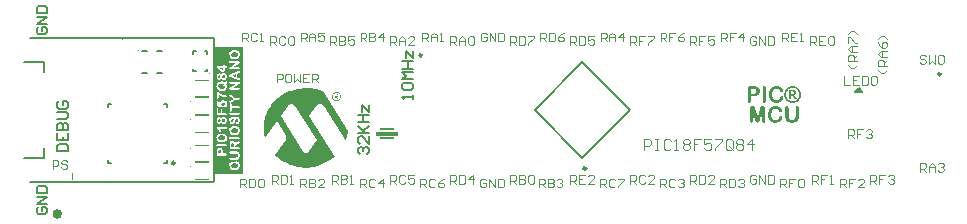
<source format=gto>
G04*
G04 #@! TF.GenerationSoftware,Altium Limited,Altium Designer,20.2.4 (192)*
G04*
G04 Layer_Color=65535*
%FSLAX43Y43*%
%MOMM*%
G71*
G04*
G04 #@! TF.SameCoordinates,AF46D1C0-80E4-4F08-9089-F3FA465175DE*
G04*
G04*
G04 #@! TF.FilePolarity,Positive*
G04*
G01*
G75*
%ADD10C,0.254*%
%ADD11C,0.100*%
%ADD12C,0.250*%
%ADD13C,0.400*%
%ADD14C,0.150*%
%ADD15C,0.200*%
%ADD16C,0.125*%
%ADD17R,1.900X0.350*%
%ADD18R,1.200X0.150*%
%ADD19R,0.093X0.254*%
G36*
X67288Y12186D02*
X67305Y12184D01*
X67323Y12182D01*
X67343Y12180D01*
X67390Y12172D01*
X67439Y12160D01*
X67490Y12144D01*
X67539Y12121D01*
X67541D01*
X67545Y12119D01*
X67551Y12115D01*
X67561Y12109D01*
X67583Y12095D01*
X67612Y12076D01*
X67644Y12052D01*
X67677Y12026D01*
X67707Y11993D01*
X67736Y11958D01*
Y11956D01*
X67738Y11954D01*
X67746Y11942D01*
X67758Y11924D01*
X67771Y11899D01*
X67783Y11873D01*
X67795Y11842D01*
X67803Y11810D01*
X67805Y11777D01*
Y11775D01*
Y11769D01*
X67803Y11759D01*
X67801Y11749D01*
X67797Y11735D01*
X67791Y11720D01*
X67783Y11706D01*
X67771Y11692D01*
X67768Y11690D01*
X67764Y11686D01*
X67758Y11682D01*
X67748Y11676D01*
X67736Y11668D01*
X67724Y11663D01*
X67707Y11659D01*
X67691Y11657D01*
X67683D01*
X67673Y11659D01*
X67661Y11661D01*
X67636Y11668D01*
X67622Y11674D01*
X67612Y11682D01*
X67610Y11684D01*
X67608Y11686D01*
X67602Y11692D01*
X67596Y11702D01*
X67585Y11714D01*
X67575Y11729D01*
X67565Y11747D01*
X67553Y11769D01*
Y11771D01*
X67551Y11773D01*
X67543Y11786D01*
X67532Y11804D01*
X67518Y11826D01*
X67498Y11851D01*
X67478Y11875D01*
X67453Y11899D01*
X67427Y11920D01*
X67423Y11922D01*
X67414Y11928D01*
X67398Y11936D01*
X67378Y11946D01*
X67351Y11954D01*
X67321Y11963D01*
X67286Y11969D01*
X67248Y11971D01*
X67231D01*
X67219Y11969D01*
X67205Y11967D01*
X67189Y11965D01*
X67150Y11954D01*
X67107Y11938D01*
X67085Y11928D01*
X67060Y11916D01*
X67040Y11901D01*
X67018Y11883D01*
X66997Y11863D01*
X66977Y11840D01*
X66975Y11838D01*
X66973Y11834D01*
X66969Y11826D01*
X66961Y11816D01*
X66955Y11804D01*
X66947Y11788D01*
X66936Y11769D01*
X66928Y11747D01*
X66918Y11722D01*
X66910Y11694D01*
X66900Y11665D01*
X66894Y11633D01*
X66888Y11596D01*
X66881Y11558D01*
X66879Y11517D01*
X66877Y11474D01*
Y11472D01*
Y11468D01*
Y11458D01*
Y11448D01*
X66879Y11434D01*
Y11419D01*
X66883Y11383D01*
X66888Y11340D01*
X66896Y11295D01*
X66906Y11252D01*
X66920Y11210D01*
Y11208D01*
X66922Y11206D01*
X66928Y11193D01*
X66938Y11175D01*
X66953Y11151D01*
X66971Y11126D01*
X66991Y11100D01*
X67018Y11075D01*
X67046Y11053D01*
X67050Y11051D01*
X67060Y11045D01*
X67079Y11037D01*
X67101Y11029D01*
X67130Y11018D01*
X67162Y11010D01*
X67197Y11004D01*
X67237Y11002D01*
X67258D01*
X67278Y11006D01*
X67307Y11010D01*
X67337Y11016D01*
X67372Y11027D01*
X67404Y11041D01*
X67437Y11059D01*
X67441Y11061D01*
X67451Y11069D01*
X67465Y11084D01*
X67484Y11104D01*
X67504Y11128D01*
X67524Y11157D01*
X67545Y11191D01*
X67563Y11232D01*
Y11234D01*
X67565Y11242D01*
X67569Y11250D01*
X67575Y11265D01*
X67587Y11293D01*
X67596Y11307D01*
X67606Y11320D01*
X67608Y11322D01*
X67612Y11326D01*
X67618Y11330D01*
X67626Y11338D01*
X67638Y11344D01*
X67653Y11348D01*
X67669Y11352D01*
X67689Y11354D01*
X67697D01*
X67707Y11352D01*
X67718Y11350D01*
X67732Y11346D01*
X67744Y11340D01*
X67758Y11332D01*
X67773Y11320D01*
X67775Y11318D01*
X67779Y11314D01*
X67785Y11305D01*
X67791Y11295D01*
X67797Y11283D01*
X67803Y11269D01*
X67807Y11252D01*
X67809Y11234D01*
Y11232D01*
Y11224D01*
X67807Y11210D01*
X67805Y11193D01*
X67801Y11173D01*
X67795Y11149D01*
X67787Y11122D01*
X67777Y11094D01*
X67775Y11090D01*
X67771Y11082D01*
X67762Y11065D01*
X67752Y11047D01*
X67738Y11025D01*
X67720Y11000D01*
X67699Y10974D01*
X67675Y10945D01*
X67673Y10941D01*
X67663Y10933D01*
X67648Y10921D01*
X67628Y10905D01*
X67604Y10886D01*
X67573Y10866D01*
X67539Y10848D01*
X67500Y10829D01*
X67498D01*
X67496Y10827D01*
X67490Y10825D01*
X67482Y10823D01*
X67471Y10819D01*
X67459Y10815D01*
X67429Y10807D01*
X67392Y10799D01*
X67351Y10791D01*
X67303Y10787D01*
X67252Y10785D01*
X67233D01*
X67213Y10787D01*
X67189D01*
X67158Y10789D01*
X67126Y10793D01*
X67056Y10805D01*
X67052D01*
X67042Y10809D01*
X67026Y10813D01*
X67003Y10819D01*
X66979Y10827D01*
X66953Y10837D01*
X66924Y10852D01*
X66896Y10866D01*
X66892Y10868D01*
X66883Y10874D01*
X66869Y10884D01*
X66853Y10896D01*
X66833Y10913D01*
X66810Y10933D01*
X66788Y10955D01*
X66765Y10980D01*
X66763Y10982D01*
X66757Y10992D01*
X66745Y11004D01*
X66733Y11023D01*
X66719Y11043D01*
X66702Y11067D01*
X66686Y11094D01*
X66672Y11122D01*
X66670Y11126D01*
X66666Y11136D01*
X66660Y11153D01*
X66652Y11173D01*
X66643Y11198D01*
X66633Y11228D01*
X66625Y11259D01*
X66617Y11291D01*
Y11293D01*
Y11295D01*
X66615Y11307D01*
X66611Y11326D01*
X66609Y11350D01*
X66605Y11379D01*
X66601Y11411D01*
X66599Y11446D01*
Y11482D01*
Y11484D01*
Y11491D01*
Y11499D01*
Y11511D01*
X66601Y11525D01*
Y11541D01*
X66603Y11560D01*
X66605Y11582D01*
X66611Y11627D01*
X66619Y11676D01*
X66629Y11727D01*
X66645Y11777D01*
Y11779D01*
X66647Y11783D01*
X66649Y11790D01*
X66654Y11800D01*
X66660Y11810D01*
X66666Y11824D01*
X66680Y11855D01*
X66698Y11889D01*
X66723Y11926D01*
X66751Y11963D01*
X66782Y11999D01*
X66784Y12001D01*
X66786Y12003D01*
X66798Y12013D01*
X66816Y12032D01*
X66841Y12052D01*
X66871Y12074D01*
X66908Y12097D01*
X66947Y12119D01*
X66989Y12140D01*
X66991D01*
X66995Y12142D01*
X67001Y12144D01*
X67010Y12148D01*
X67022Y12152D01*
X67034Y12156D01*
X67067Y12164D01*
X67105Y12172D01*
X67148Y12180D01*
X67195Y12186D01*
X67246Y12188D01*
X67274D01*
X67288Y12186D01*
D02*
G37*
G36*
X66226D02*
X66241Y12182D01*
X66257Y12178D01*
X66273Y12170D01*
X66289Y12160D01*
X66306Y12146D01*
X66308Y12144D01*
X66312Y12137D01*
X66318Y12129D01*
X66326Y12115D01*
X66332Y12097D01*
X66338Y12076D01*
X66342Y12050D01*
X66344Y12022D01*
Y10951D01*
Y10947D01*
Y10937D01*
X66342Y10923D01*
X66340Y10905D01*
X66334Y10882D01*
X66328Y10862D01*
X66318Y10841D01*
X66306Y10825D01*
X66304Y10823D01*
X66300Y10819D01*
X66289Y10813D01*
X66279Y10805D01*
X66263Y10797D01*
X66247Y10791D01*
X66226Y10787D01*
X66204Y10785D01*
X66194D01*
X66184Y10787D01*
X66169Y10791D01*
X66155Y10795D01*
X66139Y10801D01*
X66123Y10811D01*
X66106Y10825D01*
X66104Y10827D01*
X66100Y10833D01*
X66094Y10844D01*
X66088Y10858D01*
X66082Y10874D01*
X66076Y10896D01*
X66072Y10923D01*
X66070Y10951D01*
Y12022D01*
Y12026D01*
Y12036D01*
X66072Y12050D01*
X66074Y12068D01*
X66078Y12089D01*
X66086Y12109D01*
X66094Y12129D01*
X66106Y12146D01*
X66108Y12148D01*
X66112Y12152D01*
X66123Y12160D01*
X66133Y12168D01*
X66147Y12174D01*
X66163Y12182D01*
X66184Y12186D01*
X66204Y12188D01*
X66214D01*
X66226Y12186D01*
D02*
G37*
G36*
X65374Y12164D02*
X65408D01*
X65447Y12160D01*
X65486Y12156D01*
X65524Y12150D01*
X65559Y12142D01*
X65563Y12140D01*
X65573Y12137D01*
X65589Y12131D01*
X65608Y12123D01*
X65630Y12111D01*
X65655Y12099D01*
X65679Y12081D01*
X65703Y12062D01*
X65705Y12060D01*
X65714Y12052D01*
X65724Y12042D01*
X65738Y12026D01*
X65752Y12007D01*
X65769Y11985D01*
X65783Y11960D01*
X65795Y11932D01*
X65797Y11928D01*
X65801Y11918D01*
X65805Y11901D01*
X65811Y11881D01*
X65817Y11855D01*
X65823Y11826D01*
X65825Y11794D01*
X65828Y11757D01*
Y11755D01*
Y11749D01*
Y11737D01*
X65825Y11722D01*
X65823Y11706D01*
X65821Y11686D01*
X65817Y11663D01*
X65811Y11639D01*
X65797Y11588D01*
X65787Y11562D01*
X65773Y11537D01*
X65758Y11511D01*
X65742Y11486D01*
X65722Y11464D01*
X65699Y11442D01*
X65697Y11440D01*
X65693Y11438D01*
X65685Y11432D01*
X65675Y11425D01*
X65663Y11417D01*
X65646Y11409D01*
X65626Y11399D01*
X65604Y11389D01*
X65577Y11379D01*
X65549Y11368D01*
X65518Y11360D01*
X65484Y11352D01*
X65447Y11346D01*
X65406Y11340D01*
X65364Y11338D01*
X65317Y11336D01*
X65067D01*
Y10951D01*
Y10947D01*
Y10937D01*
X65065Y10923D01*
X65063Y10905D01*
X65056Y10884D01*
X65050Y10864D01*
X65040Y10844D01*
X65026Y10825D01*
X65024Y10823D01*
X65020Y10819D01*
X65010Y10813D01*
X64999Y10805D01*
X64985Y10797D01*
X64969Y10791D01*
X64949Y10787D01*
X64928Y10785D01*
X64918D01*
X64908Y10787D01*
X64894Y10791D01*
X64877Y10795D01*
X64861Y10801D01*
X64845Y10811D01*
X64829Y10825D01*
X64827Y10827D01*
X64822Y10833D01*
X64816Y10844D01*
X64810Y10858D01*
X64804Y10874D01*
X64798Y10896D01*
X64794Y10921D01*
X64792Y10949D01*
Y11997D01*
Y11999D01*
Y12001D01*
Y12011D01*
X64794Y12028D01*
X64798Y12046D01*
X64802Y12068D01*
X64808Y12089D01*
X64818Y12109D01*
X64833Y12125D01*
X64835Y12127D01*
X64841Y12131D01*
X64851Y12137D01*
X64865Y12146D01*
X64883Y12154D01*
X64906Y12160D01*
X64932Y12164D01*
X64965Y12166D01*
X65358D01*
X65374Y12164D01*
D02*
G37*
G36*
X68649Y12186D02*
X68664D01*
X68700Y12182D01*
X68743Y12174D01*
X68788Y12166D01*
X68837Y12152D01*
X68885Y12133D01*
X68887D01*
X68892Y12131D01*
X68898Y12127D01*
X68908Y12123D01*
X68918Y12117D01*
X68932Y12111D01*
X68963Y12093D01*
X68999Y12072D01*
X69036Y12046D01*
X69075Y12013D01*
X69113Y11979D01*
X69115Y11977D01*
X69117Y11975D01*
X69123Y11969D01*
X69130Y11963D01*
X69148Y11940D01*
X69170Y11914D01*
X69195Y11881D01*
X69221Y11842D01*
X69246Y11798D01*
X69268Y11751D01*
Y11749D01*
X69270Y11745D01*
X69274Y11739D01*
X69276Y11729D01*
X69280Y11716D01*
X69286Y11702D01*
X69296Y11670D01*
X69305Y11629D01*
X69315Y11582D01*
X69321Y11531D01*
X69323Y11478D01*
Y11476D01*
Y11470D01*
Y11460D01*
X69321Y11446D01*
Y11429D01*
X69319Y11409D01*
X69315Y11387D01*
X69311Y11360D01*
X69300Y11305D01*
X69282Y11246D01*
X69260Y11183D01*
X69244Y11151D01*
X69227Y11120D01*
X69225Y11118D01*
X69223Y11114D01*
X69217Y11104D01*
X69209Y11094D01*
X69201Y11080D01*
X69189Y11063D01*
X69158Y11027D01*
X69121Y10986D01*
X69077Y10943D01*
X69026Y10900D01*
X68967Y10862D01*
X68965D01*
X68959Y10858D01*
X68951Y10854D01*
X68938Y10848D01*
X68924Y10839D01*
X68906Y10831D01*
X68885Y10823D01*
X68861Y10815D01*
X68837Y10807D01*
X68808Y10799D01*
X68747Y10782D01*
X68682Y10772D01*
X68647Y10770D01*
X68611Y10768D01*
X68592D01*
X68578Y10770D01*
X68562D01*
X68542Y10772D01*
X68519Y10776D01*
X68493Y10780D01*
X68438Y10791D01*
X68379Y10807D01*
X68316Y10831D01*
X68283Y10846D01*
X68253Y10862D01*
X68251Y10864D01*
X68247Y10866D01*
X68236Y10872D01*
X68226Y10880D01*
X68212Y10888D01*
X68196Y10900D01*
X68159Y10931D01*
X68118Y10968D01*
X68076Y11010D01*
X68033Y11063D01*
X67994Y11120D01*
Y11122D01*
X67990Y11128D01*
X67986Y11136D01*
X67980Y11149D01*
X67972Y11165D01*
X67964Y11183D01*
X67956Y11204D01*
X67948Y11226D01*
X67939Y11252D01*
X67931Y11281D01*
X67915Y11340D01*
X67905Y11407D01*
X67903Y11442D01*
X67901Y11478D01*
Y11480D01*
Y11486D01*
Y11497D01*
X67903Y11511D01*
Y11527D01*
X67905Y11547D01*
X67909Y11570D01*
X67913Y11594D01*
X67923Y11649D01*
X67939Y11708D01*
X67964Y11771D01*
X67978Y11802D01*
X67994Y11832D01*
X67996Y11834D01*
X67998Y11840D01*
X68004Y11849D01*
X68013Y11859D01*
X68021Y11873D01*
X68033Y11889D01*
X68063Y11926D01*
X68100Y11969D01*
X68143Y12011D01*
X68196Y12054D01*
X68253Y12093D01*
X68255Y12095D01*
X68261Y12097D01*
X68269Y12101D01*
X68281Y12107D01*
X68297Y12115D01*
X68316Y12123D01*
X68336Y12131D01*
X68358Y12142D01*
X68385Y12150D01*
X68413Y12158D01*
X68472Y12174D01*
X68540Y12184D01*
X68574Y12188D01*
X68635D01*
X68649Y12186D01*
D02*
G37*
G36*
X67216Y10494D02*
X67232Y10492D01*
X67251Y10490D01*
X67271Y10488D01*
X67318Y10480D01*
X67367Y10468D01*
X67418Y10452D01*
X67466Y10429D01*
X67468D01*
X67472Y10427D01*
X67479Y10423D01*
X67489Y10417D01*
X67511Y10403D01*
X67540Y10385D01*
X67572Y10360D01*
X67605Y10334D01*
X67635Y10301D01*
X67664Y10267D01*
Y10264D01*
X67666Y10262D01*
X67674Y10250D01*
X67686Y10232D01*
X67698Y10208D01*
X67710Y10181D01*
X67723Y10151D01*
X67731Y10118D01*
X67733Y10085D01*
Y10083D01*
Y10077D01*
X67731Y10067D01*
X67729Y10057D01*
X67725Y10043D01*
X67719Y10028D01*
X67710Y10014D01*
X67698Y10000D01*
X67696Y9998D01*
X67692Y9994D01*
X67686Y9990D01*
X67676Y9984D01*
X67664Y9976D01*
X67651Y9972D01*
X67635Y9967D01*
X67619Y9965D01*
X67611D01*
X67601Y9967D01*
X67588Y9969D01*
X67564Y9976D01*
X67550Y9982D01*
X67540Y9990D01*
X67538Y9992D01*
X67536Y9994D01*
X67529Y10000D01*
X67523Y10010D01*
X67513Y10022D01*
X67503Y10037D01*
X67493Y10055D01*
X67481Y10077D01*
Y10079D01*
X67479Y10081D01*
X67470Y10094D01*
X67460Y10112D01*
X67446Y10134D01*
X67426Y10159D01*
X67405Y10183D01*
X67381Y10208D01*
X67354Y10228D01*
X67350Y10230D01*
X67342Y10236D01*
X67326Y10244D01*
X67306Y10254D01*
X67279Y10262D01*
X67249Y10271D01*
X67214Y10277D01*
X67175Y10279D01*
X67159D01*
X67147Y10277D01*
X67133Y10275D01*
X67116Y10273D01*
X67078Y10262D01*
X67035Y10246D01*
X67013Y10236D01*
X66988Y10224D01*
X66968Y10210D01*
X66946Y10191D01*
X66925Y10171D01*
X66905Y10149D01*
X66903Y10146D01*
X66901Y10142D01*
X66897Y10134D01*
X66889Y10124D01*
X66882Y10112D01*
X66874Y10096D01*
X66864Y10077D01*
X66856Y10055D01*
X66846Y10031D01*
X66838Y10002D01*
X66827Y9974D01*
X66821Y9941D01*
X66815Y9904D01*
X66809Y9866D01*
X66807Y9825D01*
X66805Y9782D01*
Y9780D01*
Y9776D01*
Y9766D01*
Y9756D01*
X66807Y9742D01*
Y9727D01*
X66811Y9691D01*
X66815Y9648D01*
X66823Y9603D01*
X66834Y9561D01*
X66848Y9518D01*
Y9516D01*
X66850Y9514D01*
X66856Y9502D01*
X66866Y9483D01*
X66880Y9459D01*
X66899Y9434D01*
X66919Y9408D01*
X66946Y9384D01*
X66974Y9361D01*
X66978Y9359D01*
X66988Y9353D01*
X67007Y9345D01*
X67029Y9337D01*
X67057Y9327D01*
X67090Y9318D01*
X67125Y9312D01*
X67165Y9310D01*
X67186D01*
X67206Y9314D01*
X67234Y9318D01*
X67265Y9325D01*
X67300Y9335D01*
X67332Y9349D01*
X67365Y9367D01*
X67369Y9369D01*
X67379Y9377D01*
X67393Y9392D01*
X67411Y9412D01*
X67432Y9436D01*
X67452Y9465D01*
X67472Y9500D01*
X67491Y9540D01*
Y9542D01*
X67493Y9550D01*
X67497Y9559D01*
X67503Y9573D01*
X67515Y9601D01*
X67523Y9615D01*
X67533Y9628D01*
X67536Y9630D01*
X67540Y9634D01*
X67546Y9638D01*
X67554Y9646D01*
X67566Y9652D01*
X67580Y9656D01*
X67597Y9660D01*
X67617Y9662D01*
X67625D01*
X67635Y9660D01*
X67645Y9658D01*
X67660Y9654D01*
X67672Y9648D01*
X67686Y9640D01*
X67700Y9628D01*
X67702Y9626D01*
X67706Y9622D01*
X67713Y9613D01*
X67719Y9603D01*
X67725Y9591D01*
X67731Y9577D01*
X67735Y9561D01*
X67737Y9542D01*
Y9540D01*
Y9532D01*
X67735Y9518D01*
X67733Y9502D01*
X67729Y9481D01*
X67723Y9457D01*
X67715Y9430D01*
X67704Y9402D01*
X67702Y9398D01*
X67698Y9390D01*
X67690Y9373D01*
X67680Y9355D01*
X67666Y9333D01*
X67647Y9308D01*
X67627Y9282D01*
X67603Y9253D01*
X67601Y9249D01*
X67590Y9241D01*
X67576Y9229D01*
X67556Y9213D01*
X67531Y9194D01*
X67501Y9174D01*
X67466Y9156D01*
X67428Y9137D01*
X67426D01*
X67424Y9135D01*
X67418Y9133D01*
X67409Y9131D01*
X67399Y9127D01*
X67387Y9123D01*
X67356Y9115D01*
X67320Y9107D01*
X67279Y9099D01*
X67230Y9095D01*
X67179Y9093D01*
X67161D01*
X67141Y9095D01*
X67116D01*
X67086Y9097D01*
X67053Y9101D01*
X66984Y9113D01*
X66980D01*
X66970Y9117D01*
X66954Y9121D01*
X66931Y9127D01*
X66907Y9135D01*
X66880Y9145D01*
X66852Y9160D01*
X66823Y9174D01*
X66819Y9176D01*
X66811Y9182D01*
X66797Y9192D01*
X66781Y9204D01*
X66760Y9221D01*
X66738Y9241D01*
X66716Y9263D01*
X66693Y9288D01*
X66691Y9290D01*
X66685Y9300D01*
X66673Y9312D01*
X66661Y9331D01*
X66646Y9351D01*
X66630Y9375D01*
X66614Y9402D01*
X66600Y9430D01*
X66598Y9434D01*
X66594Y9445D01*
X66587Y9461D01*
X66579Y9481D01*
X66571Y9506D01*
X66561Y9536D01*
X66553Y9567D01*
X66545Y9599D01*
Y9601D01*
Y9603D01*
X66543Y9615D01*
X66539Y9634D01*
X66537Y9658D01*
X66533Y9687D01*
X66528Y9719D01*
X66526Y9754D01*
Y9790D01*
Y9792D01*
Y9799D01*
Y9807D01*
Y9819D01*
X66528Y9833D01*
Y9849D01*
X66530Y9868D01*
X66533Y9890D01*
X66539Y9935D01*
X66547Y9984D01*
X66557Y10035D01*
X66573Y10085D01*
Y10087D01*
X66575Y10092D01*
X66577Y10098D01*
X66581Y10108D01*
X66587Y10118D01*
X66594Y10132D01*
X66608Y10163D01*
X66626Y10197D01*
X66650Y10234D01*
X66679Y10271D01*
X66710Y10307D01*
X66712Y10309D01*
X66714Y10311D01*
X66726Y10321D01*
X66744Y10340D01*
X66769Y10360D01*
X66799Y10382D01*
X66836Y10405D01*
X66874Y10427D01*
X66917Y10448D01*
X66919D01*
X66923Y10450D01*
X66929Y10452D01*
X66937Y10456D01*
X66950Y10460D01*
X66962Y10464D01*
X66994Y10472D01*
X67033Y10480D01*
X67076Y10488D01*
X67123Y10494D01*
X67173Y10496D01*
X67202D01*
X67216Y10494D01*
D02*
G37*
G36*
X66152Y10472D02*
X66168Y10470D01*
X66189Y10466D01*
X66211Y10460D01*
X66231Y10452D01*
X66250Y10441D01*
X66252Y10439D01*
X66258Y10435D01*
X66264Y10427D01*
X66274Y10415D01*
X66282Y10399D01*
X66288Y10378D01*
X66294Y10352D01*
X66296Y10321D01*
Y9247D01*
Y9243D01*
Y9235D01*
X66294Y9221D01*
X66292Y9204D01*
X66288Y9184D01*
X66280Y9166D01*
X66272Y9148D01*
X66260Y9131D01*
X66258Y9129D01*
X66254Y9125D01*
X66246Y9119D01*
X66235Y9113D01*
X66223Y9105D01*
X66207Y9099D01*
X66189Y9095D01*
X66168Y9093D01*
X66160D01*
X66150Y9095D01*
X66136Y9097D01*
X66122Y9103D01*
X66107Y9109D01*
X66093Y9119D01*
X66079Y9131D01*
X66077Y9133D01*
X66073Y9139D01*
X66069Y9148D01*
X66063Y9160D01*
X66054Y9176D01*
X66050Y9196D01*
X66046Y9221D01*
X66044Y9247D01*
Y10185D01*
X65824Y9318D01*
Y9314D01*
X65820Y9304D01*
X65816Y9290D01*
X65812Y9272D01*
X65802Y9231D01*
X65796Y9211D01*
X65790Y9194D01*
Y9192D01*
X65788Y9188D01*
X65784Y9180D01*
X65780Y9172D01*
X65763Y9148D01*
X65753Y9135D01*
X65741Y9123D01*
X65739Y9121D01*
X65735Y9119D01*
X65727Y9113D01*
X65715Y9109D01*
X65700Y9103D01*
X65684Y9097D01*
X65664Y9095D01*
X65641Y9093D01*
X65633D01*
X65625Y9095D01*
X65613D01*
X65586Y9101D01*
X65558Y9113D01*
X65556D01*
X65552Y9117D01*
X65540Y9127D01*
X65523Y9143D01*
X65507Y9166D01*
Y9168D01*
X65505Y9172D01*
X65501Y9178D01*
X65497Y9186D01*
X65487Y9211D01*
X65477Y9237D01*
Y9239D01*
X65475Y9243D01*
X65473Y9251D01*
X65470Y9263D01*
X65464Y9288D01*
X65456Y9318D01*
X65239Y10185D01*
Y9247D01*
Y9243D01*
Y9235D01*
X65236Y9221D01*
X65234Y9204D01*
X65230Y9184D01*
X65222Y9166D01*
X65214Y9148D01*
X65202Y9131D01*
X65200Y9129D01*
X65196Y9125D01*
X65188Y9119D01*
X65177Y9113D01*
X65165Y9105D01*
X65149Y9099D01*
X65131Y9095D01*
X65110Y9093D01*
X65102D01*
X65092Y9095D01*
X65078Y9097D01*
X65064Y9101D01*
X65049Y9109D01*
X65035Y9117D01*
X65021Y9129D01*
X65019Y9131D01*
X65015Y9137D01*
X65011Y9145D01*
X65005Y9158D01*
X64996Y9176D01*
X64992Y9196D01*
X64988Y9219D01*
X64986Y9247D01*
Y10321D01*
Y10323D01*
Y10326D01*
Y10336D01*
X64988Y10352D01*
X64992Y10370D01*
X64996Y10391D01*
X65005Y10409D01*
X65017Y10427D01*
X65031Y10441D01*
X65033Y10444D01*
X65039Y10448D01*
X65049Y10452D01*
X65064Y10458D01*
X65082Y10464D01*
X65104Y10470D01*
X65129Y10472D01*
X65157Y10474D01*
X65269D01*
X65285Y10472D01*
X65320Y10468D01*
X65338Y10464D01*
X65352Y10460D01*
X65354D01*
X65359Y10458D01*
X65373Y10448D01*
X65389Y10433D01*
X65397Y10421D01*
X65403Y10409D01*
Y10407D01*
X65407Y10403D01*
X65409Y10393D01*
X65416Y10380D01*
X65422Y10364D01*
X65428Y10344D01*
X65434Y10319D01*
X65442Y10291D01*
X65641Y9548D01*
X65839Y10291D01*
Y10295D01*
X65843Y10305D01*
X65847Y10319D01*
X65851Y10336D01*
X65863Y10374D01*
X65869Y10393D01*
X65875Y10409D01*
Y10411D01*
X65879Y10415D01*
X65881Y10421D01*
X65888Y10429D01*
X65904Y10446D01*
X65914Y10454D01*
X65926Y10460D01*
X65928D01*
X65932Y10462D01*
X65942Y10464D01*
X65955Y10468D01*
X65969Y10470D01*
X65989Y10472D01*
X66012Y10474D01*
X66136D01*
X66152Y10472D01*
D02*
G37*
G36*
X69011Y10494D02*
X69025Y10490D01*
X69041Y10486D01*
X69057Y10478D01*
X69074Y10468D01*
X69090Y10454D01*
X69092Y10452D01*
X69096Y10446D01*
X69102Y10437D01*
X69110Y10423D01*
X69116Y10405D01*
X69122Y10385D01*
X69127Y10358D01*
X69129Y10330D01*
Y9677D01*
Y9674D01*
Y9670D01*
Y9660D01*
Y9650D01*
Y9636D01*
X69127Y9620D01*
X69124Y9583D01*
X69120Y9540D01*
X69114Y9495D01*
X69106Y9451D01*
X69096Y9408D01*
Y9406D01*
X69094Y9404D01*
X69092Y9398D01*
X69090Y9390D01*
X69082Y9371D01*
X69070Y9345D01*
X69055Y9316D01*
X69035Y9286D01*
X69011Y9253D01*
X68980Y9223D01*
X68976Y9221D01*
X68968Y9211D01*
X68952Y9198D01*
X68931Y9184D01*
X68905Y9168D01*
X68876Y9152D01*
X68842Y9135D01*
X68807Y9123D01*
X68805D01*
X68803Y9121D01*
X68797D01*
X68791Y9119D01*
X68768Y9113D01*
X68742Y9109D01*
X68707Y9103D01*
X68669Y9097D01*
X68626Y9095D01*
X68577Y9093D01*
X68551D01*
X68537Y9095D01*
X68522D01*
X68486Y9097D01*
X68443Y9101D01*
X68396Y9107D01*
X68351Y9115D01*
X68307Y9125D01*
X68305D01*
X68303Y9127D01*
X68296Y9129D01*
X68288Y9131D01*
X68268Y9139D01*
X68242Y9152D01*
X68213Y9166D01*
X68183Y9184D01*
X68152Y9204D01*
X68124Y9229D01*
X68119Y9233D01*
X68111Y9241D01*
X68099Y9257D01*
X68085Y9278D01*
X68067Y9304D01*
X68050Y9335D01*
X68034Y9371D01*
X68020Y9410D01*
Y9412D01*
X68018Y9416D01*
Y9422D01*
X68016Y9430D01*
X68012Y9441D01*
X68010Y9453D01*
X68003Y9485D01*
X67997Y9524D01*
X67993Y9571D01*
X67989Y9622D01*
X67987Y9677D01*
Y10330D01*
Y10334D01*
Y10344D01*
X67989Y10358D01*
X67991Y10376D01*
X67995Y10397D01*
X68003Y10417D01*
X68012Y10437D01*
X68024Y10454D01*
X68026Y10456D01*
X68030Y10460D01*
X68038Y10468D01*
X68050Y10476D01*
X68064Y10482D01*
X68081Y10490D01*
X68099Y10494D01*
X68121Y10496D01*
X68132D01*
X68144Y10494D01*
X68158Y10490D01*
X68174Y10486D01*
X68193Y10478D01*
X68209Y10468D01*
X68223Y10454D01*
X68225Y10452D01*
X68229Y10446D01*
X68235Y10437D01*
X68244Y10423D01*
X68250Y10405D01*
X68256Y10385D01*
X68260Y10358D01*
X68262Y10330D01*
Y9660D01*
Y9658D01*
Y9656D01*
Y9650D01*
Y9642D01*
X68264Y9620D01*
X68266Y9593D01*
X68268Y9563D01*
X68272Y9532D01*
X68278Y9500D01*
X68286Y9469D01*
X68288Y9465D01*
X68292Y9457D01*
X68298Y9443D01*
X68307Y9426D01*
X68319Y9408D01*
X68335Y9388D01*
X68353Y9369D01*
X68376Y9351D01*
X68380Y9349D01*
X68388Y9345D01*
X68402Y9339D01*
X68423Y9331D01*
X68449Y9323D01*
X68482Y9316D01*
X68518Y9312D01*
X68559Y9310D01*
X68575D01*
X68585Y9312D01*
X68598D01*
X68614Y9314D01*
X68648Y9320D01*
X68685Y9331D01*
X68724Y9347D01*
X68758Y9367D01*
X68773Y9382D01*
X68787Y9396D01*
X68789Y9400D01*
X68797Y9412D01*
X68807Y9432D01*
X68821Y9461D01*
X68834Y9495D01*
X68838Y9518D01*
X68844Y9540D01*
X68848Y9567D01*
X68852Y9593D01*
X68854Y9624D01*
Y9654D01*
Y10330D01*
Y10334D01*
Y10344D01*
X68856Y10358D01*
X68858Y10376D01*
X68862Y10397D01*
X68870Y10417D01*
X68878Y10437D01*
X68891Y10454D01*
X68893Y10456D01*
X68897Y10460D01*
X68905Y10468D01*
X68917Y10476D01*
X68931Y10482D01*
X68947Y10490D01*
X68966Y10494D01*
X68988Y10496D01*
X68998D01*
X69011Y10494D01*
D02*
G37*
G36*
X20758Y15535D02*
Y15535D01*
X22045D01*
Y4785D01*
X20758D01*
Y10164D01*
Y4785D01*
X19578D01*
Y15535D01*
X20758D01*
D02*
G37*
G36*
X30047Y11682D02*
X30102Y11671D01*
X30180Y11649D01*
X30247Y11604D01*
X30302Y11538D01*
X30347Y11449D01*
X30358Y11327D01*
Y11316D01*
Y11271D01*
X30335Y11204D01*
X30313Y11138D01*
X30269Y11071D01*
X30202Y11004D01*
X30113Y10960D01*
X29991Y10938D01*
X29969D01*
X29891Y10949D01*
X29802Y10982D01*
X29713Y11049D01*
X29691Y11071D01*
X29658Y11127D01*
X29624Y11216D01*
X29602Y11327D01*
Y11338D01*
X29613Y11382D01*
X29624Y11449D01*
X29658Y11516D01*
X29702Y11582D01*
X29769Y11638D01*
X29869Y11682D01*
X29991Y11693D01*
X30002D01*
X30047Y11682D01*
D02*
G37*
G36*
X27625Y12015D02*
X27702D01*
X27891Y11993D01*
X28102Y11960D01*
X28336Y11904D01*
X28580Y11838D01*
X28813Y11738D01*
X30946Y8360D01*
Y8349D01*
Y8327D01*
X30935Y8294D01*
Y8249D01*
X30913Y8127D01*
X30880Y7983D01*
Y7971D01*
X30869Y7949D01*
X30858Y7916D01*
X30846Y7860D01*
X30813Y7727D01*
X30769Y7571D01*
X28913Y10471D01*
X28902Y10482D01*
X28891Y10504D01*
X28824Y10582D01*
X28724Y10660D01*
X28658Y10682D01*
X28591Y10693D01*
X28569D01*
X28491Y10671D01*
X28447Y10638D01*
X28391Y10604D01*
X28336Y10549D01*
X28280Y10482D01*
X27669Y9627D01*
X29835Y6205D01*
X29824Y6194D01*
X29791Y6161D01*
X29736Y6116D01*
X29658Y6061D01*
X29558Y5994D01*
X29436Y5916D01*
X29291Y5827D01*
X29136Y5749D01*
X28969Y5661D01*
X28769Y5572D01*
X28569Y5494D01*
X28347Y5427D01*
X28113Y5372D01*
X27858Y5327D01*
X27602Y5294D01*
X27325Y5283D01*
X27258D01*
X27180Y5294D01*
X27080Y5305D01*
X26947Y5316D01*
X26791Y5338D01*
X26625Y5372D01*
X26447Y5427D01*
X26247Y5483D01*
X26047Y5549D01*
X25825Y5649D01*
X25614Y5749D01*
X25392Y5883D01*
X25169Y6027D01*
X24958Y6194D01*
X24747Y6394D01*
X25680Y7660D01*
Y7671D01*
X25691Y7694D01*
X25714Y7760D01*
X25725Y7805D01*
X25736Y7860D01*
Y7871D01*
Y7883D01*
X25725Y7949D01*
X25691Y8038D01*
X25636Y8127D01*
X24947Y9194D01*
X23936Y7783D01*
Y7805D01*
X23914Y7860D01*
X23903Y7938D01*
X23881Y8049D01*
X23858Y8194D01*
X23836Y8349D01*
X23825Y8527D01*
X23814Y8716D01*
Y8727D01*
Y8782D01*
X23825Y8849D01*
X23836Y8949D01*
X23847Y9071D01*
X23869Y9216D01*
X23903Y9371D01*
X23958Y9549D01*
X24014Y9727D01*
X24081Y9927D01*
X24181Y10127D01*
X24281Y10327D01*
X24414Y10527D01*
X24558Y10727D01*
X24725Y10916D01*
X24925Y11104D01*
X24936Y11116D01*
X24969Y11149D01*
X25036Y11193D01*
X25114Y11249D01*
X25214Y11316D01*
X25336Y11393D01*
X25469Y11482D01*
X25625Y11571D01*
X25803Y11649D01*
X25991Y11738D01*
X26203Y11815D01*
X26425Y11882D01*
X26658Y11938D01*
X26902Y11982D01*
X27158Y12015D01*
X27425Y12027D01*
X27558D01*
X27625Y12015D01*
D02*
G37*
%LPC*%
G36*
X65284Y11960D02*
X65067D01*
Y11543D01*
X65268D01*
X65286Y11545D01*
X65309D01*
X65335Y11547D01*
X65362Y11552D01*
X65388Y11558D01*
X65415Y11564D01*
X65417Y11566D01*
X65425Y11568D01*
X65437Y11572D01*
X65451Y11580D01*
X65467Y11588D01*
X65484Y11600D01*
X65500Y11613D01*
X65514Y11629D01*
X65516Y11631D01*
X65520Y11637D01*
X65524Y11647D01*
X65533Y11661D01*
X65539Y11680D01*
X65543Y11700D01*
X65547Y11724D01*
X65549Y11751D01*
Y11753D01*
Y11755D01*
Y11767D01*
X65547Y11783D01*
X65543Y11804D01*
X65537Y11828D01*
X65526Y11853D01*
X65514Y11877D01*
X65496Y11899D01*
X65494Y11901D01*
X65484Y11910D01*
X65467Y11920D01*
X65455Y11924D01*
X65443Y11930D01*
X65427Y11936D01*
X65410Y11942D01*
X65390Y11946D01*
X65368Y11950D01*
X65343Y11954D01*
X65315Y11958D01*
X65284Y11960D01*
D02*
G37*
G36*
X68613Y12050D02*
X68599D01*
X68586Y12048D01*
X68572D01*
X68558Y12046D01*
X68540Y12044D01*
X68519Y12040D01*
X68474Y12032D01*
X68426Y12017D01*
X68377Y11999D01*
X68326Y11973D01*
X68324D01*
X68320Y11969D01*
X68314Y11965D01*
X68304Y11958D01*
X68279Y11942D01*
X68251Y11918D01*
X68216Y11887D01*
X68181Y11853D01*
X68147Y11810D01*
X68116Y11763D01*
Y11761D01*
X68112Y11757D01*
X68110Y11751D01*
X68104Y11741D01*
X68098Y11729D01*
X68092Y11714D01*
X68086Y11698D01*
X68080Y11680D01*
X68066Y11637D01*
X68053Y11588D01*
X68045Y11535D01*
X68041Y11478D01*
Y11476D01*
Y11472D01*
Y11462D01*
X68043Y11452D01*
Y11438D01*
X68045Y11421D01*
X68047Y11403D01*
X68051Y11383D01*
X68059Y11340D01*
X68074Y11291D01*
X68092Y11240D01*
X68118Y11189D01*
Y11187D01*
X68122Y11183D01*
X68127Y11177D01*
X68133Y11167D01*
X68149Y11145D01*
X68173Y11114D01*
X68204Y11082D01*
X68238Y11047D01*
X68279Y11012D01*
X68326Y10982D01*
X68328D01*
X68332Y10978D01*
X68340Y10976D01*
X68348Y10970D01*
X68361Y10964D01*
X68377Y10957D01*
X68393Y10951D01*
X68411Y10945D01*
X68454Y10931D01*
X68503Y10919D01*
X68556Y10911D01*
X68613Y10907D01*
X68629D01*
X68639Y10909D01*
X68654D01*
X68670Y10911D01*
X68688Y10913D01*
X68708Y10917D01*
X68751Y10925D01*
X68800Y10939D01*
X68851Y10957D01*
X68900Y10982D01*
X68902D01*
X68906Y10986D01*
X68912Y10990D01*
X68922Y10996D01*
X68944Y11012D01*
X68975Y11037D01*
X69008Y11067D01*
X69042Y11102D01*
X69075Y11143D01*
X69105Y11189D01*
Y11191D01*
X69109Y11195D01*
X69113Y11204D01*
X69117Y11212D01*
X69123Y11224D01*
X69130Y11240D01*
X69136Y11257D01*
X69144Y11275D01*
X69158Y11318D01*
X69170Y11366D01*
X69178Y11421D01*
X69182Y11478D01*
Y11480D01*
Y11484D01*
Y11493D01*
X69180Y11505D01*
Y11519D01*
X69178Y11535D01*
X69176Y11552D01*
X69172Y11572D01*
X69164Y11617D01*
X69150Y11665D01*
X69132Y11714D01*
X69105Y11765D01*
Y11767D01*
X69101Y11771D01*
X69097Y11777D01*
X69091Y11788D01*
X69075Y11812D01*
X69050Y11840D01*
X69022Y11873D01*
X68985Y11908D01*
X68944Y11942D01*
X68898Y11973D01*
X68896D01*
X68892Y11977D01*
X68885Y11981D01*
X68875Y11985D01*
X68863Y11991D01*
X68849Y11997D01*
X68833Y12003D01*
X68814Y12011D01*
X68772Y12026D01*
X68723Y12038D01*
X68670Y12046D01*
X68613Y12050D01*
D02*
G37*
%LPD*%
G36*
X68674Y11851D02*
X68694Y11849D01*
X68717Y11847D01*
X68739Y11842D01*
X68763Y11834D01*
X68786Y11826D01*
X68788Y11824D01*
X68796Y11822D01*
X68806Y11816D01*
X68818Y11808D01*
X68833Y11796D01*
X68847Y11783D01*
X68859Y11769D01*
X68871Y11751D01*
X68873Y11749D01*
X68875Y11743D01*
X68881Y11733D01*
X68887Y11718D01*
X68892Y11702D01*
X68898Y11682D01*
X68900Y11661D01*
X68902Y11637D01*
Y11633D01*
Y11623D01*
X68900Y11609D01*
X68896Y11590D01*
X68887Y11568D01*
X68879Y11545D01*
X68865Y11521D01*
X68847Y11499D01*
X68845Y11497D01*
X68837Y11491D01*
X68824Y11480D01*
X68808Y11468D01*
X68788Y11456D01*
X68761Y11446D01*
X68733Y11436D01*
X68698Y11429D01*
X68700D01*
X68706Y11425D01*
X68715Y11421D01*
X68727Y11415D01*
X68753Y11399D01*
X68778Y11375D01*
X68780Y11373D01*
X68784Y11368D01*
X68790Y11358D01*
X68800Y11346D01*
X68810Y11328D01*
X68824Y11307D01*
X68839Y11281D01*
X68857Y11250D01*
X68946Y11098D01*
X68757D01*
X68694Y11220D01*
X68692Y11224D01*
X68688Y11234D01*
X68680Y11248D01*
X68670Y11265D01*
X68645Y11305D01*
X68631Y11324D01*
X68619Y11340D01*
X68617Y11342D01*
X68613Y11346D01*
X68607Y11354D01*
X68601Y11362D01*
X68580Y11381D01*
X68570Y11389D01*
X68558Y11395D01*
X68556D01*
X68552Y11397D01*
X68546Y11399D01*
X68538Y11403D01*
X68525Y11405D01*
X68513Y11407D01*
X68483Y11409D01*
X68444D01*
Y11098D01*
X68289D01*
Y11853D01*
X68660D01*
X68674Y11851D01*
D02*
G37*
%LPC*%
G36*
X68582Y11733D02*
X68444D01*
Y11529D01*
X68580D01*
X68594Y11531D01*
X68615D01*
X68656Y11537D01*
X68676Y11543D01*
X68694Y11550D01*
X68696Y11552D01*
X68700Y11554D01*
X68708Y11560D01*
X68717Y11568D01*
X68725Y11580D01*
X68733Y11594D01*
X68737Y11613D01*
X68739Y11635D01*
Y11637D01*
Y11643D01*
X68737Y11651D01*
X68735Y11661D01*
X68729Y11672D01*
X68723Y11684D01*
X68713Y11696D01*
X68700Y11706D01*
X68698Y11708D01*
X68692Y11710D01*
X68684Y11714D01*
X68672Y11720D01*
X68656Y11724D01*
X68635Y11729D01*
X68611Y11731D01*
X68582Y11733D01*
D02*
G37*
G36*
X21376Y15266D02*
X21360D01*
X21312Y15264D01*
X21270Y15259D01*
X21250Y15255D01*
X21231Y15251D01*
X21214Y15246D01*
X21198Y15242D01*
X21183Y15237D01*
X21170Y15232D01*
X21159Y15229D01*
X21150Y15225D01*
X21143Y15222D01*
X21138Y15220D01*
X21134Y15217D01*
X21133D01*
X21098Y15197D01*
X21068Y15175D01*
X21041Y15151D01*
X21019Y15127D01*
X21003Y15106D01*
X20995Y15097D01*
X20990Y15090D01*
X20985Y15082D01*
X20983Y15078D01*
X20980Y15075D01*
Y15074D01*
X20970Y15056D01*
X20963Y15038D01*
X20949Y14999D01*
X20939Y14961D01*
X20933Y14926D01*
X20931Y14911D01*
X20929Y14896D01*
X20928Y14883D01*
Y14871D01*
X20926Y14863D01*
Y15266D01*
D01*
Y14441D01*
X21795D01*
D01*
X21359D01*
X21394Y14443D01*
X21425Y14445D01*
X21455Y14450D01*
X21481Y14455D01*
X21492Y14456D01*
X21502Y14459D01*
X21512Y14461D01*
X21520Y14464D01*
X21525Y14465D01*
X21530Y14466D01*
X21532Y14468D01*
X21534D01*
X21562Y14479D01*
X21590Y14491D01*
X21614Y14504D01*
X21634Y14516D01*
X21651Y14529D01*
X21664Y14538D01*
X21667Y14541D01*
X21671Y14544D01*
X21672Y14546D01*
X21674D01*
X21695Y14568D01*
X21712Y14589D01*
X21727Y14610D01*
X21741Y14631D01*
X21751Y14649D01*
X21757Y14664D01*
X21760Y14669D01*
X21762Y14673D01*
X21764Y14675D01*
Y14676D01*
X21774Y14706D01*
X21781Y14738D01*
X21787Y14766D01*
X21791Y14794D01*
X21792Y14806D01*
X21794Y14818D01*
Y14828D01*
X21795Y14836D01*
Y14853D01*
X21794Y14889D01*
X21790Y14923D01*
X21785Y14953D01*
X21780Y14979D01*
X21777Y14990D01*
X21775Y15000D01*
X21772Y15008D01*
X21770Y15015D01*
X21767Y15021D01*
X21766Y15025D01*
X21765Y15028D01*
Y15029D01*
X21752Y15056D01*
X21737Y15081D01*
X21722Y15104D01*
X21709Y15122D01*
X21695Y15137D01*
X21685Y15150D01*
X21677Y15156D01*
X21676Y15159D01*
X21675D01*
X21651Y15177D01*
X21627Y15194D01*
X21605Y15207D01*
X21582Y15219D01*
X21564Y15227D01*
X21556Y15231D01*
X21550Y15234D01*
X21544Y15236D01*
X21540Y15237D01*
X21537Y15239D01*
X21536D01*
X21506Y15247D01*
X21475Y15255D01*
X21445Y15260D01*
X21417Y15262D01*
X21406Y15264D01*
X21395Y15265D01*
X21385D01*
X21376Y15266D01*
D02*
G37*
G36*
X21681Y14303D02*
X21033D01*
X21014Y14301D01*
X20999Y14299D01*
X20985Y14295D01*
X20974Y14290D01*
X20965Y14285D01*
X20959Y14281D01*
X20955Y14279D01*
X20954Y14278D01*
X20945Y14268D01*
X20938Y14258D01*
X20933Y14246D01*
X20930Y14236D01*
X20928Y14226D01*
X20926Y14219D01*
Y14303D01*
D01*
Y13594D01*
X21795D01*
D01*
X21690D01*
X21707Y13595D01*
X21724Y13598D01*
X21736Y13602D01*
X21747Y13607D01*
X21756Y13610D01*
X21762Y13614D01*
X21766Y13617D01*
X21767Y13618D01*
X21776Y13628D01*
X21784Y13638D01*
X21789Y13649D01*
X21791Y13659D01*
X21794Y13669D01*
X21795Y13677D01*
Y13683D01*
X21794Y13697D01*
X21791Y13709D01*
X21786Y13720D01*
X21781Y13729D01*
X21776Y13737D01*
X21771Y13742D01*
X21769Y13745D01*
X21767Y13747D01*
X21756Y13755D01*
X21744Y13762D01*
X21730Y13767D01*
X21717Y13769D01*
X21706Y13772D01*
X21697Y13773D01*
X21691D01*
X21689D01*
X21220D01*
X21695Y14063D01*
X21710Y14073D01*
X21722Y14082D01*
X21727Y14085D01*
X21731Y14087D01*
X21732Y14089D01*
X21734D01*
X21746Y14099D01*
X21756Y14109D01*
X21764Y14116D01*
X21765Y14118D01*
X21766Y14119D01*
X21776Y14131D01*
X21782Y14144D01*
X21785Y14149D01*
X21786Y14151D01*
X21787Y14154D01*
Y14155D01*
X21791Y14170D01*
X21794Y14185D01*
X21795Y14191D01*
Y14200D01*
X21794Y14218D01*
X21790Y14234D01*
X21784Y14248D01*
X21776Y14259D01*
X21767Y14269D01*
X21757Y14278D01*
X21746Y14284D01*
X21735Y14290D01*
X21714Y14298D01*
X21704Y14300D01*
X21695Y14301D01*
X21687D01*
X21681Y14303D01*
D02*
G37*
G36*
X20697Y14013D02*
D01*
Y13812D01*
X20696Y13826D01*
X20693Y13837D01*
X20689Y13847D01*
X20684Y13856D01*
X20681Y13863D01*
X20677Y13868D01*
X20674Y13871D01*
X20673Y13872D01*
X20663Y13880D01*
X20652Y13885D01*
X20639Y13890D01*
X20628Y13892D01*
X20618Y13893D01*
X20609Y13895D01*
X20604D01*
X20602D01*
X20508D01*
Y13916D01*
X20507Y13932D01*
X20506Y13947D01*
X20503Y13958D01*
X20499Y13968D01*
X20496Y13977D01*
X20493Y13982D01*
X20492Y13986D01*
X20491Y13987D01*
X20483Y13996D01*
X20474Y14002D01*
X20466Y14007D01*
X20457Y14010D01*
X20448Y14012D01*
X20442Y14013D01*
X20697D01*
X19832D01*
X20436D01*
X20419Y14012D01*
X20407Y14008D01*
X20397Y14003D01*
X20388Y13998D01*
X20382Y13992D01*
X20378Y13987D01*
X20377Y13983D01*
X20376Y13982D01*
X20371Y13970D01*
X20367Y13957D01*
X20364Y13945D01*
X20362Y13932D01*
Y13922D01*
X20361Y13913D01*
Y13895D01*
X19941D01*
X19922Y13893D01*
X19905Y13891D01*
X19891Y13886D01*
X19878Y13880D01*
X19867Y13872D01*
X19858Y13863D01*
X19851Y13855D01*
X19846Y13846D01*
X19841Y13837D01*
X19838Y13828D01*
X19833Y13812D01*
Y13806D01*
X19832Y13801D01*
Y13797D01*
X19833Y13786D01*
X19835Y13777D01*
X19838Y13768D01*
X19842Y13761D01*
X19846Y13755D01*
X19848Y13750D01*
X19851Y13747D01*
X19852Y13746D01*
X19861Y13737D01*
X19870Y13730D01*
X19888Y13713D01*
X19897Y13706D01*
X19905Y13701D01*
X19910Y13697D01*
X19911Y13696D01*
X20323Y13397D01*
X20324Y13390D01*
X20328Y13385D01*
X20333Y13380D01*
X20334Y13379D01*
X20342Y13372D01*
X20350Y13367D01*
X20356Y13364D01*
X20357Y13362D01*
X20358D01*
X20368Y13356D01*
X20377Y13352D01*
X20382Y13350D01*
X20384Y13349D01*
X20393Y13346D01*
X20401Y13345D01*
X20408D01*
X20424Y13346D01*
X20439Y13350D01*
X20452Y13355D01*
X20462Y13360D01*
X20471Y13365D01*
X20477Y13370D01*
X20481Y13374D01*
X20482Y13375D01*
X20491Y13387D01*
X20497Y13401D01*
X20502Y13416D01*
X20504Y13430D01*
X20507Y13442D01*
X20508Y13452D01*
Y13732D01*
X20602D01*
X20618Y13733D01*
X20632Y13736D01*
X20644Y13738D01*
X20654Y13743D01*
X20663Y13747D01*
X20668Y13750D01*
X20672Y13752D01*
X20673Y13753D01*
X20681Y13762D01*
X20687Y13772D01*
X20691Y13782D01*
X20694Y13791D01*
X20696Y13800D01*
X20697Y13806D01*
Y13430D01*
Y14013D01*
D02*
G37*
G36*
X20696Y13290D02*
D01*
Y12987D01*
X20694Y13021D01*
X20691Y13051D01*
X20684Y13079D01*
X20678Y13102D01*
X20673Y13122D01*
X20669Y13130D01*
X20667Y13136D01*
X20664Y13141D01*
X20663Y13146D01*
X20662Y13147D01*
Y13149D01*
X20648Y13172D01*
X20633Y13194D01*
X20617Y13212D01*
X20602Y13227D01*
X20589Y13239D01*
X20578Y13247D01*
X20571Y13252D01*
X20569Y13254D01*
X20568D01*
X20546Y13266D01*
X20522Y13275D01*
X20499Y13281D01*
X20479Y13285D01*
X20462Y13289D01*
X20448Y13290D01*
X20436D01*
X20417Y13289D01*
X20401Y13287D01*
X20384Y13285D01*
X20371Y13281D01*
X20361Y13277D01*
X20352Y13275D01*
X20346Y13274D01*
X20344Y13272D01*
X20330Y13266D01*
X20316Y13257D01*
X20303Y13250D01*
X20293Y13241D01*
X20285Y13234D01*
X20277Y13227D01*
X20273Y13224D01*
X20272Y13222D01*
X20261Y13210D01*
X20252Y13197D01*
X20245Y13185D01*
X20238Y13172D01*
X20235Y13162D01*
X20232Y13155D01*
X20230Y13150D01*
Y13147D01*
X20222Y13166D01*
X20212Y13182D01*
X20202Y13196D01*
X20192Y13209D01*
X20182Y13217D01*
X20175Y13225D01*
X20170Y13229D01*
X20167Y13230D01*
X20150Y13240D01*
X20131Y13247D01*
X20113Y13252D01*
X20098Y13256D01*
X20083Y13259D01*
X20073Y13260D01*
X20066D01*
X20063D01*
X20047Y13259D01*
X20031Y13257D01*
X20017Y13255D01*
X20003Y13251D01*
X19993Y13247D01*
X19986Y13245D01*
X19980Y13244D01*
X19978Y13242D01*
X19963Y13235D01*
X19950Y13227D01*
X19937Y13219D01*
X19927Y13210D01*
X19918Y13202D01*
X19911Y13196D01*
X19907Y13191D01*
X19906Y13190D01*
X19895Y13176D01*
X19885Y13161D01*
X19876Y13147D01*
X19868Y13134D01*
X19862Y13121D01*
X19858Y13111D01*
X19856Y13105D01*
X19855Y13102D01*
X19848Y13082D01*
X19843Y13061D01*
X19841Y13041D01*
X19838Y13022D01*
X19837Y13006D01*
X19836Y12992D01*
Y12981D01*
X19837Y12951D01*
X19841Y12925D01*
X19846Y12900D01*
X19851Y12880D01*
X19857Y12862D01*
X19862Y12850D01*
X19865Y12845D01*
X19866Y12841D01*
X19867Y12840D01*
Y12839D01*
X19880Y12817D01*
X19893Y12799D01*
X19907Y12782D01*
X19921Y12769D01*
X19932Y12759D01*
X19942Y12751D01*
X19948Y12746D01*
X19951Y12745D01*
X19971Y12734D01*
X19990Y12726D01*
X20008Y12720D01*
X20025Y12716D01*
X20040Y12714D01*
X20051Y12712D01*
X20058D01*
X20060D01*
X20061D01*
X20083Y12714D01*
X20103Y12717D01*
X20122Y12724D01*
X20140Y12730D01*
X20155Y12739D01*
X20168Y12749D01*
X20181Y12759D01*
X20192Y12770D01*
X20201Y12781D01*
X20208Y12791D01*
X20216Y12801D01*
X20221Y12810D01*
X20225Y12817D01*
X20227Y12822D01*
X20230Y12826D01*
Y12827D01*
X20240Y12802D01*
X20253Y12781D01*
X20267Y12762D01*
X20283Y12746D01*
X20300Y12732D01*
X20317Y12721D01*
X20334Y12711D01*
X20352Y12704D01*
X20368Y12697D01*
X20384Y12694D01*
X20399Y12690D01*
X20412Y12689D01*
X20422Y12687D01*
X20429Y12686D01*
X19836D01*
X20696D01*
Y13290D01*
D02*
G37*
G36*
X21714Y13477D02*
X21709D01*
X21696Y13475D01*
X21681Y13473D01*
X21666Y13468D01*
X21651Y13464D01*
X21637Y13459D01*
X21626Y13454D01*
X21619Y13452D01*
X21617Y13450D01*
X21616D01*
X21083Y13234D01*
X21069Y13229D01*
X21058Y13224D01*
X21048Y13220D01*
X21039Y13217D01*
X21033Y13214D01*
X21028Y13212D01*
X21025Y13210D01*
X21024D01*
X21008Y13203D01*
X20993Y13194D01*
X20988Y13192D01*
X20983Y13188D01*
X20980Y13187D01*
X20979Y13185D01*
X20964Y13173D01*
X20951Y13159D01*
X20948Y13153D01*
X20944Y13149D01*
X20943Y13145D01*
X20941Y13144D01*
X20936Y13134D01*
X20933Y13124D01*
X20928Y13103D01*
Y13094D01*
X20926Y13087D01*
Y13068D01*
X20929Y13056D01*
X20931Y13044D01*
X20934Y13036D01*
X20936Y13028D01*
X20939Y13023D01*
X20940Y13019D01*
X20941Y13018D01*
X20954Y13001D01*
X20965Y12988D01*
X20971Y12983D01*
X20975Y12979D01*
X20978Y12978D01*
X20979Y12977D01*
X20998Y12967D01*
X21015Y12958D01*
X21023Y12954D01*
X21029Y12952D01*
X21034Y12949D01*
X21035D01*
X21058Y12941D01*
X21066Y12937D01*
X21075Y12934D01*
X21081Y12932D01*
X21086Y12929D01*
X21089Y12928D01*
X21090D01*
X21621Y12718D01*
X21632Y12714D01*
X21644Y12709D01*
X21652Y12707D01*
X21660Y12704D01*
X21665Y12702D01*
X21669Y12701D01*
X21671Y12699D01*
X21672D01*
X21686Y12697D01*
X21697Y12696D01*
X21702Y12694D01*
X20926D01*
Y13040D01*
Y12694D01*
X21795D01*
D01*
X21710D01*
X21722Y12696D01*
X21734Y12698D01*
X21744Y12703D01*
X21752Y12708D01*
X21760Y12712D01*
X21765Y12717D01*
X21769Y12719D01*
X21770Y12721D01*
X21779Y12732D01*
X21785Y12742D01*
X21789Y12753D01*
X21791Y12763D01*
X21794Y12772D01*
X21795Y12778D01*
Y12784D01*
X21794Y12799D01*
X21791Y12812D01*
X21787Y12823D01*
X21782Y12832D01*
X21779Y12838D01*
X21775Y12842D01*
X21772Y12844D01*
X21771Y12846D01*
X21761Y12853D01*
X21747Y12861D01*
X21732Y12867D01*
X21719Y12874D01*
X21705Y12879D01*
X21694Y12884D01*
X21686Y12887D01*
X21685Y12888D01*
X21684D01*
X21586Y12924D01*
Y13240D01*
X21686Y13278D01*
X21691Y13280D01*
X21697Y13283D01*
X21710Y13288D01*
X21716Y13290D01*
X21720Y13293D01*
X21724Y13294D01*
X21725D01*
X21735Y13299D01*
X21742Y13303D01*
X21750Y13307D01*
X21756Y13310D01*
X21760Y13313D01*
X21764Y13315D01*
X21765Y13317D01*
X21766D01*
X21775Y13325D01*
X21782Y13334D01*
X21786Y13342D01*
X21787Y13343D01*
Y13344D01*
X21791Y13357D01*
X21794Y13369D01*
X21795Y13375D01*
Y13387D01*
Y13383D01*
X21794Y13397D01*
X21791Y13409D01*
X21786Y13420D01*
X21781Y13430D01*
X21777Y13438D01*
X21772Y13444D01*
X21770Y13448D01*
X21769Y13449D01*
X21759Y13458D01*
X21747Y13465D01*
X21737Y13470D01*
X21729Y13473D01*
X21720Y13475D01*
X21714Y13477D01*
D02*
G37*
G36*
X20758Y12631D02*
D01*
Y12563D01*
X20757Y12574D01*
X20754Y12583D01*
X20751Y12591D01*
X20747Y12599D01*
X20743Y12604D01*
X20739Y12608D01*
X20737Y12610D01*
X20736Y12611D01*
X20728Y12618D01*
X20719Y12623D01*
X20713Y12626D01*
X20707Y12629D01*
X20701Y12630D01*
X20697Y12631D01*
X20693D01*
X20683Y12630D01*
X20674Y12629D01*
X20667Y12626D01*
X20661Y12624D01*
X20656Y12620D01*
X20652Y12618D01*
X20651Y12616D01*
X20649Y12615D01*
X20643Y12608D01*
X20637Y12599D01*
X20624Y12579D01*
X20618Y12570D01*
X20614Y12563D01*
X20612Y12558D01*
X20611Y12555D01*
X20602Y12540D01*
X20594Y12525D01*
X20587Y12513D01*
X20581Y12503D01*
X20576Y12494D01*
X20572Y12486D01*
X20571Y12483D01*
X20569Y12481D01*
X20548Y12500D01*
X20526Y12516D01*
X20501Y12530D01*
X20476Y12543D01*
X20451Y12553D01*
X20424Y12561D01*
X20399Y12569D01*
X20376Y12574D01*
X20352Y12579D01*
X20331Y12583D01*
X20312Y12584D01*
X20295Y12586D01*
X20281D01*
X20271Y12588D01*
X20265D01*
X20262D01*
X20215Y12585D01*
X20172Y12580D01*
X20152Y12576D01*
X20133Y12573D01*
X20116Y12568D01*
X20100Y12564D01*
X20085Y12559D01*
X20072Y12554D01*
X20061Y12550D01*
X20052Y12546D01*
X20045Y12544D01*
X20040Y12541D01*
X20036Y12539D01*
X20035D01*
X20000Y12519D01*
X19970Y12496D01*
X19943Y12473D01*
X19921Y12449D01*
X19905Y12428D01*
X19897Y12419D01*
X19892Y12411D01*
X19887Y12404D01*
X19885Y12399D01*
X19882Y12396D01*
Y12395D01*
X19872Y12378D01*
X19865Y12359D01*
X19851Y12320D01*
X19841Y12283D01*
X19835Y12248D01*
X19833Y12233D01*
X19831Y12218D01*
X19830Y12204D01*
Y12193D01*
X19828Y12184D01*
Y12171D01*
X19830Y12136D01*
X19833Y12104D01*
X19838Y12075D01*
X19843Y12049D01*
X19847Y12038D01*
X19850Y12028D01*
X19852Y12020D01*
X19855Y12013D01*
X19857Y12006D01*
X19858Y12003D01*
X19860Y12000D01*
Y11999D01*
X19872Y11971D01*
X19886Y11948D01*
X19901Y11925D01*
X19915Y11906D01*
X19927Y11891D01*
X19937Y11880D01*
X19945Y11873D01*
X19946Y11871D01*
X19947Y11870D01*
X19970Y11851D01*
X19992Y11835D01*
X20016Y11821D01*
X20037Y11810D01*
X20056Y11801D01*
X20065Y11798D01*
X20071Y11795D01*
X20077Y11793D01*
X20081Y11791D01*
X20083Y11790D01*
X20085D01*
X20115Y11781D01*
X20146Y11774D01*
X20176Y11769D01*
X20202Y11766D01*
X20215Y11765D01*
X20226Y11764D01*
X20236D01*
X20245Y11763D01*
X19828D01*
X20758D01*
Y12631D01*
D02*
G37*
G36*
X21681Y12576D02*
X21033D01*
X21014Y12574D01*
X20999Y12572D01*
X20985Y12568D01*
X20974Y12563D01*
X20965Y12558D01*
X20959Y12554D01*
X20955Y12552D01*
X20954Y12551D01*
X20945Y12541D01*
X20938Y12531D01*
X20933Y12519D01*
X20930Y12509D01*
X20928Y12499D01*
X20926Y12492D01*
Y12576D01*
D01*
Y11867D01*
X21795D01*
D01*
X21690D01*
X21707Y11868D01*
X21724Y11871D01*
X21736Y11875D01*
X21747Y11880D01*
X21756Y11883D01*
X21762Y11887D01*
X21766Y11890D01*
X21767Y11891D01*
X21776Y11901D01*
X21784Y11911D01*
X21789Y11922D01*
X21791Y11932D01*
X21794Y11942D01*
X21795Y11950D01*
Y11956D01*
X21794Y11970D01*
X21791Y11982D01*
X21786Y11993D01*
X21781Y12002D01*
X21776Y12010D01*
X21771Y12015D01*
X21769Y12018D01*
X21767Y12020D01*
X21756Y12028D01*
X21744Y12035D01*
X21730Y12040D01*
X21717Y12042D01*
X21706Y12045D01*
X21697Y12046D01*
X21691D01*
X21689D01*
X21220D01*
X21695Y12336D01*
X21710Y12346D01*
X21722Y12354D01*
X21727Y12358D01*
X21731Y12359D01*
X21732Y12362D01*
X21734D01*
X21746Y12372D01*
X21756Y12382D01*
X21764Y12389D01*
X21765Y12391D01*
X21766Y12392D01*
X21776Y12404D01*
X21782Y12417D01*
X21785Y12422D01*
X21786Y12424D01*
X21787Y12427D01*
Y12428D01*
X21791Y12443D01*
X21794Y12458D01*
X21795Y12464D01*
Y12473D01*
X21794Y12491D01*
X21790Y12507D01*
X21784Y12521D01*
X21776Y12532D01*
X21767Y12542D01*
X21757Y12551D01*
X21746Y12557D01*
X21735Y12563D01*
X21714Y12571D01*
X21704Y12573D01*
X21695Y12574D01*
X21687D01*
X21681Y12576D01*
D02*
G37*
G36*
X21015Y11466D02*
X21006D01*
X20995Y11465D01*
X20985Y11462D01*
X20975Y11458D01*
X20968Y11453D01*
X20960Y11448D01*
X20955Y11445D01*
X20953Y11442D01*
X20951Y11441D01*
X20943Y11431D01*
X20936Y11421D01*
X20933Y11411D01*
X20929Y11401D01*
X20928Y11393D01*
X20926Y11386D01*
Y11466D01*
D01*
Y10777D01*
X21795D01*
D01*
X21008D01*
X21023Y10779D01*
X21038Y10784D01*
X21044Y10785D01*
X21049Y10787D01*
X21051Y10789D01*
X21053D01*
X21063Y10794D01*
X21073Y10800D01*
X21094Y10811D01*
X21103Y10817D01*
X21110Y10822D01*
X21115Y10825D01*
X21116Y10826D01*
X21427Y11026D01*
X21684D01*
X21702Y11027D01*
X21720Y11030D01*
X21735Y11034D01*
X21746Y11039D01*
X21755Y11044D01*
X21762Y11047D01*
X21766Y11050D01*
X21767Y11051D01*
X21776Y11061D01*
X21784Y11072D01*
X21789Y11084D01*
X21791Y11095D01*
X21794Y11104D01*
X21795Y11112D01*
Y11119D01*
X21794Y11134D01*
X21790Y11147D01*
X21786Y11158D01*
X21780Y11168D01*
X21775Y11177D01*
X21771Y11182D01*
X21767Y11186D01*
X21766Y11187D01*
X21755Y11196D01*
X21741Y11203D01*
X21727Y11208D01*
X21714Y11211D01*
X21702Y11213D01*
X21692Y11215D01*
X21686D01*
X21684D01*
X21426D01*
X21121Y11412D01*
X21105Y11423D01*
X21091Y11432D01*
X21080Y11440D01*
X21070Y11445D01*
X21064Y11450D01*
X21058Y11452D01*
X21055Y11455D01*
X21054D01*
X21036Y11461D01*
X21021Y11465D01*
X21015Y11466D01*
D02*
G37*
G36*
X20697Y11693D02*
X19935D01*
X19920Y11691D01*
X19906Y11688D01*
X19895Y11684D01*
X19886Y11679D01*
X19880Y11673D01*
X19875Y11669D01*
X19872Y11665D01*
X19871Y11664D01*
X19865Y11651D01*
X19860Y11639D01*
X19856Y11624D01*
X19853Y11610D01*
X19852Y11598D01*
X19851Y11588D01*
Y11189D01*
X19853Y11174D01*
X19855Y11162D01*
X19857Y11150D01*
X19860Y11142D01*
X19862Y11135D01*
X19863Y11132D01*
X19865Y11130D01*
X19871Y11120D01*
X19880Y11114D01*
X19890Y11109D01*
X19900Y11105D01*
X19908Y11103D01*
X19916Y11102D01*
X19923D01*
X19938Y11103D01*
X19951Y11105D01*
X19962Y11110D01*
X19971Y11115D01*
X19977Y11119D01*
X19982Y11124D01*
X19985Y11127D01*
X19986Y11128D01*
X19992Y11139D01*
X19997Y11152D01*
X20000Y11164D01*
X20002Y11177D01*
X20003Y11188D01*
X20005Y11197D01*
Y11494D01*
X20032Y11469D01*
X20061Y11447D01*
X20088Y11425D01*
X20113Y11408D01*
X20136Y11393D01*
X20145Y11387D01*
X20153Y11382D01*
X20160Y11378D01*
X20165Y11375D01*
X20167Y11374D01*
X20168Y11373D01*
X20202Y11354D01*
X20235Y11338D01*
X20265Y11323D01*
X20291Y11310D01*
X20302Y11305D01*
X20313Y11300D01*
X20323Y11297D01*
X20331Y11293D01*
X20337Y11290D01*
X20342Y11288D01*
X20344Y11287D01*
X20346D01*
X20377Y11275D01*
X20406Y11265D01*
X20431Y11257D01*
X20452Y11249D01*
X20469Y11244D01*
X20482Y11240D01*
X20487Y11239D01*
X20491D01*
X20492Y11238D01*
X20493D01*
X20514Y11233D01*
X20534Y11229D01*
X20552Y11227D01*
X20566Y11225D01*
X20578Y11224D01*
X20586Y11223D01*
X20592D01*
X20593D01*
X20611Y11224D01*
X20627Y11227D01*
X20639Y11230D01*
X20651Y11234D01*
X20659Y11238D01*
X20666Y11242D01*
X20669Y11244D01*
X20671Y11245D01*
X20679Y11255D01*
X20686Y11265D01*
X20691Y11277D01*
X20693Y11287D01*
X20696Y11295D01*
X20697Y11303D01*
Y11130D01*
Y11309D01*
X20696Y11324D01*
X20693Y11337D01*
X20689Y11348D01*
X20684Y11357D01*
X20679Y11364D01*
X20676Y11370D01*
X20673Y11373D01*
X20672Y11374D01*
X20661Y11383D01*
X20648Y11390D01*
X20621Y11403D01*
X20608Y11407D01*
X20598Y11409D01*
X20591Y11412D01*
X20589D01*
X20588D01*
X20577Y11414D01*
X20564Y11415D01*
X20553Y11418D01*
X20541Y11419D01*
X20531Y11420D01*
X20522Y11422D01*
X20517Y11423D01*
X20514D01*
X20498Y11425D01*
X20483Y11428D01*
X20471Y11430D01*
X20461Y11432D01*
X20452Y11433D01*
X20446Y11434D01*
X20442Y11435D01*
X20441D01*
X20429Y11438D01*
X20417Y11442D01*
X20403Y11444D01*
X20391Y11448D01*
X20378Y11450D01*
X20369Y11453D01*
X20363Y11455D01*
X20361D01*
X20328Y11468D01*
X20298Y11479D01*
X20271Y11490D01*
X20248Y11502D01*
X20230Y11510D01*
X20222Y11514D01*
X20216Y11518D01*
X20210Y11520D01*
X20206Y11523D01*
X20205Y11524D01*
X20203D01*
X20178Y11538D01*
X20157Y11552D01*
X20137Y11564D01*
X20121Y11574D01*
X20107Y11584D01*
X20097Y11590D01*
X20092Y11595D01*
X20090Y11597D01*
X20072Y11609D01*
X20056Y11622D01*
X20042Y11633D01*
X20028Y11643D01*
X20017Y11650D01*
X20010Y11656D01*
X20003Y11660D01*
X20002Y11661D01*
X19987Y11671D01*
X19975Y11679D01*
X19962Y11685D01*
X19953Y11689D01*
X19945Y11691D01*
X19940Y11693D01*
X20697D01*
D02*
G37*
G36*
Y10982D02*
D01*
Y10669D01*
X20696Y10703D01*
X20691Y10734D01*
X20684Y10763D01*
X20677Y10787D01*
X20669Y10807D01*
X20666Y10815D01*
X20663Y10822D01*
X20661Y10827D01*
X20658Y10830D01*
X20657Y10833D01*
Y10834D01*
X20641Y10859D01*
X20622Y10882D01*
X20604Y10900D01*
X20587Y10915D01*
X20571Y10928D01*
X20558Y10935D01*
X20553Y10939D01*
X20549Y10942D01*
X20548Y10943D01*
X20547D01*
X20521Y10955D01*
X20494Y10965D01*
X20468Y10972D01*
X20444Y10977D01*
X20424Y10979D01*
X20416Y10980D01*
X20408Y10982D01*
X20697D01*
X19848D01*
X20394D01*
X20373Y10980D01*
X20353Y10978D01*
X20336Y10975D01*
X20319Y10972D01*
X20306Y10967D01*
X20296Y10964D01*
X20290Y10962D01*
X20287Y10960D01*
X20268Y10952D01*
X20252Y10943D01*
X20236Y10933D01*
X20223Y10923D01*
X20213Y10914D01*
X20205Y10908D01*
X20200Y10903D01*
X20198Y10902D01*
X20185Y10888D01*
X20173Y10873D01*
X20163Y10858D01*
X20155Y10845D01*
X20148Y10833D01*
X20143Y10824D01*
X20141Y10818D01*
X20140Y10815D01*
X20132Y10797D01*
X20127Y10778D01*
X20123Y10760D01*
X20121Y10744D01*
X20120Y10730D01*
X20118Y10720D01*
Y10710D01*
X20120Y10686D01*
X20125Y10660D01*
X20132Y10638D01*
X20140Y10618D01*
X20147Y10601D01*
X20155Y10588D01*
X20157Y10583D01*
X20160Y10579D01*
X20161Y10578D01*
Y10577D01*
X20002Y10607D01*
Y10862D01*
X20001Y10878D01*
X19998Y10893D01*
X19996Y10904D01*
X19992Y10914D01*
X19988Y10923D01*
X19985Y10928D01*
X19983Y10932D01*
X19982Y10933D01*
X19973Y10942D01*
X19965Y10948D01*
X19956Y10952D01*
X19947Y10955D01*
X19938Y10957D01*
X19932Y10958D01*
X19928D01*
X19927D01*
X19913Y10957D01*
X19901Y10954D01*
X19891Y10949D01*
X19882Y10943D01*
X19873Y10934D01*
X19867Y10927D01*
X19858Y10908D01*
X19852Y10889D01*
X19850Y10874D01*
X19848Y10867D01*
Y10563D01*
X19850Y10544D01*
X19852Y10529D01*
X19856Y10516D01*
X19861Y10506D01*
X19866Y10497D01*
X19870Y10492D01*
X19872Y10488D01*
X19873Y10487D01*
X19883Y10478D01*
X19896Y10472D01*
X19907Y10466D01*
X19920Y10462D01*
X19931Y10458D01*
X19940Y10456D01*
X19945Y10454D01*
X19947D01*
X20217Y10407D01*
X20230Y10404D01*
X20238Y10403D01*
X20246Y10402D01*
X20251D01*
X20253Y10401D01*
X20256D01*
X20257D01*
X20268Y10402D01*
X20278Y10404D01*
X20287Y10408D01*
X20295Y10413D01*
X20302Y10418D01*
X20307Y10422D01*
X20310Y10424D01*
X20311Y10426D01*
X20318Y10436D01*
X20323Y10446D01*
X20328Y10454D01*
X20331Y10463D01*
X20332Y10471D01*
X20333Y10477D01*
Y10482D01*
X20332Y10493D01*
X20328Y10506D01*
X20323Y10517D01*
X20318Y10528D01*
X20313Y10538D01*
X20308Y10546D01*
X20305Y10551D01*
X20303Y10552D01*
X20292Y10567D01*
X20283Y10578D01*
X20277Y10588D01*
X20271Y10597D01*
X20267Y10603D01*
X20265Y10607D01*
X20262Y10609D01*
Y10611D01*
X20258Y10619D01*
X20256Y10628D01*
X20252Y10649D01*
X20251Y10659D01*
Y10674D01*
X20252Y10687D01*
X20253Y10699D01*
X20256Y10709D01*
X20260Y10719D01*
X20263Y10727D01*
X20266Y10733D01*
X20267Y10737D01*
X20268Y10738D01*
X20276Y10749D01*
X20283Y10758D01*
X20292Y10767D01*
X20301Y10773D01*
X20308Y10778D01*
X20315Y10782D01*
X20319Y10784D01*
X20321Y10785D01*
X20334Y10792D01*
X20350Y10797D01*
X20363Y10799D01*
X20377Y10802D01*
X20389Y10803D01*
X20398Y10804D01*
X20404D01*
X20407D01*
X20423Y10803D01*
X20439Y10802D01*
X20453Y10799D01*
X20466Y10795D01*
X20477Y10792D01*
X20484Y10789D01*
X20489Y10788D01*
X20491Y10787D01*
X20503Y10780D01*
X20514Y10773D01*
X20524Y10765D01*
X20532Y10758D01*
X20538Y10750D01*
X20543Y10745D01*
X20546Y10742D01*
X20547Y10740D01*
X20553Y10729D01*
X20558Y10718D01*
X20562Y10707D01*
X20564Y10695D01*
X20566Y10686D01*
X20567Y10678D01*
Y10672D01*
X20566Y10657D01*
X20563Y10642D01*
X20559Y10628D01*
X20554Y10617D01*
X20549Y10608D01*
X20546Y10601D01*
X20543Y10596D01*
X20542Y10594D01*
X20532Y10582D01*
X20519Y10571D01*
X20506Y10561D01*
X20493Y10552D01*
X20482Y10546D01*
X20472Y10539D01*
X20466Y10537D01*
X20463Y10536D01*
X20453Y10531D01*
X20444Y10526D01*
X20432Y10513D01*
X20422Y10501D01*
X20414Y10487D01*
X20411Y10476D01*
X20409Y10466D01*
X20408Y10459D01*
Y10457D01*
X20409Y10446D01*
X20412Y10434D01*
X20416Y10426D01*
X20419Y10418D01*
X20424Y10412D01*
X20428Y10407D01*
X20431Y10404D01*
X20432Y10403D01*
X20441Y10396D01*
X20449Y10391D01*
X20457Y10387D01*
X20464Y10384D01*
X20471Y10383D01*
X20476Y10382D01*
X19848D01*
X20481D01*
X20496Y10383D01*
X20511Y10386D01*
X20526Y10391D01*
X20541Y10396D01*
X20552Y10401D01*
X20562Y10406D01*
X20568Y10408D01*
X20571Y10409D01*
X20589Y10422D01*
X20606Y10436D01*
X20621Y10451D01*
X20633Y10466D01*
X20644Y10479D01*
X20652Y10492D01*
X20658Y10499D01*
X20659Y10501D01*
Y10502D01*
X20672Y10528D01*
X20681Y10556D01*
X20688Y10583D01*
X20692Y10611D01*
X20694Y10633D01*
X20696Y10643D01*
Y10652D01*
X20697Y10659D01*
Y10382D01*
D01*
Y10982D01*
D02*
G37*
G36*
X21028Y10752D02*
X21021D01*
X21009Y10751D01*
X20996Y10749D01*
X20986Y10745D01*
X20979Y10740D01*
X20971Y10735D01*
X20966Y10731D01*
X20964Y10729D01*
X20963Y10727D01*
X20955Y10717D01*
X20950Y10706D01*
X20945Y10694D01*
X20943Y10682D01*
X20941Y10671D01*
X20940Y10662D01*
Y10752D01*
D01*
Y10034D01*
X21795D01*
D01*
X21021D01*
X21034Y10035D01*
X21045Y10038D01*
X21055Y10041D01*
X21064Y10046D01*
X21070Y10050D01*
X21075Y10054D01*
X21078Y10056D01*
X21079Y10058D01*
X21086Y10068D01*
X21091Y10079D01*
X21095Y10090D01*
X21098Y10103D01*
X21099Y10113D01*
X21100Y10121D01*
Y10299D01*
X21684D01*
X21702Y10300D01*
X21720Y10302D01*
X21735Y10306D01*
X21746Y10311D01*
X21755Y10316D01*
X21762Y10320D01*
X21766Y10322D01*
X21767Y10324D01*
X21776Y10334D01*
X21784Y10345D01*
X21789Y10357D01*
X21791Y10367D01*
X21794Y10377D01*
X21795Y10385D01*
Y10392D01*
X21794Y10407D01*
X21791Y10421D01*
X21786Y10432D01*
X21781Y10442D01*
X21776Y10451D01*
X21771Y10456D01*
X21769Y10460D01*
X21767Y10461D01*
X21755Y10470D01*
X21742Y10476D01*
X21729Y10481D01*
X21715Y10484D01*
X21702Y10486D01*
X21692Y10487D01*
X21686D01*
X21684D01*
X21100D01*
Y10655D01*
X21099Y10671D01*
X21096Y10686D01*
X21094Y10699D01*
X21089Y10709D01*
X21085Y10717D01*
X21083Y10722D01*
X21080Y10726D01*
X21079Y10727D01*
X21070Y10736D01*
X21060Y10742D01*
X21051Y10746D01*
X21041Y10750D01*
X21034Y10751D01*
X21028Y10752D01*
D02*
G37*
G36*
X21692Y9943D02*
X21039D01*
X21019Y9941D01*
X21003Y9939D01*
X20988Y9934D01*
X20976Y9929D01*
X20968Y9924D01*
X20960Y9919D01*
X20956Y9916D01*
X20955Y9915D01*
X20945Y9905D01*
X20939Y9894D01*
X20934Y9881D01*
X20930Y9871D01*
X20928Y9861D01*
X20926Y9854D01*
Y9943D01*
Y9754D01*
X21795D01*
D01*
X21684D01*
X21702Y9755D01*
X21720Y9758D01*
X21735Y9761D01*
X21746Y9766D01*
X21755Y9771D01*
X21762Y9775D01*
X21766Y9778D01*
X21767Y9779D01*
X21776Y9789D01*
X21784Y9800D01*
X21789Y9811D01*
X21791Y9823D01*
X21794Y9831D01*
X21795Y9840D01*
Y9846D01*
X21794Y9861D01*
X21791Y9875D01*
X21786Y9886D01*
X21781Y9896D01*
X21776Y9905D01*
X21771Y9910D01*
X21769Y9914D01*
X21767Y9915D01*
X21755Y9924D01*
X21742Y9931D01*
X21729Y9936D01*
X21715Y9939D01*
X21702Y9941D01*
X21692Y9943D01*
D02*
G37*
G36*
X20697Y10294D02*
D01*
Y9796D01*
X20696Y9811D01*
X20693Y9823D01*
X20688Y9836D01*
X20683Y9844D01*
X20678Y9853D01*
X20673Y9858D01*
X20671Y9862D01*
X20669Y9863D01*
X20657Y9872D01*
X20644Y9879D01*
X20631Y9884D01*
X20617Y9887D01*
X20604Y9889D01*
X20594Y9891D01*
X20588D01*
X20586D01*
X20327D01*
Y10151D01*
X20326Y10166D01*
X20323Y10179D01*
X20321Y10189D01*
X20317Y10199D01*
X20313Y10207D01*
X20310Y10212D01*
X20308Y10214D01*
X20307Y10216D01*
X20300Y10223D01*
X20291Y10228D01*
X20282Y10233D01*
X20273Y10236D01*
X20266Y10237D01*
X20260Y10238D01*
X20256D01*
X20255D01*
X20242Y10237D01*
X20232Y10234D01*
X20222Y10231D01*
X20215Y10227D01*
X20208Y10223D01*
X20205Y10219D01*
X20202Y10217D01*
X20201Y10216D01*
X20193Y10207D01*
X20188Y10196D01*
X20185Y10186D01*
X20182Y10174D01*
X20181Y10166D01*
X20180Y10158D01*
Y9891D01*
X19992D01*
Y10204D01*
X19991Y10221D01*
X19988Y10234D01*
X19986Y10246D01*
X19982Y10256D01*
X19978Y10262D01*
X19975Y10268D01*
X19973Y10271D01*
X19972Y10272D01*
X19963Y10279D01*
X19955Y10284D01*
X19946Y10289D01*
X19937Y10292D01*
X19928Y10293D01*
X19922Y10294D01*
X20697D01*
X19842D01*
X19917D01*
X19906Y10293D01*
X19895Y10291D01*
X19886Y10287D01*
X19878Y10283D01*
X19872Y10279D01*
X19867Y10276D01*
X19865Y10273D01*
X19863Y10272D01*
X19856Y10263D01*
X19851Y10252D01*
X19847Y10241D01*
X19845Y10229D01*
X19843Y10219D01*
X19842Y10212D01*
Y9799D01*
X19845Y9788D01*
X19846Y9777D01*
X19848Y9768D01*
X19851Y9761D01*
X19852Y9756D01*
X19855Y9752D01*
Y9751D01*
X19860Y9742D01*
X19865Y9734D01*
X19877Y9723D01*
X19883Y9718D01*
X19888Y9716D01*
X19891Y9714D01*
X19892Y9713D01*
X19902Y9710D01*
X19912Y9707D01*
X19933Y9703D01*
X19942D01*
X19950Y9702D01*
X20697D01*
Y10294D01*
D02*
G37*
G36*
X20448Y9575D02*
X20436D01*
X20417Y9573D01*
X20401Y9572D01*
X20384Y9570D01*
X20371Y9566D01*
X20361Y9562D01*
X20352Y9560D01*
X20346Y9558D01*
X20344Y9557D01*
X20330Y9551D01*
X20316Y9542D01*
X20303Y9535D01*
X20293Y9526D01*
X20285Y9518D01*
X20277Y9512D01*
X20273Y9508D01*
X20272Y9507D01*
X20261Y9495D01*
X20252Y9482D01*
X20245Y9470D01*
X20238Y9457D01*
X20235Y9447D01*
X20232Y9440D01*
X20230Y9435D01*
Y9432D01*
X20222Y9451D01*
X20212Y9467D01*
X20202Y9481D01*
X20192Y9493D01*
X20182Y9502D01*
X20175Y9510D01*
X20170Y9513D01*
X20167Y9515D01*
X20150Y9525D01*
X20131Y9532D01*
X20113Y9537D01*
X20098Y9541D01*
X20083Y9543D01*
X20073Y9545D01*
X20066D01*
X20063D01*
X20047Y9543D01*
X20031Y9542D01*
X20017Y9540D01*
X20003Y9536D01*
X19993Y9532D01*
X19986Y9530D01*
X19980Y9528D01*
X19978Y9527D01*
X19963Y9520D01*
X19950Y9512D01*
X19937Y9503D01*
X19927Y9495D01*
X19918Y9487D01*
X19911Y9481D01*
X19907Y9476D01*
X19906Y9475D01*
X19895Y9461D01*
X19885Y9446D01*
X19876Y9432D01*
X19868Y9418D01*
X19862Y9406D01*
X19858Y9396D01*
X19856Y9390D01*
X19855Y9387D01*
X19848Y9367D01*
X19843Y9346D01*
X19841Y9326D01*
X19838Y9307D01*
X19837Y9291D01*
X19836Y9277D01*
Y9266D01*
X19837Y9236D01*
X19841Y9210D01*
X19846Y9185D01*
X19851Y9165D01*
X19857Y9147D01*
X19862Y9135D01*
X19865Y9130D01*
X19866Y9126D01*
X19867Y9125D01*
Y9123D01*
X19880Y9102D01*
X19893Y9083D01*
X19907Y9067D01*
X19921Y9053D01*
X19932Y9043D01*
X19942Y9036D01*
X19948Y9031D01*
X19951Y9030D01*
X19971Y9018D01*
X19990Y9011D01*
X20008Y9005D01*
X20025Y9001D01*
X20040Y8998D01*
X20051Y8997D01*
X20058D01*
X20060D01*
X20061D01*
X20083Y8998D01*
X20103Y9002D01*
X20122Y9008D01*
X20140Y9015D01*
X20155Y9023D01*
X20168Y9033D01*
X20181Y9043D01*
X20192Y9055D01*
X20201Y9066D01*
X20208Y9076D01*
X20216Y9086D01*
X20221Y9095D01*
X20225Y9102D01*
X20227Y9107D01*
X20230Y9111D01*
Y9112D01*
X20240Y9087D01*
X20253Y9066D01*
X20267Y9047D01*
X20283Y9031D01*
X20300Y9017D01*
X20317Y9006D01*
X20334Y8996D01*
X20352Y8988D01*
X20368Y8982D01*
X20384Y8978D01*
X20399Y8975D01*
X20412Y8973D01*
X20422Y8972D01*
X20429Y8971D01*
X19836D01*
X20696D01*
X20437D01*
X20464Y8972D01*
X20489Y8976D01*
X20512Y8982D01*
X20532Y8988D01*
X20548Y8995D01*
X20561Y9001D01*
X20564Y9002D01*
X20568Y9005D01*
X20569Y9006D01*
X20571D01*
X20592Y9021D01*
X20609Y9037D01*
X20626Y9053D01*
X20639Y9071D01*
X20649Y9085D01*
X20657Y9097D01*
X20659Y9102D01*
X20662Y9106D01*
X20663Y9107D01*
Y9108D01*
X20674Y9135D01*
X20682Y9163D01*
X20688Y9191D01*
X20692Y9216D01*
X20694Y9238D01*
Y9248D01*
X20696Y9256D01*
Y9272D01*
D01*
X20694Y9306D01*
X20691Y9336D01*
X20684Y9363D01*
X20678Y9387D01*
X20673Y9407D01*
X20669Y9415D01*
X20667Y9421D01*
X20664Y9426D01*
X20663Y9431D01*
X20662Y9432D01*
Y9433D01*
X20648Y9457D01*
X20633Y9478D01*
X20617Y9497D01*
X20602Y9512D01*
X20589Y9523D01*
X20578Y9532D01*
X20571Y9537D01*
X20569Y9538D01*
X20568D01*
X20546Y9551D01*
X20522Y9560D01*
X20499Y9566D01*
X20479Y9570D01*
X20462Y9573D01*
X20448Y9575D01*
D02*
G37*
G36*
X21537Y9614D02*
X21525D01*
X21502Y9613D01*
X21481Y9610D01*
X21462Y9606D01*
X21446Y9603D01*
X21434Y9598D01*
X21424Y9594D01*
X21419Y9591D01*
X21416Y9590D01*
X21400Y9580D01*
X21385Y9570D01*
X21372Y9559D01*
X21361Y9549D01*
X21352Y9539D01*
X21346Y9531D01*
X21342Y9526D01*
X21341Y9525D01*
X21331Y9509D01*
X21321Y9493D01*
X21314Y9476D01*
X21306Y9460D01*
X21300Y9446D01*
X21296Y9436D01*
X21294Y9429D01*
X21293Y9428D01*
Y9426D01*
X21278Y9383D01*
X21271Y9361D01*
X21266Y9343D01*
X21263Y9326D01*
X21259Y9314D01*
X21258Y9309D01*
Y9305D01*
X21256Y9304D01*
Y9303D01*
X21251Y9283D01*
X21246Y9265D01*
X21243Y9251D01*
X21240Y9240D01*
X21238Y9231D01*
X21236Y9226D01*
X21235Y9223D01*
Y9222D01*
X21229Y9205D01*
X21223Y9190D01*
X21220Y9185D01*
X21218Y9180D01*
X21216Y9178D01*
Y9177D01*
X21206Y9163D01*
X21198Y9153D01*
X21191Y9147D01*
X21190Y9144D01*
X21189D01*
X21176Y9138D01*
X21164Y9134D01*
X21159D01*
X21155Y9133D01*
X21153D01*
X21151D01*
X21139Y9134D01*
X21128Y9138D01*
X21118Y9144D01*
X21109Y9150D01*
X21103Y9157D01*
X21098Y9163D01*
X21094Y9167D01*
X21093Y9168D01*
X21084Y9182D01*
X21078Y9198D01*
X21073Y9213D01*
X21070Y9229D01*
X21068Y9241D01*
X21066Y9253D01*
Y9263D01*
X21068Y9285D01*
X21070Y9305D01*
X21074Y9321D01*
X21079Y9334D01*
X21084Y9344D01*
X21088Y9351D01*
X21090Y9355D01*
X21091Y9356D01*
X21101Y9366D01*
X21113Y9376D01*
X21124Y9385D01*
X21135Y9393D01*
X21145Y9399D01*
X21154Y9404D01*
X21159Y9406D01*
X21161Y9408D01*
X21173Y9414D01*
X21183Y9420D01*
X21191Y9426D01*
X21198Y9431D01*
X21203Y9435D01*
X21208Y9439D01*
X21209Y9440D01*
X21210Y9441D01*
X21215Y9449D01*
X21219Y9456D01*
X21224Y9473D01*
X21225Y9480D01*
X21226Y9486D01*
Y9491D01*
X21225Y9505D01*
X21223Y9516D01*
X21218Y9528D01*
X21213Y9536D01*
X21208Y9543D01*
X21203Y9549D01*
X21200Y9551D01*
X21199Y9553D01*
X21189Y9561D01*
X21178Y9568D01*
X21168Y9571D01*
X21158Y9575D01*
X21150Y9576D01*
X21144Y9578D01*
X21139D01*
X21138D01*
X21125Y9576D01*
X21113Y9575D01*
X21100Y9571D01*
X21090Y9569D01*
X21081Y9565D01*
X21074Y9561D01*
X21069Y9560D01*
X21068Y9559D01*
X21054Y9551D01*
X21041Y9543D01*
X21030Y9534D01*
X21020Y9524D01*
X21011Y9516D01*
X21004Y9509D01*
X21000Y9504D01*
X20999Y9503D01*
X20988Y9488D01*
X20976Y9473D01*
X20968Y9456D01*
X20960Y9441D01*
X20954Y9428D01*
X20950Y9418D01*
X20948Y9410D01*
X20946Y9409D01*
Y9408D01*
X20940Y9385D01*
X20935Y9363D01*
X20931Y9340D01*
X20929Y9319D01*
X20928Y9301D01*
X20926Y9286D01*
Y9614D01*
D01*
Y8939D01*
X21795D01*
D01*
X21544D01*
X21565Y8940D01*
X21585Y8945D01*
X21605Y8950D01*
X21621Y8958D01*
X21636Y8964D01*
X21647Y8970D01*
X21655Y8974D01*
X21656Y8975D01*
X21657D01*
X21677Y8990D01*
X21695Y9005D01*
X21711Y9022D01*
X21724Y9037D01*
X21735Y9050D01*
X21742Y9060D01*
X21747Y9068D01*
X21749Y9069D01*
Y9070D01*
X21764Y9103D01*
X21775Y9137D01*
X21784Y9172D01*
X21789Y9204D01*
X21791Y9219D01*
X21792Y9233D01*
X21794Y9245D01*
Y9255D01*
X21795Y9264D01*
Y9276D01*
X21794Y9314D01*
X21790Y9349D01*
X21784Y9379D01*
X21777Y9405D01*
X21775Y9416D01*
X21772Y9426D01*
X21769Y9435D01*
X21766Y9443D01*
X21764Y9449D01*
X21762Y9453D01*
X21761Y9455D01*
Y9456D01*
X21747Y9484D01*
X21731Y9506D01*
X21715Y9526D01*
X21700Y9543D01*
X21686Y9556D01*
X21675Y9565D01*
X21667Y9571D01*
X21666Y9573D01*
X21665D01*
X21641Y9586D01*
X21616Y9596D01*
X21594Y9604D01*
X21571Y9609D01*
X21552Y9611D01*
X21545Y9613D01*
X21537Y9614D01*
D02*
G37*
G36*
X19836Y9225D02*
Y8971D01*
D01*
Y9225D01*
D02*
G37*
G36*
X20697Y8725D02*
D01*
Y8636D01*
X20696Y8652D01*
X20692Y8665D01*
X20686Y8677D01*
X20678Y8687D01*
X20668Y8696D01*
X20658Y8703D01*
X20647Y8708D01*
X20636Y8714D01*
X20613Y8720D01*
X20603Y8722D01*
X20593Y8724D01*
X20586Y8725D01*
X19935D01*
X19920Y8724D01*
X19905Y8721D01*
X19893Y8719D01*
X19883Y8715D01*
X19875Y8710D01*
X19870Y8707D01*
X19866Y8705D01*
X19865Y8703D01*
X19856Y8695D01*
X19848Y8686D01*
X19843Y8676D01*
X19841Y8667D01*
X19838Y8659D01*
X19837Y8652D01*
Y8636D01*
X19840Y8627D01*
X19841Y8620D01*
X19843Y8614D01*
X19846Y8609D01*
X19848Y8606D01*
X19850Y8605D01*
X19851Y8604D01*
X19857Y8599D01*
X19865Y8592D01*
X19883Y8579D01*
X19892Y8571D01*
X19898Y8566D01*
X19903Y8562D01*
X19906Y8561D01*
X19921Y8549D01*
X19936Y8537D01*
X19950Y8525D01*
X19961Y8515D01*
X19970Y8505D01*
X19977Y8497D01*
X19982Y8492D01*
X19983Y8491D01*
X19996Y8476D01*
X20007Y8459D01*
X20018Y8441D01*
X20028Y8424D01*
X20037Y8409D01*
X20043Y8397D01*
X20045Y8392D01*
X20047Y8389D01*
X20048Y8387D01*
Y8386D01*
X20056Y8370D01*
X20063Y8356D01*
X20070Y8344D01*
X20075Y8335D01*
X20080Y8327D01*
X20083Y8322D01*
X20085Y8320D01*
X20086Y8319D01*
X20092Y8312D01*
X20100Y8307D01*
X20108Y8304D01*
X20116Y8301D01*
X20123Y8300D01*
X20130Y8299D01*
X19837D01*
X20135D01*
X20145Y8300D01*
X20155Y8302D01*
X20163Y8305D01*
X20171Y8310D01*
X20177Y8314D01*
X20182Y8316D01*
X20185Y8319D01*
X20186Y8320D01*
X20193Y8329D01*
X20198Y8336D01*
X20202Y8345D01*
X20205Y8352D01*
X20206Y8360D01*
X20207Y8365D01*
Y8370D01*
X20206Y8381D01*
X20202Y8394D01*
X20197Y8406D01*
X20190Y8421D01*
X20182Y8435D01*
X20172Y8450D01*
X20152Y8480D01*
X20132Y8507D01*
X20123Y8519D01*
X20116Y8530D01*
X20108Y8537D01*
X20103Y8545D01*
X20100Y8549D01*
X20098Y8550D01*
X20596D01*
X20613Y8551D01*
X20628Y8554D01*
X20641Y8557D01*
X20652Y8561D01*
X20659Y8565D01*
X20666Y8569D01*
X20669Y8571D01*
X20671Y8572D01*
X20679Y8582D01*
X20686Y8592D01*
X20691Y8604D01*
X20693Y8614D01*
X20696Y8622D01*
X20697Y8630D01*
Y8299D01*
D01*
Y8725D01*
D02*
G37*
G36*
X21376Y8830D02*
X21360D01*
X21312Y8828D01*
X21270Y8823D01*
X21250Y8819D01*
X21231Y8815D01*
X21214Y8810D01*
X21198Y8807D01*
X21183Y8802D01*
X21170Y8797D01*
X21159Y8793D01*
X21150Y8789D01*
X21143Y8787D01*
X21138Y8784D01*
X21134Y8782D01*
X21133D01*
X21098Y8762D01*
X21068Y8739D01*
X21041Y8715D01*
X21019Y8692D01*
X21003Y8670D01*
X20995Y8662D01*
X20990Y8654D01*
X20985Y8647D01*
X20983Y8642D01*
X20980Y8639D01*
Y8638D01*
X20970Y8620D01*
X20963Y8602D01*
X20949Y8563D01*
X20939Y8525D01*
X20933Y8490D01*
X20931Y8475D01*
X20929Y8460D01*
X20928Y8447D01*
Y8435D01*
X20926Y8427D01*
Y8830D01*
D01*
Y8006D01*
X21795D01*
D01*
X21359D01*
X21394Y8007D01*
X21425Y8009D01*
X21455Y8014D01*
X21481Y8019D01*
X21492Y8021D01*
X21502Y8023D01*
X21512Y8026D01*
X21520Y8028D01*
X21525Y8029D01*
X21530Y8031D01*
X21532Y8032D01*
X21534D01*
X21562Y8043D01*
X21590Y8056D01*
X21614Y8068D01*
X21634Y8081D01*
X21651Y8093D01*
X21664Y8102D01*
X21667Y8106D01*
X21671Y8108D01*
X21672Y8111D01*
X21674D01*
X21695Y8132D01*
X21712Y8153D01*
X21727Y8174D01*
X21741Y8196D01*
X21751Y8213D01*
X21757Y8228D01*
X21760Y8233D01*
X21762Y8237D01*
X21764Y8239D01*
Y8241D01*
X21774Y8270D01*
X21781Y8302D01*
X21787Y8330D01*
X21791Y8358D01*
X21792Y8370D01*
X21794Y8382D01*
Y8392D01*
X21795Y8400D01*
Y8417D01*
X21794Y8453D01*
X21790Y8487D01*
X21785Y8517D01*
X21780Y8543D01*
X21777Y8554D01*
X21775Y8564D01*
X21772Y8572D01*
X21770Y8579D01*
X21767Y8585D01*
X21766Y8589D01*
X21765Y8592D01*
Y8593D01*
X21752Y8620D01*
X21737Y8645D01*
X21722Y8668D01*
X21709Y8687D01*
X21695Y8702D01*
X21685Y8714D01*
X21677Y8720D01*
X21676Y8723D01*
X21675D01*
X21651Y8742D01*
X21627Y8758D01*
X21605Y8772D01*
X21582Y8783D01*
X21564Y8792D01*
X21556Y8795D01*
X21550Y8798D01*
X21544Y8800D01*
X21540Y8802D01*
X21537Y8803D01*
X21536D01*
X21506Y8812D01*
X21475Y8819D01*
X21445Y8824D01*
X21417Y8827D01*
X21406Y8828D01*
X21395Y8829D01*
X21385D01*
X21376Y8830D01*
D02*
G37*
G36*
X21692Y7873D02*
X21039D01*
X21019Y7872D01*
X21003Y7869D01*
X20988Y7864D01*
X20976Y7859D01*
X20968Y7854D01*
X20960Y7849D01*
X20956Y7847D01*
X20955Y7846D01*
X20945Y7836D01*
X20939Y7824D01*
X20934Y7812D01*
X20930Y7802D01*
X20928Y7792D01*
X20926Y7784D01*
Y7873D01*
D01*
Y7684D01*
X21795D01*
D01*
X21684D01*
X21702Y7686D01*
X21720Y7688D01*
X21735Y7692D01*
X21746Y7697D01*
X21755Y7702D01*
X21762Y7706D01*
X21766Y7708D01*
X21767Y7709D01*
X21776Y7719D01*
X21784Y7731D01*
X21789Y7742D01*
X21791Y7753D01*
X21794Y7762D01*
X21795Y7771D01*
Y7777D01*
X21794Y7792D01*
X21791Y7806D01*
X21786Y7817D01*
X21781Y7827D01*
X21776Y7836D01*
X21771Y7841D01*
X21769Y7844D01*
X21767Y7846D01*
X21755Y7854D01*
X21742Y7862D01*
X21729Y7867D01*
X21715Y7869D01*
X21702Y7872D01*
X21692Y7873D01*
D02*
G37*
G36*
X20697Y8171D02*
X19828D01*
X20414D01*
X20402Y8170D01*
X20391Y8167D01*
X20381Y8164D01*
X20372Y8159D01*
X20364Y8154D01*
X20359Y8150D01*
X20357Y8147D01*
X20356Y8146D01*
X20347Y8136D01*
X20341Y8126D01*
X20337Y8116D01*
X20333Y8107D01*
X20332Y8099D01*
X20331Y8092D01*
Y8086D01*
X20332Y8072D01*
X20334Y8060D01*
X20338Y8050D01*
X20342Y8042D01*
X20347Y8036D01*
X20351Y8032D01*
X20353Y8030D01*
X20354Y8029D01*
X20373Y8017D01*
X20391Y8007D01*
X20397Y8005D01*
X20403Y8002D01*
X20407Y8000D01*
X20408D01*
X20432Y7990D01*
X20453Y7979D01*
X20471Y7966D01*
X20486Y7955D01*
X20497Y7945D01*
X20504Y7936D01*
X20509Y7931D01*
X20511Y7929D01*
X20522Y7910D01*
X20529Y7891D01*
X20536Y7872D01*
X20539Y7855D01*
X20542Y7839D01*
X20543Y7826D01*
Y7815D01*
X20542Y7792D01*
X20538Y7771D01*
X20534Y7754D01*
X20528Y7738D01*
X20523Y7724D01*
X20519Y7715D01*
X20516Y7709D01*
X20514Y7706D01*
X20502Y7690D01*
X20488Y7676D01*
X20473Y7664D01*
X20459Y7654D01*
X20446Y7645D01*
X20436Y7640D01*
X20428Y7636D01*
X20427Y7635D01*
X20426D01*
X20402Y7626D01*
X20376Y7620D01*
X20350Y7616D01*
X20324Y7614D01*
X20303Y7611D01*
X20293D01*
X20286Y7610D01*
X20278D01*
X20273D01*
X20271D01*
X20270D01*
X20245Y7611D01*
X20221Y7613D01*
X20198Y7615D01*
X20178Y7619D01*
X20158Y7624D01*
X20141Y7629D01*
X20126Y7634D01*
X20111Y7639D01*
X20098Y7644D01*
X20087Y7649D01*
X20078Y7654D01*
X20071Y7659D01*
X20065Y7663D01*
X20061Y7665D01*
X20058Y7668D01*
X20057D01*
X20043Y7679D01*
X20032Y7690D01*
X20022Y7703D01*
X20013Y7716D01*
X20006Y7729D01*
X20001Y7741D01*
X19991Y7765D01*
X19986Y7787D01*
X19985Y7796D01*
X19983Y7804D01*
X19982Y7811D01*
Y7820D01*
X19983Y7842D01*
X19987Y7862D01*
X19991Y7880D01*
X19996Y7894D01*
X20002Y7906D01*
X20006Y7915D01*
X20010Y7921D01*
X20011Y7922D01*
X20023Y7937D01*
X20037Y7951D01*
X20051Y7964D01*
X20066Y7974D01*
X20078Y7982D01*
X20088Y7990D01*
X20096Y7994D01*
X20097Y7995D01*
X20098D01*
X20112Y8002D01*
X20123Y8009D01*
X20133Y8016D01*
X20141Y8021D01*
X20147Y8026D01*
X20151Y8030D01*
X20153Y8031D01*
X20155Y8032D01*
X20160Y8040D01*
X20163Y8049D01*
X20168Y8067D01*
X20170Y8075D01*
X20171Y8081D01*
Y8087D01*
X20170Y8100D01*
X20167Y8111D01*
X20163Y8121D01*
X20158Y8130D01*
X20153Y8136D01*
X20150Y8141D01*
X20147Y8144D01*
X20146Y8145D01*
X20136Y8152D01*
X20126Y8159D01*
X20117Y8162D01*
X20107Y8166D01*
X20100Y8167D01*
X20093Y8169D01*
X20090D01*
X20088D01*
X20067Y8167D01*
X20047Y8162D01*
X20027Y8155D01*
X20010Y8147D01*
X19995Y8139D01*
X19982Y8132D01*
X19975Y8127D01*
X19973Y8125D01*
X19972D01*
X19950Y8107D01*
X19930Y8087D01*
X19912Y8067D01*
X19898Y8047D01*
X19886Y8029D01*
X19877Y8015D01*
X19873Y8009D01*
X19871Y8005D01*
X19870Y8002D01*
Y8001D01*
X19856Y7970D01*
X19846Y7939D01*
X19838Y7909D01*
X19833Y7880D01*
X19832Y7867D01*
X19831Y7855D01*
X19830Y7845D01*
X19828Y7836D01*
Y7819D01*
X19830Y7787D01*
X19833Y7759D01*
X19838Y7731D01*
X19843Y7708D01*
X19848Y7689D01*
X19851Y7680D01*
X19853Y7673D01*
X19856Y7668D01*
X19857Y7664D01*
X19858Y7661D01*
Y7660D01*
X19871Y7634D01*
X19885Y7609D01*
X19900Y7588D01*
X19913Y7568D01*
X19926Y7553D01*
X19936Y7541D01*
X19943Y7534D01*
X19945Y7533D01*
X19946Y7531D01*
X19968Y7513D01*
X19992Y7495D01*
X20015Y7480D01*
X20036Y7469D01*
X20055Y7460D01*
X20063Y7456D01*
X20070Y7453D01*
X20076Y7450D01*
X20080Y7449D01*
X20082Y7448D01*
X20083D01*
X20115Y7438D01*
X20146Y7431D01*
X20176Y7426D01*
X20203Y7423D01*
X20217Y7421D01*
X20228Y7420D01*
X20238D01*
X20247Y7419D01*
X20287D01*
X20310Y7420D01*
X20330Y7423D01*
X20347Y7425D01*
X20361Y7426D01*
X20372Y7429D01*
X20379Y7430D01*
X20381D01*
X20382D01*
X20402Y7435D01*
X20422Y7440D01*
X20439Y7446D01*
X20454Y7451D01*
X20468Y7458D01*
X20478Y7461D01*
X20484Y7464D01*
X20487Y7465D01*
X20504Y7474D01*
X20519Y7484D01*
X20533Y7493D01*
X20544Y7501D01*
X20553Y7508D01*
X20561Y7514D01*
X20564Y7518D01*
X20566Y7519D01*
X20584Y7534D01*
X20601Y7549D01*
X20614Y7564D01*
X20626Y7576D01*
X20634Y7588D01*
X20641Y7596D01*
X20644Y7601D01*
X20646Y7604D01*
X20656Y7621D01*
X20663Y7639D01*
X20669Y7655D01*
X20676Y7670D01*
X20679Y7684D01*
X20682Y7694D01*
X20684Y7700D01*
Y7703D01*
X20692Y7745D01*
X20694Y7765D01*
X20696Y7784D01*
Y7800D01*
X20697Y7812D01*
Y7451D01*
Y7824D01*
X20696Y7855D01*
X20693Y7885D01*
X20688Y7911D01*
X20683Y7934D01*
X20678Y7952D01*
X20676Y7960D01*
X20673Y7966D01*
X20672Y7971D01*
X20671Y7975D01*
X20669Y7976D01*
Y7977D01*
X20658Y8001D01*
X20646Y8024D01*
X20633Y8042D01*
X20622Y8057D01*
X20612Y8070D01*
X20603Y8080D01*
X20598Y8085D01*
X20596Y8087D01*
X20578Y8102D01*
X20562Y8116D01*
X20546Y8127D01*
X20532Y8136D01*
X20519Y8142D01*
X20509Y8147D01*
X20504Y8150D01*
X20502Y8151D01*
X20484Y8157D01*
X20468Y8162D01*
X20453Y8166D01*
X20441Y8169D01*
X20429Y8170D01*
X20422Y8171D01*
X20697D01*
D02*
G37*
G36*
X21725Y7541D02*
X21717D01*
X21710Y7539D01*
X21701Y7538D01*
X21681Y7532D01*
X21672Y7528D01*
X21665Y7524D01*
X21659Y7523D01*
X21657Y7522D01*
X21641Y7514D01*
X21624Y7507D01*
X21609Y7498D01*
X21594Y7491D01*
X21581Y7483D01*
X21571Y7477D01*
X21565Y7473D01*
X21562Y7472D01*
X21544Y7459D01*
X21525Y7447D01*
X21509Y7436D01*
X21494Y7424D01*
X21481Y7414D01*
X21471Y7407D01*
X21466Y7401D01*
X21464Y7399D01*
X21447Y7384D01*
X21435Y7369D01*
X21424Y7356D01*
X21416Y7343D01*
X21411Y7333D01*
X21407Y7326D01*
X21405Y7319D01*
Y7318D01*
X21397Y7353D01*
X21386Y7384D01*
X21375Y7411D01*
X21362Y7432D01*
X21350Y7449D01*
X21340Y7462D01*
X21336Y7466D01*
X21334Y7469D01*
X21331Y7472D01*
X21320Y7482D01*
X21308Y7491D01*
X21283Y7503D01*
X21256Y7513D01*
X21233Y7521D01*
X21210Y7524D01*
X21201Y7526D01*
X21194D01*
X21186Y7527D01*
X21181D01*
X21179D01*
X21178D01*
X21160Y7526D01*
X21144Y7524D01*
X21129Y7522D01*
X21116Y7519D01*
X21105Y7516D01*
X21096Y7513D01*
X21091Y7512D01*
X21089Y7511D01*
X21074Y7504D01*
X21059Y7497D01*
X21046Y7488D01*
X21036Y7481D01*
X21028Y7474D01*
X21020Y7468D01*
X21016Y7464D01*
X21015Y7463D01*
X21004Y7452D01*
X20994Y7439D01*
X20986Y7428D01*
X20980Y7418D01*
X20974Y7409D01*
X20970Y7402D01*
X20969Y7397D01*
X20968Y7396D01*
X20956Y7367D01*
X20953Y7354D01*
X20950Y7342D01*
X20948Y7331D01*
X20946Y7323D01*
X20945Y7318D01*
Y7316D01*
X20944Y7299D01*
X20943Y7283D01*
X20941Y7267D01*
X20940Y7252D01*
Y7541D01*
D01*
Y6837D01*
X21795D01*
Y6906D01*
Y6837D01*
X21684D01*
X21702Y6838D01*
X21719Y6841D01*
X21734Y6845D01*
X21745Y6850D01*
X21754Y6853D01*
X21761Y6857D01*
X21765Y6860D01*
X21766Y6861D01*
X21776Y6871D01*
X21782Y6882D01*
X21787Y6895D01*
X21791Y6906D01*
X21794Y6916D01*
X21795Y6923D01*
Y6906D01*
Y6923D01*
Y6931D01*
X21794Y6946D01*
X21791Y6960D01*
X21786Y6971D01*
X21781Y6981D01*
X21776Y6990D01*
X21771Y6995D01*
X21769Y6998D01*
X21767Y7000D01*
X21755Y7008D01*
X21742Y7015D01*
X21729Y7020D01*
X21715Y7022D01*
X21702Y7025D01*
X21692Y7026D01*
X21686D01*
X21684D01*
X21431D01*
Y7086D01*
X21432Y7100D01*
X21435Y7111D01*
X21436Y7121D01*
X21439Y7130D01*
X21441Y7135D01*
X21442Y7138D01*
Y7140D01*
X21447Y7150D01*
X21454Y7160D01*
X21460Y7168D01*
X21467Y7177D01*
X21474Y7183D01*
X21479Y7188D01*
X21482Y7192D01*
X21484Y7193D01*
X21495Y7203D01*
X21507Y7215D01*
X21520Y7225D01*
X21532Y7234D01*
X21542Y7242D01*
X21551Y7248D01*
X21556Y7253D01*
X21559Y7254D01*
X21685Y7322D01*
X21699Y7331D01*
X21711Y7338D01*
X21722Y7346D01*
X21730Y7351D01*
X21737Y7354D01*
X21742Y7358D01*
X21745Y7361D01*
X21746D01*
X21760Y7372D01*
X21771Y7383D01*
X21775Y7388D01*
X21779Y7392D01*
X21780Y7394D01*
X21781Y7396D01*
X21786Y7404D01*
X21789Y7413D01*
X21794Y7429D01*
Y7437D01*
X21795Y7443D01*
Y7448D01*
X21794Y7467D01*
X21791Y7476D01*
X21789Y7482D01*
X21787Y7488D01*
X21785Y7492D01*
X21784Y7494D01*
Y7496D01*
X21775Y7509D01*
X21766Y7519D01*
X21759Y7526D01*
X21757Y7528D01*
X21756D01*
X21742Y7536D01*
X21730Y7539D01*
X21725Y7541D01*
D02*
G37*
G36*
X20697Y7280D02*
X19941D01*
X19921Y7279D01*
X19905Y7276D01*
X19890Y7271D01*
X19878Y7266D01*
X19870Y7261D01*
X19862Y7256D01*
X19858Y7254D01*
X19857Y7253D01*
X19847Y7243D01*
X19841Y7231D01*
X19836Y7219D01*
X19832Y7209D01*
X19830Y7199D01*
X19828Y7191D01*
Y7091D01*
Y7184D01*
X19830Y7169D01*
X19833Y7156D01*
X19837Y7144D01*
X19842Y7135D01*
X19848Y7126D01*
X19852Y7121D01*
X19856Y7118D01*
X19857Y7116D01*
X19868Y7108D01*
X19882Y7101D01*
X19896Y7098D01*
X19910Y7095D01*
X19922Y7093D01*
X19932Y7091D01*
X20697D01*
X20586D01*
X20604Y7093D01*
X20622Y7095D01*
X20637Y7099D01*
X20648Y7104D01*
X20657Y7109D01*
X20664Y7113D01*
X20668Y7115D01*
X20669Y7116D01*
X20678Y7126D01*
X20686Y7138D01*
X20691Y7149D01*
X20693Y7160D01*
X20696Y7169D01*
X20697Y7178D01*
Y7191D01*
Y7184D01*
X20696Y7199D01*
X20693Y7213D01*
X20688Y7224D01*
X20683Y7234D01*
X20678Y7243D01*
X20673Y7248D01*
X20671Y7251D01*
X20669Y7253D01*
X20657Y7261D01*
X20644Y7269D01*
X20631Y7274D01*
X20617Y7276D01*
X20604Y7279D01*
X20594Y7280D01*
X20697D01*
D02*
G37*
G36*
Y6954D02*
X20100D01*
X20077Y6953D01*
X20057Y6951D01*
X20038Y6948D01*
X20022Y6944D01*
X20010Y6940D01*
X20000Y6938D01*
X19993Y6935D01*
X19991Y6934D01*
X19973Y6925D01*
X19957Y6916D01*
X19942Y6906D01*
X19930Y6898D01*
X19921Y6889D01*
X19913Y6881D01*
X19908Y6876D01*
X19907Y6875D01*
X19895Y6860D01*
X19885Y6845D01*
X19876Y6829D01*
X19870Y6815D01*
X19865Y6803D01*
X19861Y6793D01*
X19858Y6786D01*
Y6784D01*
X19853Y6763D01*
X19848Y6738D01*
X19846Y6713D01*
X19845Y6689D01*
X19843Y6668D01*
X19842Y6659D01*
Y6660D01*
Y6422D01*
X19843Y6402D01*
X19846Y6383D01*
X19851Y6368D01*
X19856Y6355D01*
X19861Y6347D01*
X19866Y6339D01*
X19868Y6335D01*
X19870Y6334D01*
X19881Y6325D01*
X19895Y6318D01*
X19908Y6313D01*
X19922Y6310D01*
X19936Y6308D01*
X19946Y6307D01*
X20587D01*
X20606Y6308D01*
X20622Y6310D01*
X20636Y6314D01*
X20647Y6319D01*
X20656Y6324D01*
X20663Y6328D01*
X20667Y6330D01*
X20668Y6332D01*
X20678Y6342D01*
X20684Y6353D01*
X20689Y6365D01*
X20693Y6375D01*
X20696Y6385D01*
X20697Y6393D01*
Y6400D01*
X20696Y6415D01*
X20692Y6428D01*
X20688Y6440D01*
X20682Y6449D01*
X20677Y6458D01*
X20673Y6463D01*
X20669Y6467D01*
X20668Y6468D01*
X20657Y6477D01*
X20643Y6484D01*
X20629Y6489D01*
X20616Y6492D01*
X20604Y6494D01*
X20594Y6495D01*
X20588D01*
X20586D01*
X20364D01*
Y6634D01*
X20363Y6663D01*
X20362Y6689D01*
X20358Y6714D01*
X20354Y6738D01*
X20348Y6759D01*
X20343Y6779D01*
X20337Y6796D01*
X20331Y6813D01*
X20324Y6826D01*
X20318Y6839D01*
X20312Y6849D01*
X20307Y6858D01*
X20303Y6864D01*
X20300Y6869D01*
X20298Y6871D01*
X20297Y6873D01*
X20283Y6886D01*
X20270Y6899D01*
X20253Y6910D01*
X20237Y6920D01*
X20221Y6928D01*
X20205Y6934D01*
X20173Y6944D01*
X20158Y6948D01*
X20145Y6950D01*
X20132Y6951D01*
X20121Y6953D01*
X20112Y6954D01*
X20697D01*
D02*
G37*
G36*
X21457Y6663D02*
X21039D01*
X21019Y6662D01*
X21003Y6660D01*
X20988Y6655D01*
X20976Y6650D01*
X20968Y6645D01*
X20960Y6640D01*
X20956Y6637D01*
X20955Y6636D01*
X20945Y6626D01*
X20939Y6615D01*
X20934Y6602D01*
X20930Y6592D01*
X20928Y6582D01*
X20926Y6575D01*
Y5952D01*
X21795D01*
D01*
X21432D01*
X21466Y5954D01*
X21497Y5956D01*
X21526Y5959D01*
X21550Y5962D01*
X21570Y5966D01*
X21577Y5967D01*
X21584Y5970D01*
X21589Y5971D01*
X21592D01*
X21595Y5972D01*
X21596D01*
X21620Y5981D01*
X21642Y5991D01*
X21661Y6002D01*
X21677Y6012D01*
X21691Y6022D01*
X21700Y6030D01*
X21706Y6035D01*
X21709Y6037D01*
X21725Y6055D01*
X21737Y6075D01*
X21750Y6094D01*
X21759Y6112D01*
X21766Y6127D01*
X21771Y6141D01*
X21772Y6146D01*
X21774Y6150D01*
X21775Y6151D01*
Y6152D01*
X21781Y6180D01*
X21786Y6209D01*
X21790Y6236D01*
X21792Y6262D01*
X21794Y6286D01*
Y6295D01*
X21795Y6303D01*
Y6320D01*
X21794Y6350D01*
X21792Y6376D01*
X21789Y6401D01*
X21785Y6421D01*
X21782Y6438D01*
X21779Y6451D01*
X21777Y6456D01*
Y6460D01*
X21776Y6461D01*
Y6462D01*
X21767Y6483D01*
X21759Y6503D01*
X21749Y6520D01*
X21739Y6533D01*
X21730Y6545D01*
X21722Y6553D01*
X21717Y6558D01*
X21716Y6560D01*
X21695Y6582D01*
X21675Y6600D01*
X21655Y6615D01*
X21636Y6626D01*
X21620Y6635D01*
X21607Y6640D01*
X21602Y6641D01*
X21599Y6642D01*
X21597Y6643D01*
X21596D01*
X21570Y6650D01*
X21542Y6655D01*
X21515Y6658D01*
X21490Y6661D01*
X21466Y6662D01*
X21457Y6663D01*
D02*
G37*
G36*
X21520Y5806D02*
X21512D01*
X21500Y5805D01*
X21489Y5802D01*
X21479Y5799D01*
X21470Y5794D01*
X21462Y5789D01*
X21457Y5785D01*
X21455Y5782D01*
X21454Y5781D01*
X21445Y5771D01*
X21439Y5761D01*
X21435Y5751D01*
X21431Y5742D01*
X21430Y5734D01*
X21429Y5727D01*
Y5721D01*
X21430Y5707D01*
X21432Y5695D01*
X21436Y5685D01*
X21440Y5677D01*
X21445Y5671D01*
X21449Y5667D01*
X21451Y5665D01*
X21452Y5664D01*
X21471Y5652D01*
X21489Y5642D01*
X21495Y5640D01*
X21501Y5637D01*
X21505Y5635D01*
X21506D01*
X21530Y5625D01*
X21551Y5614D01*
X21569Y5601D01*
X21584Y5590D01*
X21595Y5580D01*
X21602Y5571D01*
X21607Y5566D01*
X21609Y5564D01*
X21620Y5545D01*
X21627Y5526D01*
X21634Y5507D01*
X21637Y5490D01*
X21640Y5474D01*
X21641Y5461D01*
Y5450D01*
X21640Y5427D01*
X21636Y5406D01*
X21632Y5389D01*
X21626Y5372D01*
X21621Y5359D01*
X21617Y5350D01*
X21614Y5344D01*
X21612Y5341D01*
X21600Y5325D01*
X21586Y5311D01*
X21571Y5299D01*
X21557Y5289D01*
X21544Y5280D01*
X21534Y5275D01*
X21526Y5271D01*
X21525Y5270D01*
X21524D01*
X21500Y5261D01*
X21474Y5255D01*
X21447Y5251D01*
X21422Y5249D01*
X21401Y5246D01*
X21391D01*
X21384Y5245D01*
X21376D01*
X21371D01*
X21369D01*
X21367D01*
X21342Y5246D01*
X21319Y5248D01*
X21296Y5250D01*
X21276Y5254D01*
X21256Y5259D01*
X21239Y5264D01*
X21224Y5269D01*
X21209Y5274D01*
X21196Y5279D01*
X21185Y5284D01*
X21176Y5289D01*
X21169Y5294D01*
X21163Y5298D01*
X21159Y5300D01*
X21156Y5302D01*
X21155D01*
X21141Y5314D01*
X21130Y5325D01*
X21120Y5337D01*
X21111Y5351D01*
X21104Y5364D01*
X21099Y5376D01*
X21089Y5400D01*
X21084Y5422D01*
X21083Y5431D01*
X21081Y5439D01*
X21080Y5446D01*
Y5455D01*
X21081Y5477D01*
X21085Y5497D01*
X21089Y5515D01*
X21094Y5529D01*
X21100Y5541D01*
X21104Y5550D01*
X21108Y5556D01*
X21109Y5557D01*
X21121Y5572D01*
X21135Y5586D01*
X21149Y5599D01*
X21164Y5609D01*
X21176Y5617D01*
X21186Y5625D01*
X21194Y5629D01*
X21195Y5630D01*
X21196D01*
X21210Y5637D01*
X21221Y5644D01*
X21231Y5651D01*
X21239Y5656D01*
X21245Y5661D01*
X21249Y5665D01*
X21251Y5666D01*
X21253Y5667D01*
X21258Y5675D01*
X21261Y5684D01*
X21266Y5702D01*
X21268Y5710D01*
X21269Y5716D01*
Y5722D01*
X21268Y5735D01*
X21265Y5746D01*
X21261Y5756D01*
X21256Y5765D01*
X21251Y5771D01*
X21248Y5776D01*
X21245Y5779D01*
X21244Y5780D01*
X21234Y5787D01*
X21224Y5794D01*
X21215Y5797D01*
X21205Y5801D01*
X21198Y5802D01*
X21191Y5804D01*
X21188D01*
X21186D01*
X21165Y5802D01*
X21145Y5797D01*
X21125Y5790D01*
X21108Y5782D01*
X21093Y5774D01*
X21080Y5767D01*
X21073Y5762D01*
X21071Y5760D01*
X21070D01*
X21048Y5742D01*
X21028Y5722D01*
X21010Y5702D01*
X20996Y5682D01*
X20984Y5664D01*
X20975Y5650D01*
X20971Y5644D01*
X20969Y5640D01*
X20968Y5637D01*
Y5636D01*
X20954Y5605D01*
X20944Y5574D01*
X20936Y5544D01*
X20931Y5515D01*
X20930Y5502D01*
X20929Y5490D01*
X20928Y5480D01*
X20926Y5471D01*
Y5806D01*
D01*
Y5054D01*
X21795D01*
D01*
X21385D01*
X21407Y5055D01*
X21427Y5058D01*
X21445Y5060D01*
X21459Y5061D01*
X21470Y5064D01*
X21477Y5065D01*
X21479D01*
X21480D01*
X21500Y5070D01*
X21520Y5075D01*
X21537Y5081D01*
X21552Y5086D01*
X21566Y5093D01*
X21576Y5096D01*
X21582Y5099D01*
X21585Y5100D01*
X21602Y5109D01*
X21617Y5119D01*
X21631Y5128D01*
X21642Y5136D01*
X21651Y5143D01*
X21659Y5149D01*
X21662Y5153D01*
X21664Y5154D01*
X21682Y5169D01*
X21699Y5184D01*
X21712Y5199D01*
X21724Y5211D01*
X21732Y5223D01*
X21739Y5231D01*
X21742Y5236D01*
X21744Y5239D01*
X21754Y5256D01*
X21761Y5274D01*
X21767Y5290D01*
X21774Y5305D01*
X21777Y5319D01*
X21780Y5329D01*
X21782Y5335D01*
Y5337D01*
X21790Y5380D01*
X21792Y5400D01*
X21794Y5419D01*
Y5435D01*
X21795Y5447D01*
Y5459D01*
X21794Y5490D01*
X21791Y5520D01*
X21786Y5546D01*
X21781Y5569D01*
X21776Y5587D01*
X21774Y5595D01*
X21771Y5601D01*
X21770Y5606D01*
X21769Y5610D01*
X21767Y5611D01*
Y5612D01*
X21756Y5636D01*
X21744Y5659D01*
X21731Y5677D01*
X21720Y5692D01*
X21710Y5705D01*
X21701Y5715D01*
X21696Y5720D01*
X21694Y5722D01*
X21676Y5737D01*
X21660Y5751D01*
X21644Y5762D01*
X21630Y5771D01*
X21617Y5777D01*
X21607Y5782D01*
X21602Y5785D01*
X21600Y5786D01*
X21582Y5792D01*
X21566Y5797D01*
X21551Y5801D01*
X21539Y5804D01*
X21527Y5805D01*
X21520Y5806D01*
D02*
G37*
%LPD*%
G36*
X21392Y15074D02*
X21424Y15070D01*
X21451Y15065D01*
X21474Y15060D01*
X21492Y15054D01*
X21500Y15051D01*
X21506Y15049D01*
X21511Y15046D01*
X21515Y15045D01*
X21516Y15044D01*
X21517D01*
X21540Y15031D01*
X21559Y15019D01*
X21575Y15005D01*
X21589Y14993D01*
X21599Y14980D01*
X21605Y14971D01*
X21610Y14965D01*
X21611Y14963D01*
X21621Y14944D01*
X21629Y14924D01*
X21634Y14906D01*
X21637Y14889D01*
X21640Y14874D01*
X21641Y14863D01*
Y14853D01*
X21640Y14835D01*
X21639Y14819D01*
X21636Y14805D01*
X21632Y14791D01*
X21630Y14781D01*
X21627Y14773D01*
X21626Y14768D01*
X21625Y14766D01*
X21617Y14753D01*
X21609Y14739D01*
X21601Y14728D01*
X21592Y14716D01*
X21585Y14709D01*
X21579Y14701D01*
X21574Y14698D01*
X21572Y14696D01*
X21559Y14686D01*
X21544Y14676D01*
X21529Y14668D01*
X21514Y14661D01*
X21501Y14656D01*
X21491Y14653D01*
X21485Y14650D01*
X21482Y14649D01*
X21461Y14644D01*
X21440Y14640D01*
X21419Y14636D01*
X21400Y14635D01*
X21384Y14634D01*
X21370Y14633D01*
X21365D01*
X21361D01*
X21360D01*
X21359D01*
X21334Y14634D01*
X21311Y14635D01*
X21291Y14638D01*
X21273Y14641D01*
X21258Y14644D01*
X21248Y14646D01*
X21240Y14648D01*
X21238Y14649D01*
X21219Y14656D01*
X21201Y14664D01*
X21186Y14671D01*
X21174Y14679D01*
X21164Y14685D01*
X21156Y14690D01*
X21151Y14694D01*
X21150Y14695D01*
X21138Y14706D01*
X21128Y14718D01*
X21119Y14729D01*
X21111Y14740D01*
X21106Y14749D01*
X21103Y14756D01*
X21100Y14761D01*
X21099Y14763D01*
X21093Y14778D01*
X21088Y14793D01*
X21085Y14808D01*
X21083Y14821D01*
X21081Y14833D01*
X21080Y14843D01*
Y14850D01*
X21081Y14874D01*
X21085Y14896D01*
X21090Y14916D01*
X21096Y14934D01*
X21103Y14948D01*
X21108Y14959D01*
X21111Y14965D01*
X21113Y14968D01*
X21126Y14986D01*
X21141Y15001D01*
X21158Y15015D01*
X21173Y15026D01*
X21186Y15035D01*
X21199Y15041D01*
X21206Y15045D01*
X21208Y15046D01*
X21209D01*
X21233Y15056D01*
X21259Y15062D01*
X21284Y15068D01*
X21308Y15071D01*
X21327Y15074D01*
X21336D01*
X21344Y15075D01*
X21350D01*
X21355D01*
X21357D01*
X21359D01*
X21392Y15074D01*
D02*
G37*
G36*
X20928Y14815D02*
X20931Y14783D01*
X20936Y14754D01*
X20941Y14728D01*
X20945Y14716D01*
X20948Y14706D01*
X20950Y14699D01*
X20953Y14691D01*
X20955Y14685D01*
X20956Y14681D01*
X20958Y14679D01*
Y14678D01*
X20970Y14650D01*
X20984Y14626D01*
X20999Y14604D01*
X21013Y14585D01*
X21025Y14570D01*
X21035Y14559D01*
X21043Y14551D01*
X21044Y14550D01*
X21045Y14549D01*
X21068Y14530D01*
X21090Y14514D01*
X21114Y14500D01*
X21135Y14489D01*
X21154Y14480D01*
X21163Y14476D01*
X21169Y14474D01*
X21175Y14471D01*
X21179Y14470D01*
X21181Y14469D01*
X21183D01*
X21213Y14460D01*
X21244Y14453D01*
X21274Y14448D01*
X21300Y14445D01*
X21312Y14444D01*
X21324Y14443D01*
X21334D01*
X21342Y14441D01*
X20926D01*
Y14850D01*
X20928Y14815D01*
D02*
G37*
G36*
Y14199D02*
X20930Y14186D01*
X20935Y14175D01*
X20940Y14166D01*
X20945Y14159D01*
X20950Y14154D01*
X20953Y14150D01*
X20954Y14149D01*
X20965Y14141D01*
X20978Y14136D01*
X20991Y14131D01*
X21004Y14129D01*
X21015Y14128D01*
X21024Y14126D01*
X21030D01*
X21033D01*
X21507D01*
X21034Y13830D01*
X21018Y13820D01*
X21004Y13812D01*
X20999Y13808D01*
X20995Y13805D01*
X20993Y13803D01*
X20991D01*
X20978Y13794D01*
X20966Y13785D01*
X20960Y13779D01*
X20958Y13778D01*
Y13777D01*
X20949Y13765D01*
X20941Y13755D01*
X20936Y13748D01*
X20935Y13745D01*
Y13744D01*
X20930Y13730D01*
X20928Y13717D01*
X20926Y13710D01*
Y14213D01*
X20928Y14199D01*
D02*
G37*
G36*
Y13690D02*
X20929Y13679D01*
X20933Y13669D01*
X20935Y13660D01*
X20939Y13653D01*
X20943Y13648D01*
X20944Y13644D01*
X20945Y13643D01*
X20953Y13633D01*
X20960Y13625D01*
X20968Y13618D01*
X20976Y13613D01*
X20983Y13608D01*
X20989Y13605D01*
X20993Y13604D01*
X20994Y13603D01*
X21003Y13600D01*
X21014Y13598D01*
X21035Y13595D01*
X21044Y13594D01*
X20926D01*
Y13702D01*
X20928Y13690D01*
D02*
G37*
G36*
X20361Y13515D02*
X20058Y13732D01*
X20361D01*
Y13515D01*
D02*
G37*
G36*
X20086Y13090D02*
X20098Y13087D01*
X20103Y13086D01*
X20107Y13085D01*
X20110Y13084D01*
X20111D01*
X20123Y13077D01*
X20133Y13070D01*
X20140Y13065D01*
X20141Y13064D01*
X20142Y13062D01*
X20151Y13051D01*
X20158Y13040D01*
X20160Y13036D01*
X20162Y13032D01*
X20163Y13030D01*
Y13029D01*
X20167Y13014D01*
X20168Y13000D01*
X20170Y12995D01*
Y12986D01*
X20168Y12969D01*
X20166Y12954D01*
X20161Y12941D01*
X20156Y12930D01*
X20151Y12921D01*
X20146Y12914D01*
X20143Y12910D01*
X20142Y12909D01*
X20131Y12899D01*
X20120Y12892D01*
X20107Y12887D01*
X20096Y12884D01*
X20086Y12881D01*
X20078Y12880D01*
X20073D01*
X20071D01*
X20055Y12881D01*
X20040Y12885D01*
X20027Y12889D01*
X20016Y12895D01*
X20007Y12900D01*
X20001Y12904D01*
X19997Y12907D01*
X19996Y12909D01*
X19986Y12920D01*
X19978Y12932D01*
X19973Y12945D01*
X19970Y12957D01*
X19967Y12969D01*
X19966Y12977D01*
Y12996D01*
X19968Y13006D01*
X19970Y13016D01*
X19972Y13024D01*
X19975Y13031D01*
X19977Y13036D01*
X19978Y13039D01*
X19980Y13040D01*
X19991Y13056D01*
X20003Y13069D01*
X20008Y13072D01*
X20013Y13075D01*
X20016Y13077D01*
X20017D01*
X20026Y13082D01*
X20036Y13085D01*
X20053Y13090D01*
X20060D01*
X20066Y13091D01*
X20070D01*
X20071D01*
X20086Y13090D01*
D02*
G37*
G36*
X20446Y13112D02*
X20458Y13111D01*
X20471Y13109D01*
X20481Y13105D01*
X20489Y13101D01*
X20497Y13099D01*
X20501Y13097D01*
X20502Y13096D01*
X20513Y13090D01*
X20522Y13082D01*
X20531Y13075D01*
X20537Y13067D01*
X20543Y13061D01*
X20547Y13056D01*
X20548Y13052D01*
X20549Y13051D01*
X20554Y13040D01*
X20558Y13029D01*
X20562Y13019D01*
X20563Y13009D01*
X20564Y13000D01*
X20566Y12994D01*
Y12987D01*
X20564Y12974D01*
X20563Y12962D01*
X20561Y12951D01*
X20558Y12941D01*
X20556Y12934D01*
X20553Y12927D01*
X20551Y12924D01*
Y12922D01*
X20544Y12912D01*
X20537Y12904D01*
X20529Y12896D01*
X20522Y12890D01*
X20514Y12885D01*
X20509Y12881D01*
X20506Y12880D01*
X20504Y12879D01*
X20492Y12874D01*
X20479Y12870D01*
X20468Y12866D01*
X20457Y12865D01*
X20447Y12864D01*
X20439Y12862D01*
X20433D01*
X20432D01*
X20409Y12864D01*
X20389Y12867D01*
X20373Y12874D01*
X20359Y12880D01*
X20348Y12886D01*
X20341Y12892D01*
X20336Y12896D01*
X20334Y12897D01*
X20323Y12911D01*
X20315Y12926D01*
X20308Y12940D01*
X20303Y12954D01*
X20301Y12966D01*
X20300Y12975D01*
Y12984D01*
X20301Y12997D01*
X20302Y13010D01*
X20305Y13021D01*
X20307Y13031D01*
X20311Y13039D01*
X20313Y13045D01*
X20315Y13049D01*
X20316Y13050D01*
X20322Y13061D01*
X20330Y13070D01*
X20337Y13077D01*
X20344Y13085D01*
X20352Y13090D01*
X20357Y13094D01*
X20361Y13095D01*
X20362Y13096D01*
X20373Y13102D01*
X20384Y13106D01*
X20396Y13110D01*
X20407Y13111D01*
X20417Y13112D01*
X20424Y13114D01*
X20429D01*
X20431D01*
X20446Y13112D01*
D02*
G37*
G36*
X20696Y12686D02*
X20437D01*
X20464Y12687D01*
X20489Y12691D01*
X20512Y12697D01*
X20532Y12704D01*
X20548Y12710D01*
X20561Y12716D01*
X20564Y12717D01*
X20568Y12720D01*
X20569Y12721D01*
X20571D01*
X20592Y12736D01*
X20609Y12752D01*
X20626Y12769D01*
X20639Y12786D01*
X20649Y12800D01*
X20657Y12812D01*
X20659Y12817D01*
X20662Y12821D01*
X20663Y12822D01*
Y12824D01*
X20674Y12850D01*
X20682Y12879D01*
X20688Y12906D01*
X20692Y12931D01*
X20694Y12954D01*
Y12964D01*
X20696Y12971D01*
Y12686D01*
D02*
G37*
G36*
X21439Y12972D02*
X21124Y13081D01*
X21439Y13192D01*
Y12972D01*
D02*
G37*
G36*
X20286Y12395D02*
X20310Y12394D01*
X20331Y12391D01*
X20348Y12389D01*
X20363Y12385D01*
X20374Y12383D01*
X20381Y12381D01*
X20383Y12380D01*
X20402Y12374D01*
X20418Y12366D01*
X20433Y12360D01*
X20446Y12353D01*
X20456Y12346D01*
X20463Y12343D01*
X20468Y12339D01*
X20469Y12338D01*
X20454Y12318D01*
X20442Y12298D01*
X20429Y12280D01*
X20421Y12264D01*
X20412Y12248D01*
X20406Y12234D01*
X20399Y12221D01*
X20394Y12210D01*
X20392Y12201D01*
X20389Y12193D01*
X20387Y12185D01*
X20386Y12179D01*
X20384Y12175D01*
Y12169D01*
X20386Y12161D01*
X20387Y12154D01*
X20392Y12141D01*
X20396Y12136D01*
X20398Y12133D01*
X20399Y12131D01*
X20401Y12130D01*
X20407Y12124D01*
X20413Y12120D01*
X20426Y12115D01*
X20431Y12114D01*
X20434Y12113D01*
X20437D01*
X20438D01*
X20447Y12114D01*
X20454Y12115D01*
X20467Y12121D01*
X20474Y12128D01*
X20476Y12129D01*
X20477Y12130D01*
X20482Y12138D01*
X20487Y12146D01*
X20498Y12165D01*
X20502Y12173D01*
X20506Y12180D01*
X20508Y12185D01*
X20509Y12186D01*
X20516Y12200D01*
X20521Y12213D01*
X20526Y12224D01*
X20529Y12233D01*
X20532Y12239D01*
X20533Y12244D01*
X20534Y12246D01*
Y12248D01*
X20539Y12221D01*
X20541Y12209D01*
X20542Y12198D01*
X20543Y12188D01*
Y12174D01*
X20542Y12156D01*
X20539Y12140D01*
X20537Y12124D01*
X20532Y12109D01*
X20521Y12083D01*
X20507Y12060D01*
X20493Y12041D01*
X20487Y12034D01*
X20482Y12028D01*
X20477Y12023D01*
X20473Y12019D01*
X20472Y12018D01*
X20471Y12016D01*
X20457Y12005D01*
X20441Y11996D01*
X20424Y11988D01*
X20407Y11980D01*
X20372Y11969D01*
X20338Y11961D01*
X20323Y11959D01*
X20308Y11958D01*
X20295Y11956D01*
X20283Y11955D01*
X20275Y11954D01*
X20267D01*
X20262D01*
X20261D01*
X20236Y11955D01*
X20213Y11956D01*
X20193Y11959D01*
X20175Y11963D01*
X20160Y11965D01*
X20150Y11968D01*
X20142Y11969D01*
X20140Y11970D01*
X20121Y11978D01*
X20103Y11985D01*
X20088Y11993D01*
X20076Y12000D01*
X20066Y12006D01*
X20058Y12011D01*
X20053Y12015D01*
X20052Y12016D01*
X20040Y12028D01*
X20030Y12039D01*
X20021Y12050D01*
X20013Y12061D01*
X20008Y12070D01*
X20005Y12078D01*
X20002Y12083D01*
X20001Y12084D01*
X19995Y12099D01*
X19990Y12114D01*
X19987Y12129D01*
X19985Y12143D01*
X19983Y12154D01*
X19982Y12164D01*
Y12171D01*
X19983Y12195D01*
X19987Y12218D01*
X19992Y12238D01*
X19998Y12255D01*
X20005Y12269D01*
X20010Y12280D01*
X20013Y12286D01*
X20015Y12289D01*
X20028Y12308D01*
X20043Y12323D01*
X20060Y12336D01*
X20075Y12348D01*
X20088Y12356D01*
X20101Y12363D01*
X20108Y12366D01*
X20110Y12368D01*
X20111D01*
X20135Y12378D01*
X20161Y12384D01*
X20186Y12389D01*
X20210Y12393D01*
X20230Y12395D01*
X20238D01*
X20246Y12396D01*
X20252D01*
X20257D01*
X20260D01*
X20261D01*
X20286Y12395D01*
D02*
G37*
G36*
X20758Y11763D02*
X20261D01*
X20296Y11764D01*
X20328Y11766D01*
X20358Y11771D01*
X20384Y11776D01*
X20396Y11778D01*
X20406Y11780D01*
X20416Y11783D01*
X20423Y11785D01*
X20428Y11786D01*
X20433Y11788D01*
X20436Y11789D01*
X20437D01*
X20466Y11800D01*
X20492Y11813D01*
X20516Y11825D01*
X20536Y11838D01*
X20553Y11850D01*
X20566Y11859D01*
X20569Y11863D01*
X20573Y11865D01*
X20574Y11868D01*
X20576D01*
X20597Y11889D01*
X20614Y11911D01*
X20629Y11933D01*
X20643Y11954D01*
X20653Y11971D01*
X20659Y11986D01*
X20662Y11991D01*
X20664Y11995D01*
X20666Y11998D01*
Y11999D01*
X20676Y12029D01*
X20683Y12059D01*
X20689Y12089D01*
X20693Y12116D01*
X20694Y12129D01*
X20696Y12140D01*
Y12150D01*
X20697Y12159D01*
Y12175D01*
X20696Y12219D01*
X20691Y12258D01*
X20688Y12275D01*
X20684Y12291D01*
X20681Y12306D01*
X20677Y12319D01*
X20673Y12331D01*
X20669Y12343D01*
X20666Y12351D01*
X20663Y12359D01*
X20661Y12365D01*
X20658Y12369D01*
X20657Y12371D01*
Y12373D01*
X20677Y12400D01*
X20686Y12413D01*
X20693Y12424D01*
X20699Y12434D01*
X20704Y12441D01*
X20707Y12446D01*
X20708Y12448D01*
X20717Y12461D01*
X20724Y12474D01*
X20729Y12485D01*
X20736Y12494D01*
X20739Y12501D01*
X20742Y12508D01*
X20744Y12511D01*
Y12513D01*
X20749Y12523D01*
X20752Y12533D01*
X20754Y12541D01*
X20757Y12549D01*
Y12554D01*
X20758Y12559D01*
Y11763D01*
D02*
G37*
G36*
X20928Y12472D02*
X20930Y12459D01*
X20935Y12448D01*
X20940Y12439D01*
X20945Y12432D01*
X20950Y12427D01*
X20953Y12423D01*
X20954Y12422D01*
X20965Y12414D01*
X20978Y12409D01*
X20991Y12404D01*
X21004Y12402D01*
X21015Y12401D01*
X21024Y12399D01*
X21030D01*
X21033D01*
X21507D01*
X21034Y12103D01*
X21018Y12093D01*
X21004Y12085D01*
X20999Y12081D01*
X20995Y12078D01*
X20993Y12076D01*
X20991D01*
X20978Y12067D01*
X20966Y12058D01*
X20960Y12052D01*
X20958Y12051D01*
Y12050D01*
X20949Y12038D01*
X20941Y12028D01*
X20936Y12021D01*
X20935Y12018D01*
Y12017D01*
X20930Y12003D01*
X20928Y11990D01*
X20926Y11983D01*
Y12486D01*
X20928Y12472D01*
D02*
G37*
G36*
Y11963D02*
X20929Y11952D01*
X20933Y11942D01*
X20935Y11933D01*
X20939Y11926D01*
X20943Y11921D01*
X20944Y11917D01*
X20945Y11916D01*
X20953Y11906D01*
X20960Y11898D01*
X20968Y11891D01*
X20976Y11886D01*
X20983Y11881D01*
X20989Y11878D01*
X20993Y11877D01*
X20994Y11876D01*
X21003Y11873D01*
X21014Y11871D01*
X21035Y11868D01*
X21044Y11867D01*
X20926D01*
Y11975D01*
X20928Y11963D01*
D02*
G37*
G36*
Y11365D02*
X20930Y11352D01*
X20933Y11347D01*
X20934Y11343D01*
X20935Y11342D01*
Y11341D01*
X20943Y11330D01*
X20950Y11321D01*
X20956Y11315D01*
X20958Y11312D01*
X20959D01*
X20969Y11305D01*
X20979Y11297D01*
X20986Y11292D01*
X20988Y11291D01*
X20989D01*
X21001Y11283D01*
X21015Y11276D01*
X21020Y11272D01*
X21025Y11270D01*
X21028Y11268D01*
X21029Y11267D01*
X21271Y11122D01*
X21029Y10980D01*
X21009Y10967D01*
X20991Y10956D01*
X20978Y10947D01*
X20966Y10940D01*
X20959Y10934D01*
X20953Y10929D01*
X20950Y10926D01*
X20949Y10925D01*
X20941Y10916D01*
X20936Y10907D01*
X20931Y10897D01*
X20929Y10887D01*
X20928Y10879D01*
X20926Y10871D01*
Y11380D01*
X20928Y11365D01*
D02*
G37*
G36*
Y10852D02*
X20930Y10840D01*
X20934Y10829D01*
X20939Y10820D01*
X20944Y10812D01*
X20948Y10807D01*
X20950Y10804D01*
X20951Y10802D01*
X20960Y10794D01*
X20970Y10787D01*
X20980Y10784D01*
X20989Y10781D01*
X20996Y10779D01*
X21003Y10777D01*
X20926D01*
Y10865D01*
X20928Y10852D01*
D02*
G37*
G36*
X20941Y10113D02*
X20944Y10099D01*
X20948Y10086D01*
X20951Y10078D01*
X20955Y10069D01*
X20959Y10064D01*
X20961Y10060D01*
X20963Y10059D01*
X20971Y10050D01*
X20980Y10044D01*
X20990Y10040D01*
X21000Y10038D01*
X21009Y10035D01*
X21015Y10034D01*
X20940D01*
Y10129D01*
X20941Y10113D01*
D02*
G37*
G36*
X20928Y9831D02*
X20931Y9819D01*
X20935Y9806D01*
X20940Y9798D01*
X20946Y9789D01*
X20950Y9784D01*
X20954Y9780D01*
X20955Y9779D01*
X20966Y9770D01*
X20980Y9764D01*
X20994Y9760D01*
X21008Y9758D01*
X21020Y9755D01*
X21030Y9754D01*
X20926D01*
Y9846D01*
X20928Y9831D01*
D02*
G37*
G36*
X20697Y9702D02*
X20586D01*
X20604Y9703D01*
X20622Y9706D01*
X20637Y9710D01*
X20648Y9714D01*
X20657Y9719D01*
X20664Y9723D01*
X20668Y9726D01*
X20669Y9727D01*
X20678Y9737D01*
X20686Y9748D01*
X20691Y9761D01*
X20693Y9771D01*
X20696Y9781D01*
X20697Y9788D01*
Y9702D01*
D02*
G37*
G36*
X20086Y9375D02*
X20098Y9372D01*
X20103Y9371D01*
X20107Y9370D01*
X20110Y9368D01*
X20111D01*
X20123Y9362D01*
X20133Y9355D01*
X20140Y9350D01*
X20141Y9348D01*
X20142Y9347D01*
X20151Y9336D01*
X20158Y9325D01*
X20160Y9321D01*
X20162Y9317D01*
X20163Y9315D01*
Y9313D01*
X20167Y9298D01*
X20168Y9285D01*
X20170Y9280D01*
Y9271D01*
X20168Y9253D01*
X20166Y9238D01*
X20161Y9226D01*
X20156Y9215D01*
X20151Y9206D01*
X20146Y9198D01*
X20143Y9195D01*
X20142Y9193D01*
X20131Y9183D01*
X20120Y9177D01*
X20107Y9172D01*
X20096Y9168D01*
X20086Y9166D01*
X20078Y9165D01*
X20073D01*
X20071D01*
X20055Y9166D01*
X20040Y9170D01*
X20027Y9173D01*
X20016Y9180D01*
X20007Y9185D01*
X20001Y9188D01*
X19997Y9192D01*
X19996Y9193D01*
X19986Y9205D01*
X19978Y9217D01*
X19973Y9230D01*
X19970Y9242D01*
X19967Y9253D01*
X19966Y9262D01*
Y9281D01*
X19968Y9291D01*
X19970Y9301D01*
X19972Y9308D01*
X19975Y9316D01*
X19977Y9321D01*
X19978Y9323D01*
X19980Y9325D01*
X19991Y9341D01*
X20003Y9353D01*
X20008Y9357D01*
X20013Y9360D01*
X20016Y9362D01*
X20017D01*
X20026Y9367D01*
X20036Y9370D01*
X20053Y9375D01*
X20060D01*
X20066Y9376D01*
X20070D01*
X20071D01*
X20086Y9375D01*
D02*
G37*
G36*
X20446Y9397D02*
X20458Y9396D01*
X20471Y9393D01*
X20481Y9390D01*
X20489Y9386D01*
X20497Y9383D01*
X20501Y9382D01*
X20502Y9381D01*
X20513Y9375D01*
X20522Y9367D01*
X20531Y9360D01*
X20537Y9352D01*
X20543Y9346D01*
X20547Y9341D01*
X20548Y9337D01*
X20549Y9336D01*
X20554Y9325D01*
X20558Y9313D01*
X20562Y9303D01*
X20563Y9293D01*
X20564Y9285D01*
X20566Y9278D01*
Y9272D01*
X20564Y9258D01*
X20563Y9247D01*
X20561Y9236D01*
X20558Y9226D01*
X20556Y9218D01*
X20553Y9212D01*
X20551Y9208D01*
Y9207D01*
X20544Y9197D01*
X20537Y9188D01*
X20529Y9181D01*
X20522Y9175D01*
X20514Y9170D01*
X20509Y9166D01*
X20506Y9165D01*
X20504Y9163D01*
X20492Y9158D01*
X20479Y9155D01*
X20468Y9151D01*
X20457Y9150D01*
X20447Y9148D01*
X20439Y9147D01*
X20433D01*
X20432D01*
X20409Y9148D01*
X20389Y9152D01*
X20373Y9158D01*
X20359Y9165D01*
X20348Y9171D01*
X20341Y9177D01*
X20336Y9181D01*
X20334Y9182D01*
X20323Y9196D01*
X20315Y9211D01*
X20308Y9225D01*
X20303Y9238D01*
X20301Y9251D01*
X20300Y9260D01*
Y9268D01*
X20301Y9282D01*
X20302Y9295D01*
X20305Y9306D01*
X20307Y9316D01*
X20311Y9323D01*
X20313Y9330D01*
X20315Y9333D01*
X20316Y9335D01*
X20322Y9346D01*
X20330Y9355D01*
X20337Y9362D01*
X20344Y9370D01*
X20352Y9375D01*
X20357Y9378D01*
X20361Y9380D01*
X20362Y9381D01*
X20373Y9387D01*
X20384Y9391D01*
X20396Y9395D01*
X20407Y9396D01*
X20417Y9397D01*
X20424Y9398D01*
X20429D01*
X20431D01*
X20446Y9397D01*
D02*
G37*
G36*
X21559Y9425D02*
X21574Y9420D01*
X21587Y9413D01*
X21599Y9405D01*
X21607Y9398D01*
X21614Y9390D01*
X21619Y9385D01*
X21620Y9384D01*
X21630Y9366D01*
X21637Y9349D01*
X21644Y9330D01*
X21647Y9311D01*
X21650Y9296D01*
X21651Y9283D01*
Y9271D01*
X21650Y9253D01*
X21649Y9238D01*
X21646Y9223D01*
X21644Y9212D01*
X21641Y9203D01*
X21639Y9195D01*
X21636Y9191D01*
Y9190D01*
X21630Y9180D01*
X21624Y9170D01*
X21617Y9162D01*
X21610Y9155D01*
X21605Y9150D01*
X21600Y9147D01*
X21597Y9144D01*
X21596Y9143D01*
X21576Y9132D01*
X21555Y9122D01*
X21547Y9118D01*
X21540Y9114D01*
X21535Y9113D01*
X21534Y9112D01*
X21521Y9107D01*
X21510Y9100D01*
X21501Y9094D01*
X21494Y9089D01*
X21487Y9084D01*
X21484Y9080D01*
X21481Y9078D01*
X21480Y9077D01*
X21474Y9069D01*
X21469Y9060D01*
X21465Y9052D01*
X21462Y9043D01*
X21461Y9035D01*
X21460Y9029D01*
Y9024D01*
X21461Y9012D01*
X21464Y8999D01*
X21467Y8989D01*
X21472Y8980D01*
X21477Y8973D01*
X21481Y8968D01*
X21484Y8964D01*
X21485Y8963D01*
X21494Y8955D01*
X21504Y8949D01*
X21514Y8945D01*
X21524Y8942D01*
X21531Y8940D01*
X21537Y8939D01*
X20926D01*
Y9274D01*
X20928Y9239D01*
X20931Y9207D01*
X20936Y9178D01*
X20941Y9154D01*
X20944Y9143D01*
X20946Y9133D01*
X20949Y9125D01*
X20951Y9118D01*
X20954Y9113D01*
X20955Y9109D01*
X20956Y9107D01*
Y9105D01*
X20968Y9080D01*
X20981Y9058D01*
X20996Y9038D01*
X21010Y9023D01*
X21023Y9010D01*
X21033Y9002D01*
X21039Y8995D01*
X21040Y8994D01*
X21041D01*
X21063Y8982D01*
X21084Y8972D01*
X21105Y8965D01*
X21125Y8960D01*
X21143Y8958D01*
X21155Y8957D01*
X21160Y8955D01*
X21164D01*
X21166D01*
X21168D01*
X21194Y8957D01*
X21218Y8962D01*
X21240Y8967D01*
X21258Y8974D01*
X21273Y8980D01*
X21284Y8987D01*
X21290Y8990D01*
X21293Y8992D01*
X21310Y9007D01*
X21326Y9023D01*
X21339Y9039D01*
X21350Y9055D01*
X21360Y9069D01*
X21366Y9080D01*
X21370Y9088D01*
X21371Y9089D01*
Y9090D01*
X21381Y9114D01*
X21391Y9139D01*
X21399Y9165D01*
X21406Y9188D01*
X21412Y9209D01*
X21415Y9218D01*
X21416Y9225D01*
X21417Y9231D01*
X21419Y9236D01*
X21420Y9239D01*
Y9240D01*
X21425Y9264D01*
X21431Y9284D01*
X21436Y9303D01*
X21440Y9316D01*
X21444Y9329D01*
X21446Y9338D01*
X21447Y9343D01*
X21449Y9344D01*
X21454Y9358D01*
X21460Y9369D01*
X21465Y9379D01*
X21471Y9388D01*
X21476Y9395D01*
X21480Y9400D01*
X21482Y9403D01*
X21484Y9404D01*
X21492Y9411D01*
X21502Y9416D01*
X21512Y9421D01*
X21521Y9424D01*
X21530Y9425D01*
X21536Y9426D01*
X21541D01*
X21542D01*
X21559Y9425D01*
D02*
G37*
G36*
X21392Y8638D02*
X21424Y8634D01*
X21451Y8629D01*
X21474Y8624D01*
X21492Y8618D01*
X21500Y8615D01*
X21506Y8613D01*
X21511Y8610D01*
X21515Y8609D01*
X21516Y8608D01*
X21517D01*
X21540Y8595D01*
X21559Y8583D01*
X21575Y8569D01*
X21589Y8557D01*
X21599Y8544D01*
X21605Y8535D01*
X21610Y8529D01*
X21611Y8527D01*
X21621Y8508D01*
X21629Y8488D01*
X21634Y8470D01*
X21637Y8453D01*
X21640Y8438D01*
X21641Y8427D01*
Y8417D01*
X21640Y8399D01*
X21639Y8383D01*
X21636Y8369D01*
X21632Y8355D01*
X21630Y8345D01*
X21627Y8337D01*
X21626Y8332D01*
X21625Y8330D01*
X21617Y8317D01*
X21609Y8303D01*
X21601Y8292D01*
X21592Y8280D01*
X21585Y8273D01*
X21579Y8265D01*
X21574Y8262D01*
X21572Y8260D01*
X21559Y8250D01*
X21544Y8241D01*
X21529Y8232D01*
X21514Y8226D01*
X21501Y8220D01*
X21491Y8217D01*
X21485Y8214D01*
X21482Y8213D01*
X21461Y8208D01*
X21440Y8204D01*
X21419Y8201D01*
X21400Y8199D01*
X21384Y8198D01*
X21370Y8197D01*
X21365D01*
X21361D01*
X21360D01*
X21359D01*
X21334Y8198D01*
X21311Y8199D01*
X21291Y8202D01*
X21273Y8206D01*
X21258Y8208D01*
X21248Y8210D01*
X21240Y8212D01*
X21238Y8213D01*
X21219Y8220D01*
X21201Y8228D01*
X21186Y8236D01*
X21174Y8243D01*
X21164Y8249D01*
X21156Y8254D01*
X21151Y8258D01*
X21150Y8259D01*
X21138Y8270D01*
X21128Y8282D01*
X21119Y8293D01*
X21111Y8304D01*
X21106Y8313D01*
X21103Y8320D01*
X21100Y8325D01*
X21099Y8327D01*
X21093Y8342D01*
X21088Y8357D01*
X21085Y8372D01*
X21083Y8385D01*
X21081Y8397D01*
X21080Y8407D01*
Y8414D01*
X21081Y8438D01*
X21085Y8460D01*
X21090Y8480D01*
X21096Y8498D01*
X21103Y8512D01*
X21108Y8523D01*
X21111Y8529D01*
X21113Y8532D01*
X21126Y8550D01*
X21141Y8565D01*
X21158Y8579D01*
X21173Y8590D01*
X21186Y8599D01*
X21199Y8605D01*
X21206Y8609D01*
X21208Y8610D01*
X21209D01*
X21233Y8620D01*
X21259Y8627D01*
X21284Y8632D01*
X21308Y8635D01*
X21327Y8638D01*
X21336D01*
X21344Y8639D01*
X21350D01*
X21355D01*
X21357D01*
X21359D01*
X21392Y8638D01*
D02*
G37*
G36*
X20928Y8379D02*
X20931Y8347D01*
X20936Y8318D01*
X20941Y8292D01*
X20945Y8280D01*
X20948Y8270D01*
X20950Y8263D01*
X20953Y8255D01*
X20955Y8249D01*
X20956Y8245D01*
X20958Y8243D01*
Y8242D01*
X20970Y8214D01*
X20984Y8191D01*
X20999Y8168D01*
X21013Y8149D01*
X21025Y8134D01*
X21035Y8123D01*
X21043Y8116D01*
X21044Y8114D01*
X21045Y8113D01*
X21068Y8094D01*
X21090Y8078D01*
X21114Y8064D01*
X21135Y8053D01*
X21154Y8044D01*
X21163Y8041D01*
X21169Y8038D01*
X21175Y8036D01*
X21179Y8034D01*
X21181Y8033D01*
X21183D01*
X21213Y8024D01*
X21244Y8017D01*
X21274Y8012D01*
X21300Y8009D01*
X21312Y8008D01*
X21324Y8007D01*
X21334D01*
X21342Y8006D01*
X20926D01*
Y8414D01*
X20928Y8379D01*
D02*
G37*
G36*
Y7762D02*
X20931Y7749D01*
X20935Y7737D01*
X20940Y7728D01*
X20946Y7719D01*
X20950Y7714D01*
X20954Y7711D01*
X20955Y7709D01*
X20966Y7701D01*
X20980Y7694D01*
X20994Y7691D01*
X21008Y7688D01*
X21020Y7686D01*
X21030Y7684D01*
X20926D01*
Y7777D01*
X20928Y7762D01*
D02*
G37*
G36*
X21201Y7334D02*
X21214Y7333D01*
X21225Y7329D01*
X21234Y7326D01*
X21241Y7322D01*
X21246Y7319D01*
X21249Y7317D01*
X21250Y7316D01*
X21258Y7308D01*
X21264Y7299D01*
X21274Y7279D01*
X21278Y7272D01*
X21279Y7265D01*
X21281Y7260D01*
Y7258D01*
X21284Y7243D01*
X21286Y7227D01*
X21288Y7211D01*
X21289Y7196D01*
X21290Y7182D01*
Y7026D01*
X21088D01*
Y7195D01*
X21090Y7218D01*
X21091Y7238D01*
X21094Y7253D01*
X21096Y7265D01*
X21098Y7272D01*
X21100Y7276D01*
Y7277D01*
X21110Y7296D01*
X21116Y7302D01*
X21121Y7308D01*
X21126Y7313D01*
X21131Y7317D01*
X21134Y7318D01*
X21135Y7319D01*
X21144Y7324D01*
X21153Y7329D01*
X21170Y7333D01*
X21176Y7334D01*
X21183Y7336D01*
X21186D01*
X21188D01*
X21201Y7334D01*
D02*
G37*
G36*
X20941Y6930D02*
X20944Y6911D01*
X20949Y6897D01*
X20954Y6885D01*
X20959Y6875D01*
X20964Y6868D01*
X20966Y6865D01*
X20968Y6863D01*
X20979Y6855D01*
X20993Y6848D01*
X21006Y6843D01*
X21021Y6841D01*
X21034Y6838D01*
X21044Y6837D01*
X20940D01*
Y6950D01*
X20941Y6930D01*
D02*
G37*
G36*
X20118Y6761D02*
X20131Y6760D01*
X20142Y6756D01*
X20152Y6754D01*
X20160Y6750D01*
X20165Y6747D01*
X20168Y6745D01*
X20170Y6744D01*
X20178Y6737D01*
X20186Y6728D01*
X20197Y6709D01*
X20201Y6700D01*
X20203Y6694D01*
X20206Y6689D01*
Y6688D01*
X20210Y6673D01*
X20212Y6658D01*
X20215Y6643D01*
X20216Y6628D01*
Y6614D01*
X20217Y6604D01*
Y6495D01*
X19990D01*
Y6613D01*
X19991Y6630D01*
X19992Y6647D01*
X19995Y6660D01*
X19997Y6673D01*
X20001Y6685D01*
X20003Y6694D01*
X20006Y6703D01*
X20012Y6717D01*
X20018Y6727D01*
X20022Y6732D01*
X20023Y6733D01*
X20036Y6743D01*
X20048Y6750D01*
X20062Y6755D01*
X20075Y6759D01*
X20086Y6761D01*
X20095Y6763D01*
X20101D01*
X20103D01*
X20118Y6761D01*
D02*
G37*
G36*
X20928Y6552D02*
X20931Y6538D01*
X20935Y6527D01*
X20940Y6517D01*
X20946Y6510D01*
X20950Y6505D01*
X20954Y6501D01*
X20955Y6500D01*
X20966Y6491D01*
X20980Y6485D01*
X20994Y6481D01*
X21008Y6478D01*
X21020Y6476D01*
X21030Y6475D01*
X21036D01*
X21038D01*
X21039D01*
X21445D01*
X21464D01*
X21480Y6473D01*
X21511Y6468D01*
X21536Y6463D01*
X21557Y6456D01*
X21574Y6450D01*
X21585Y6443D01*
X21591Y6438D01*
X21594Y6437D01*
X21602Y6430D01*
X21610Y6421D01*
X21621Y6401D01*
X21630Y6380D01*
X21635Y6358D01*
X21639Y6338D01*
X21640Y6330D01*
Y6322D01*
X21641Y6316D01*
Y6307D01*
X21640Y6284D01*
X21637Y6264D01*
X21634Y6246D01*
X21630Y6231D01*
X21626Y6220D01*
X21622Y6211D01*
X21620Y6206D01*
X21619Y6205D01*
X21609Y6192D01*
X21599Y6182D01*
X21587Y6174D01*
X21576Y6167D01*
X21567Y6161D01*
X21560Y6157D01*
X21554Y6156D01*
X21552Y6155D01*
X21535Y6150D01*
X21516Y6147D01*
X21497Y6145D01*
X21480Y6142D01*
X21465D01*
X21452Y6141D01*
X21447D01*
X21444D01*
X21442D01*
X21441D01*
X21039D01*
X21020Y6140D01*
X21004Y6137D01*
X20989Y6132D01*
X20978Y6129D01*
X20969Y6124D01*
X20961Y6119D01*
X20958Y6116D01*
X20956Y6115D01*
X20946Y6105D01*
X20939Y6092D01*
X20934Y6081D01*
X20930Y6070D01*
X20928Y6060D01*
X20926Y6052D01*
Y6567D01*
X20928Y6552D01*
D02*
G37*
G36*
Y6030D02*
X20931Y6017D01*
X20935Y6005D01*
X20940Y5996D01*
X20946Y5987D01*
X20950Y5982D01*
X20954Y5979D01*
X20955Y5977D01*
X20966Y5969D01*
X20980Y5962D01*
X20994Y5959D01*
X21008Y5956D01*
X21020Y5954D01*
X21030Y5952D01*
X20926D01*
Y6045D01*
X20928Y6030D01*
D02*
G37*
G36*
Y5422D02*
X20931Y5394D01*
X20936Y5366D01*
X20941Y5342D01*
X20946Y5324D01*
X20949Y5315D01*
X20951Y5307D01*
X20954Y5302D01*
X20955Y5299D01*
X20956Y5296D01*
Y5295D01*
X20969Y5269D01*
X20983Y5244D01*
X20998Y5223D01*
X21011Y5203D01*
X21024Y5188D01*
X21034Y5176D01*
X21041Y5169D01*
X21043Y5168D01*
X21044Y5166D01*
X21066Y5148D01*
X21090Y5130D01*
X21113Y5115D01*
X21134Y5104D01*
X21153Y5095D01*
X21161Y5091D01*
X21168Y5088D01*
X21174Y5085D01*
X21178Y5084D01*
X21180Y5083D01*
X21181D01*
X21213Y5073D01*
X21244Y5066D01*
X21274Y5061D01*
X21301Y5058D01*
X21315Y5056D01*
X21326Y5055D01*
X21336D01*
X21345Y5054D01*
X20926D01*
Y5454D01*
X20928Y5422D01*
D02*
G37*
%LPC*%
G36*
X29991Y11638D02*
X29935D01*
X29891Y11627D01*
X29824Y11604D01*
X29769Y11560D01*
X29713Y11504D01*
X29680Y11427D01*
X29658Y11327D01*
Y11316D01*
Y11304D01*
X29669Y11238D01*
X29691Y11160D01*
X29747Y11082D01*
X29769Y11071D01*
X29813Y11038D01*
X29891Y11004D01*
X29991Y10993D01*
X30002D01*
X30035Y11004D01*
X30091Y11016D01*
X30147Y11038D01*
X30191Y11071D01*
X30247Y11138D01*
X30280Y11216D01*
X30291Y11327D01*
Y11338D01*
Y11371D01*
X30280Y11427D01*
X30258Y11482D01*
X30213Y11538D01*
X30169Y11593D01*
X30091Y11627D01*
X29991Y11638D01*
D02*
G37*
%LPD*%
G36*
X30080Y11527D02*
X30135Y11482D01*
X30147Y11449D01*
X30158Y11404D01*
Y11382D01*
X30147Y11349D01*
X30113Y11304D01*
X30047Y11282D01*
X30169Y11093D01*
X30091D01*
X29980Y11282D01*
X29902D01*
Y11093D01*
X29824D01*
Y11538D01*
X30024D01*
X30080Y11527D01*
D02*
G37*
%LPC*%
G36*
X30013Y11482D02*
X29902D01*
Y11338D01*
X30024D01*
X30047Y11349D01*
X30069Y11371D01*
X30080Y11404D01*
Y11416D01*
X30069Y11449D01*
X30058Y11471D01*
X30013Y11482D01*
D02*
G37*
G36*
X26191Y10704D02*
X26158D01*
X26136Y10693D01*
X26091Y10682D01*
X26036Y10649D01*
X25980Y10616D01*
X25925Y10560D01*
X25869Y10493D01*
X25269Y9638D01*
X27080Y6772D01*
X27091Y6760D01*
X27102Y6727D01*
X27125Y6683D01*
X27169Y6638D01*
X27214Y6594D01*
X27258Y6549D01*
X27325Y6516D01*
X27391Y6505D01*
X27414D01*
X27480Y6527D01*
X27525Y6549D01*
X27580Y6583D01*
X27636Y6627D01*
X27691Y6694D01*
X28325Y7616D01*
X26514Y10482D01*
X26503Y10493D01*
X26491Y10516D01*
X26425Y10593D01*
X26314Y10671D01*
X26258Y10693D01*
X26191Y10704D01*
D02*
G37*
%LPD*%
D10*
X37230Y14810D02*
G03*
X37230Y14810I-105J0D01*
G01*
X81126Y13208D02*
G03*
X81126Y13208I-100J0D01*
G01*
D11*
X19252Y13275D02*
G03*
X19252Y13275I-50J0D01*
G01*
X17664Y9400D02*
G03*
X17664Y9400I-50J0D01*
G01*
X13215Y15175D02*
G03*
X13215Y15175I-50J0D01*
G01*
X11875Y16125D02*
G03*
X11875Y16125I-50J0D01*
G01*
X10075Y12625D02*
G03*
X10075Y12625I-50J0D01*
G01*
X17664Y10900D02*
G03*
X17664Y10900I-50J0D01*
G01*
Y5400D02*
G03*
X17664Y5400I-50J0D01*
G01*
Y6900D02*
G03*
X17664Y6900I-50J0D01*
G01*
Y12400D02*
G03*
X17664Y12400I-50J0D01*
G01*
X17989Y8325D02*
X19089Y8325D01*
X17989Y9725D02*
X19089Y9725D01*
X7621Y4350D02*
Y4850D01*
X17989Y9825D02*
X19089Y9825D01*
X17989Y11225D02*
X19089Y11225D01*
X17989Y4325D02*
X19089Y4325D01*
X17989Y5725D02*
X19089Y5725D01*
X17989Y5825D02*
X19089Y5825D01*
X17989Y7225D02*
X19089Y7225D01*
X17989Y11325D02*
X19089Y11325D01*
X17989Y12725D02*
X19089Y12725D01*
D12*
X16305Y5674D02*
G03*
X16305Y5674I-125J0D01*
G01*
X51125Y5225D02*
G03*
X51125Y5225I-125J0D01*
G01*
D13*
X6546Y1365D02*
G03*
X6546Y1365I-200J0D01*
G01*
D14*
X5250Y6110D02*
Y6935D01*
X3525Y6110D02*
X5250D01*
X3525Y14210D02*
X5250D01*
Y13375D02*
Y14210D01*
X19052Y13425D02*
Y13625D01*
X18852Y13425D02*
X19052Y13425D01*
X17852Y13425D02*
X18052D01*
X17852Y13625D02*
X17852Y13425D01*
X18852Y15125D02*
X19052D01*
X19052Y14925D01*
X17852Y15125D02*
X18052Y15125D01*
X17852Y14925D02*
Y15125D01*
X13540Y15175D02*
X13925D01*
X14805D02*
X15190D01*
X13540Y13275D02*
X13925D01*
X14805D02*
X15190D01*
X19504Y4039D02*
X19640Y4175D01*
X4064Y4039D02*
X19504D01*
X19534Y16256D02*
X19640Y16150D01*
X4064Y16256D02*
X19534D01*
X19640Y4175D02*
Y16150D01*
X36475Y11125D02*
Y11425D01*
Y11275D01*
X35575D01*
X35725Y11125D01*
Y11875D02*
X35575Y12025D01*
Y12325D01*
X35725Y12475D01*
X36325D01*
X36475Y12325D01*
Y12025D01*
X36325Y11875D01*
X35725D01*
X36475Y12774D02*
X35575D01*
X35875Y13074D01*
X35575Y13374D01*
X36475D01*
X35575Y13674D02*
X36475D01*
X36025D01*
Y14274D01*
X35575D01*
X36475D01*
X35875Y14574D02*
Y15174D01*
X36475Y14574D01*
Y15174D01*
X6350Y6686D02*
X7250D01*
Y7136D01*
X7100Y7286D01*
X6500D01*
X6350Y7136D01*
Y6686D01*
Y8185D02*
Y7585D01*
X7250D01*
Y8185D01*
X6800Y7585D02*
Y7885D01*
X6350Y8485D02*
X7250D01*
Y8935D01*
X7100Y9085D01*
X6950D01*
X6800Y8935D01*
Y8485D01*
Y8935D01*
X6650Y9085D01*
X6500D01*
X6350Y8935D01*
Y8485D01*
Y9385D02*
X7100D01*
X7250Y9535D01*
Y9835D01*
X7100Y9985D01*
X6350D01*
X6500Y10884D02*
X6350Y10734D01*
Y10434D01*
X6500Y10285D01*
X7100D01*
X7250Y10434D01*
Y10734D01*
X7100Y10884D01*
X6800D01*
Y10584D01*
X31975Y6425D02*
X31825Y6575D01*
Y6875D01*
X31975Y7025D01*
X32125D01*
X32275Y6875D01*
Y6725D01*
Y6875D01*
X32425Y7025D01*
X32575D01*
X32725Y6875D01*
Y6575D01*
X32575Y6425D01*
X32725Y7925D02*
Y7325D01*
X32125Y7925D01*
X31975D01*
X31825Y7775D01*
Y7475D01*
X31975Y7325D01*
X31825Y8224D02*
X32725D01*
X32425D01*
X31825Y8824D01*
X32275Y8374D01*
X32725Y8824D01*
X31825Y9124D02*
X32725D01*
X32275D01*
Y9724D01*
X31825D01*
X32725D01*
X32125Y10024D02*
Y10624D01*
X32725Y10024D01*
Y10624D01*
X4747Y1940D02*
X4597Y1790D01*
Y1490D01*
X4747Y1340D01*
X5347D01*
X5497Y1490D01*
Y1790D01*
X5347Y1940D01*
X5047D01*
Y1640D01*
X5497Y2240D02*
X4597D01*
X5497Y2840D01*
X4597D01*
Y3140D02*
X5497D01*
Y3590D01*
X5347Y3740D01*
X4747D01*
X4597Y3590D01*
Y3140D01*
X4747Y17180D02*
X4597Y17030D01*
Y16730D01*
X4747Y16580D01*
X5347D01*
X5497Y16730D01*
Y17030D01*
X5347Y17180D01*
X5047D01*
Y16880D01*
X5497Y17480D02*
X4597D01*
X5497Y18080D01*
X4597D01*
Y18380D02*
X5497D01*
Y18830D01*
X5347Y18980D01*
X4747D01*
X4597Y18830D01*
Y18380D01*
D15*
X10630Y5670D02*
Y5920D01*
Y5670D02*
X10880D01*
X10630Y10420D02*
Y10670D01*
X10880D01*
X15380D02*
X15630D01*
Y10420D02*
Y10670D01*
Y5670D02*
Y5920D01*
X15380Y5670D02*
X15630D01*
X50800Y6129D02*
X54831Y10160D01*
X46769D02*
X50800Y14191D01*
X46769Y10160D02*
X50800Y6129D01*
Y14191D02*
X54831Y10160D01*
X73921Y11706D02*
X74521Y11706D01*
X74221Y12006D02*
X74521Y11706D01*
X73921Y11706D02*
X74221Y12006D01*
Y11706D02*
Y12006D01*
D16*
X75200Y3913D02*
Y4663D01*
X75575D01*
X75700Y4538D01*
Y4288D01*
X75575Y4163D01*
X75200D01*
X75450D02*
X75700Y3913D01*
X76450Y4663D02*
X75950D01*
Y4288D01*
X76200D01*
X75950D01*
Y3913D01*
X76700Y4538D02*
X76825Y4663D01*
X77075D01*
X77200Y4538D01*
Y4413D01*
X77075Y4288D01*
X76950D01*
X77075D01*
X77200Y4163D01*
Y4038D01*
X77075Y3913D01*
X76825D01*
X76700Y4038D01*
X24921Y12500D02*
Y13250D01*
X25295D01*
X25420Y13125D01*
Y12875D01*
X25295Y12750D01*
X24921D01*
X26045Y13250D02*
X25795D01*
X25670Y13125D01*
Y12625D01*
X25795Y12500D01*
X26045D01*
X26170Y12625D01*
Y13125D01*
X26045Y13250D01*
X26420D02*
Y12500D01*
X26670Y12750D01*
X26920Y12500D01*
Y13250D01*
X27670D02*
X27170D01*
Y12500D01*
X27670D01*
X27170Y12875D02*
X27420D01*
X27920Y12500D02*
Y13250D01*
X28294D01*
X28419Y13125D01*
Y12875D01*
X28294Y12750D01*
X27920D01*
X28170D02*
X28419Y12500D01*
X56040Y6810D02*
Y7710D01*
X56490D01*
X56640Y7560D01*
Y7260D01*
X56490Y7110D01*
X56040D01*
X56940Y7710D02*
X57240D01*
X57090D01*
Y6810D01*
X56940D01*
X57240D01*
X58289Y7560D02*
X58139Y7710D01*
X57839D01*
X57689Y7560D01*
Y6960D01*
X57839Y6810D01*
X58139D01*
X58289Y6960D01*
X58589Y6810D02*
X58889D01*
X58739D01*
Y7710D01*
X58589Y7560D01*
X59339D02*
X59489Y7710D01*
X59789D01*
X59939Y7560D01*
Y7410D01*
X59789Y7260D01*
X59939Y7110D01*
Y6960D01*
X59789Y6810D01*
X59489D01*
X59339Y6960D01*
Y7110D01*
X59489Y7260D01*
X59339Y7410D01*
Y7560D01*
X59489Y7260D02*
X59789D01*
X60838Y7710D02*
X60239D01*
Y7260D01*
X60539D01*
X60239D01*
Y6810D01*
X61738Y7710D02*
X61138D01*
Y7260D01*
X61438Y7410D01*
X61588D01*
X61738Y7260D01*
Y6960D01*
X61588Y6810D01*
X61288D01*
X61138Y6960D01*
X62038Y7710D02*
X62638D01*
Y7560D01*
X62038Y6960D01*
Y6810D01*
X63538Y6960D02*
Y7560D01*
X63388Y7710D01*
X63088D01*
X62938Y7560D01*
Y6960D01*
X63088Y6810D01*
X63388D01*
X63238Y7110D02*
X63538Y6810D01*
X63388D02*
X63538Y6960D01*
X63837Y7560D02*
X63987Y7710D01*
X64287D01*
X64437Y7560D01*
Y7410D01*
X64287Y7260D01*
X64437Y7110D01*
Y6960D01*
X64287Y6810D01*
X63987D01*
X63837Y6960D01*
Y7110D01*
X63987Y7260D01*
X63837Y7410D01*
Y7560D01*
X63987Y7260D02*
X64287D01*
X65187Y6810D02*
Y7710D01*
X64737Y7260D01*
X65337D01*
X26950Y15972D02*
Y16722D01*
X27325D01*
X27450Y16597D01*
Y16347D01*
X27325Y16222D01*
X26950D01*
X27200D02*
X27450Y15972D01*
X27700D02*
Y16472D01*
X27950Y16722D01*
X28200Y16472D01*
Y15972D01*
Y16347D01*
X27700D01*
X28949Y16722D02*
X28450D01*
Y16347D01*
X28699Y16472D01*
X28824D01*
X28949Y16347D01*
Y16097D01*
X28824Y15972D01*
X28574D01*
X28450Y16097D01*
X67580Y3609D02*
Y4358D01*
X67955D01*
X68080Y4233D01*
Y3984D01*
X67955Y3859D01*
X67580D01*
X67830D02*
X68080Y3609D01*
X68830Y4358D02*
X68330D01*
Y3984D01*
X68580D01*
X68330D01*
Y3609D01*
X69080Y4233D02*
X69205Y4358D01*
X69455D01*
X69580Y4233D01*
Y3734D01*
X69455Y3609D01*
X69205D01*
X69080Y3734D01*
Y4233D01*
X72660Y3609D02*
Y4358D01*
X73035D01*
X73160Y4233D01*
Y3984D01*
X73035Y3859D01*
X72660D01*
X72910D02*
X73160Y3609D01*
X73910Y4358D02*
X73410D01*
Y3984D01*
X73660D01*
X73410D01*
Y3609D01*
X74660D02*
X74160D01*
X74660Y4109D01*
Y4233D01*
X74535Y4358D01*
X74285D01*
X74160Y4233D01*
X32025Y15972D02*
Y16722D01*
X32400D01*
X32525Y16597D01*
Y16347D01*
X32400Y16222D01*
X32025D01*
X32275D02*
X32525Y15972D01*
X32775Y16722D02*
Y15972D01*
X33150D01*
X33275Y16097D01*
Y16222D01*
X33150Y16347D01*
X32775D01*
X33150D01*
X33275Y16472D01*
Y16597D01*
X33150Y16722D01*
X32775D01*
X33899Y15972D02*
Y16722D01*
X33525Y16347D01*
X34024D01*
X49800Y15672D02*
Y16422D01*
X50175D01*
X50300Y16297D01*
Y16047D01*
X50175Y15922D01*
X49800D01*
X50050D02*
X50300Y15672D01*
X50550Y16422D02*
Y15672D01*
X50925D01*
X51050Y15797D01*
Y16297D01*
X50925Y16422D01*
X50550D01*
X51800D02*
X51300D01*
Y16047D01*
X51550Y16172D01*
X51675D01*
X51800Y16047D01*
Y15797D01*
X51675Y15672D01*
X51425D01*
X51300Y15797D01*
X37225Y15972D02*
Y16722D01*
X37600D01*
X37725Y16597D01*
Y16347D01*
X37600Y16222D01*
X37225D01*
X37475D02*
X37725Y15972D01*
X37975D02*
Y16472D01*
X38225Y16722D01*
X38475Y16472D01*
Y15972D01*
Y16347D01*
X37975D01*
X38725Y15972D02*
X38974D01*
X38849D01*
Y16722D01*
X38725Y16597D01*
X34560Y3913D02*
Y4663D01*
X34935D01*
X35060Y4538D01*
Y4288D01*
X34935Y4163D01*
X34560D01*
X34810D02*
X35060Y3913D01*
X35810Y4538D02*
X35685Y4663D01*
X35435D01*
X35310Y4538D01*
Y4038D01*
X35435Y3913D01*
X35685D01*
X35810Y4038D01*
X36560Y4663D02*
X36060D01*
Y4288D01*
X36310Y4413D01*
X36435D01*
X36560Y4288D01*
Y4038D01*
X36435Y3913D01*
X36185D01*
X36060Y4038D01*
X22000Y15972D02*
Y16722D01*
X22375D01*
X22500Y16597D01*
Y16347D01*
X22375Y16222D01*
X22000D01*
X22250D02*
X22500Y15972D01*
X23250Y16597D02*
X23125Y16722D01*
X22875D01*
X22750Y16597D01*
Y16097D01*
X22875Y15972D01*
X23125D01*
X23250Y16097D01*
X23500Y15972D02*
X23749D01*
X23624D01*
Y16722D01*
X23500Y16597D01*
X29605Y3913D02*
Y4663D01*
X29980D01*
X30105Y4538D01*
Y4288D01*
X29980Y4163D01*
X29605D01*
X29855D02*
X30105Y3913D01*
X30355Y4663D02*
Y3913D01*
X30730D01*
X30855Y4038D01*
Y4163D01*
X30730Y4288D01*
X30355D01*
X30730D01*
X30855Y4413D01*
Y4538D01*
X30730Y4663D01*
X30355D01*
X31105Y3913D02*
X31355D01*
X31230D01*
Y4663D01*
X31105Y4538D01*
X57425Y15972D02*
Y16722D01*
X57800D01*
X57925Y16597D01*
Y16347D01*
X57800Y16222D01*
X57425D01*
X57675D02*
X57925Y15972D01*
X58675Y16722D02*
X58175D01*
Y16347D01*
X58425D01*
X58175D01*
Y15972D01*
X59424Y16722D02*
X59174Y16597D01*
X58925Y16347D01*
Y16097D01*
X59049Y15972D01*
X59299D01*
X59424Y16097D01*
Y16222D01*
X59299Y16347D01*
X58925D01*
X29480Y15672D02*
Y16422D01*
X29855D01*
X29980Y16297D01*
Y16047D01*
X29855Y15922D01*
X29480D01*
X29730D02*
X29980Y15672D01*
X30230Y16422D02*
Y15672D01*
X30605D01*
X30730Y15797D01*
Y15922D01*
X30605Y16047D01*
X30230D01*
X30605D01*
X30730Y16172D01*
Y16297D01*
X30605Y16422D01*
X30230D01*
X31480D02*
X30980D01*
Y16047D01*
X31230Y16172D01*
X31355D01*
X31480Y16047D01*
Y15797D01*
X31355Y15672D01*
X31105D01*
X30980Y15797D01*
X76575Y13550D02*
X76325Y13300D01*
X76075D01*
X75825Y13550D01*
X76575Y13925D02*
X75825D01*
Y14300D01*
X75950Y14425D01*
X76200D01*
X76325Y14300D01*
Y13925D01*
Y14175D02*
X76575Y14425D01*
Y14675D02*
X76075D01*
X75825Y14924D01*
X76075Y15174D01*
X76575D01*
X76200D01*
Y14675D01*
X75825Y15924D02*
X75950Y15674D01*
X76200Y15424D01*
X76450D01*
X76575Y15549D01*
Y15799D01*
X76450Y15924D01*
X76325D01*
X76200Y15799D01*
Y15424D01*
X76575Y16174D02*
X76325Y16424D01*
X76075D01*
X75825Y16174D01*
X73325Y7790D02*
Y8539D01*
X73700D01*
X73825Y8414D01*
Y8164D01*
X73700Y8039D01*
X73325D01*
X73575D02*
X73825Y7790D01*
X74575Y8539D02*
X74075D01*
Y8164D01*
X74325D01*
X74075D01*
Y7790D01*
X74824Y8414D02*
X74949Y8539D01*
X75199D01*
X75324Y8414D01*
Y8289D01*
X75199Y8164D01*
X75074D01*
X75199D01*
X75324Y8039D01*
Y7914D01*
X75199Y7790D01*
X74949D01*
X74824Y7914D01*
X52350Y15972D02*
Y16722D01*
X52725D01*
X52850Y16597D01*
Y16347D01*
X52725Y16222D01*
X52350D01*
X52600D02*
X52850Y15972D01*
X53100D02*
Y16472D01*
X53350Y16722D01*
X53600Y16472D01*
Y15972D01*
Y16347D01*
X53100D01*
X54224Y15972D02*
Y16722D01*
X53850Y16347D01*
X54349D01*
X44720Y3913D02*
Y4663D01*
X45095D01*
X45220Y4538D01*
Y4288D01*
X45095Y4163D01*
X44720D01*
X44970D02*
X45220Y3913D01*
X45470Y4663D02*
Y3913D01*
X45845D01*
X45970Y4038D01*
Y4163D01*
X45845Y4288D01*
X45470D01*
X45845D01*
X45970Y4413D01*
Y4538D01*
X45845Y4663D01*
X45470D01*
X46220Y4538D02*
X46345Y4663D01*
X46595D01*
X46720Y4538D01*
Y4038D01*
X46595Y3913D01*
X46345D01*
X46220Y4038D01*
Y4538D01*
X62525Y15972D02*
Y16722D01*
X62900D01*
X63025Y16597D01*
Y16347D01*
X62900Y16222D01*
X62525D01*
X62775D02*
X63025Y15972D01*
X63775Y16722D02*
X63275D01*
Y16347D01*
X63525D01*
X63275D01*
Y15972D01*
X64399D02*
Y16722D01*
X64025Y16347D01*
X64524D01*
X21860Y3609D02*
Y4358D01*
X22235D01*
X22360Y4233D01*
Y3984D01*
X22235Y3859D01*
X21860D01*
X22110D02*
X22360Y3609D01*
X22610Y4358D02*
Y3609D01*
X22985D01*
X23110Y3734D01*
Y4233D01*
X22985Y4358D01*
X22610D01*
X23360Y4233D02*
X23485Y4358D01*
X23735D01*
X23860Y4233D01*
Y3734D01*
X23735Y3609D01*
X23485D01*
X23360Y3734D01*
Y4233D01*
X65540Y4538D02*
X65415Y4663D01*
X65165D01*
X65040Y4538D01*
Y4038D01*
X65165Y3913D01*
X65415D01*
X65540Y4038D01*
Y4288D01*
X65290D01*
X65790Y3913D02*
Y4663D01*
X66290Y3913D01*
Y4663D01*
X66540D02*
Y3913D01*
X66915D01*
X67040Y4038D01*
Y4538D01*
X66915Y4663D01*
X66540D01*
X47250Y15972D02*
Y16722D01*
X47625D01*
X47750Y16597D01*
Y16347D01*
X47625Y16222D01*
X47250D01*
X47500D02*
X47750Y15972D01*
X48000Y16722D02*
Y15972D01*
X48375D01*
X48500Y16097D01*
Y16597D01*
X48375Y16722D01*
X48000D01*
X49249D02*
X48999Y16597D01*
X48750Y16347D01*
Y16097D01*
X48874Y15972D01*
X49124D01*
X49249Y16097D01*
Y16222D01*
X49124Y16347D01*
X48750D01*
X42700Y16597D02*
X42575Y16722D01*
X42325D01*
X42200Y16597D01*
Y16097D01*
X42325Y15972D01*
X42575D01*
X42700Y16097D01*
Y16347D01*
X42450D01*
X42950Y15972D02*
Y16722D01*
X43450Y15972D01*
Y16722D01*
X43700D02*
Y15972D01*
X44074D01*
X44199Y16097D01*
Y16597D01*
X44074Y16722D01*
X43700D01*
X79391Y4928D02*
Y5677D01*
X79766D01*
X79891Y5552D01*
Y5302D01*
X79766Y5178D01*
X79391D01*
X79641D02*
X79891Y4928D01*
X80141D02*
Y5427D01*
X80391Y5677D01*
X80641Y5427D01*
Y4928D01*
Y5302D01*
X80141D01*
X80891Y5552D02*
X81016Y5677D01*
X81266D01*
X81391Y5552D01*
Y5427D01*
X81266Y5302D01*
X81141D01*
X81266D01*
X81391Y5178D01*
Y5053D01*
X81266Y4928D01*
X81016D01*
X80891Y5053D01*
X37100Y3609D02*
Y4358D01*
X37475D01*
X37600Y4233D01*
Y3984D01*
X37475Y3859D01*
X37100D01*
X37350D02*
X37600Y3609D01*
X38350Y4233D02*
X38225Y4358D01*
X37975D01*
X37850Y4233D01*
Y3734D01*
X37975Y3609D01*
X38225D01*
X38350Y3734D01*
X39100Y4358D02*
X38850Y4233D01*
X38600Y3984D01*
Y3734D01*
X38725Y3609D01*
X38975D01*
X39100Y3734D01*
Y3859D01*
X38975Y3984D01*
X38600D01*
X59960Y3913D02*
Y4663D01*
X60335D01*
X60460Y4538D01*
Y4288D01*
X60335Y4163D01*
X59960D01*
X60210D02*
X60460Y3913D01*
X60710Y4663D02*
Y3913D01*
X61085D01*
X61210Y4038D01*
Y4538D01*
X61085Y4663D01*
X60710D01*
X61960Y3913D02*
X61460D01*
X61960Y4413D01*
Y4538D01*
X61835Y4663D01*
X61585D01*
X61460Y4538D01*
X39640Y15672D02*
Y16422D01*
X40015D01*
X40140Y16297D01*
Y16047D01*
X40015Y15922D01*
X39640D01*
X39890D02*
X40140Y15672D01*
X40390D02*
Y16172D01*
X40640Y16422D01*
X40890Y16172D01*
Y15672D01*
Y16047D01*
X40390D01*
X41140Y16297D02*
X41265Y16422D01*
X41515D01*
X41640Y16297D01*
Y15797D01*
X41515Y15672D01*
X41265D01*
X41140Y15797D01*
Y16297D01*
X44720Y15672D02*
Y16422D01*
X45095D01*
X45220Y16297D01*
Y16047D01*
X45095Y15922D01*
X44720D01*
X44970D02*
X45220Y15672D01*
X45470Y16422D02*
Y15672D01*
X45845D01*
X45970Y15797D01*
Y16297D01*
X45845Y16422D01*
X45470D01*
X46220D02*
X46720D01*
Y16297D01*
X46220Y15797D01*
Y15672D01*
X39640Y3913D02*
Y4663D01*
X40015D01*
X40140Y4538D01*
Y4288D01*
X40015Y4163D01*
X39640D01*
X39890D02*
X40140Y3913D01*
X40390Y4663D02*
Y3913D01*
X40765D01*
X40890Y4038D01*
Y4538D01*
X40765Y4663D01*
X40390D01*
X41515Y3913D02*
Y4663D01*
X41140Y4288D01*
X41640D01*
X24400Y15672D02*
Y16422D01*
X24775D01*
X24900Y16297D01*
Y16047D01*
X24775Y15922D01*
X24400D01*
X24650D02*
X24900Y15672D01*
X25650Y16297D02*
X25525Y16422D01*
X25275D01*
X25150Y16297D01*
Y15797D01*
X25275Y15672D01*
X25525D01*
X25650Y15797D01*
X25900Y16297D02*
X26025Y16422D01*
X26275D01*
X26400Y16297D01*
Y15797D01*
X26275Y15672D01*
X26025D01*
X25900Y15797D01*
Y16297D01*
X74050Y13950D02*
X73800Y13700D01*
X73550D01*
X73300Y13950D01*
X74050Y14325D02*
X73300D01*
Y14700D01*
X73425Y14825D01*
X73675D01*
X73800Y14700D01*
Y14325D01*
Y14575D02*
X74050Y14825D01*
Y15075D02*
X73550D01*
X73300Y15324D01*
X73550Y15574D01*
X74050D01*
X73675D01*
Y15075D01*
X73300Y15824D02*
Y16324D01*
X73425D01*
X73925Y15824D01*
X74050D01*
Y16574D02*
X73800Y16824D01*
X73550D01*
X73300Y16574D01*
X57400Y3609D02*
Y4358D01*
X57775D01*
X57900Y4233D01*
Y3984D01*
X57775Y3859D01*
X57400D01*
X57650D02*
X57900Y3609D01*
X58650Y4233D02*
X58525Y4358D01*
X58275D01*
X58150Y4233D01*
Y3734D01*
X58275Y3609D01*
X58525D01*
X58650Y3734D01*
X58900Y4233D02*
X59024Y4358D01*
X59274D01*
X59399Y4233D01*
Y4109D01*
X59274Y3984D01*
X59149D01*
X59274D01*
X59399Y3859D01*
Y3734D01*
X59274Y3609D01*
X59024D01*
X58900Y3734D01*
X42680Y4233D02*
X42555Y4358D01*
X42305D01*
X42180Y4233D01*
Y3734D01*
X42305Y3609D01*
X42555D01*
X42680Y3734D01*
Y3984D01*
X42430D01*
X42930Y3609D02*
Y4358D01*
X43430Y3609D01*
Y4358D01*
X43680D02*
Y3609D01*
X44055D01*
X44180Y3734D01*
Y4233D01*
X44055Y4358D01*
X43680D01*
X52340Y3609D02*
Y4358D01*
X52715D01*
X52840Y4233D01*
Y3984D01*
X52715Y3859D01*
X52340D01*
X52590D02*
X52840Y3609D01*
X53590Y4233D02*
X53465Y4358D01*
X53215D01*
X53090Y4233D01*
Y3734D01*
X53215Y3609D01*
X53465D01*
X53590Y3734D01*
X53840Y4358D02*
X54340D01*
Y4233D01*
X53840Y3734D01*
Y3609D01*
X67725Y15972D02*
Y16722D01*
X68100D01*
X68225Y16597D01*
Y16347D01*
X68100Y16222D01*
X67725D01*
X67975D02*
X68225Y15972D01*
X68975Y16722D02*
X68475D01*
Y15972D01*
X68975D01*
X68475Y16347D02*
X68725D01*
X69225Y15972D02*
X69474D01*
X69349D01*
Y16722D01*
X69225Y16597D01*
X47125Y3609D02*
Y4358D01*
X47500D01*
X47625Y4233D01*
Y3984D01*
X47500Y3859D01*
X47125D01*
X47375D02*
X47625Y3609D01*
X47875Y4358D02*
Y3609D01*
X48250D01*
X48375Y3734D01*
Y3859D01*
X48250Y3984D01*
X47875D01*
X48250D01*
X48375Y4109D01*
Y4233D01*
X48250Y4358D01*
X47875D01*
X48625Y4233D02*
X48749Y4358D01*
X48999D01*
X49124Y4233D01*
Y4109D01*
X48999Y3984D01*
X48874D01*
X48999D01*
X49124Y3859D01*
Y3734D01*
X48999Y3609D01*
X48749D01*
X48625Y3734D01*
X49800Y3913D02*
Y4663D01*
X50175D01*
X50300Y4538D01*
Y4288D01*
X50175Y4163D01*
X49800D01*
X50050D02*
X50300Y3913D01*
X51050Y4663D02*
X50550D01*
Y3913D01*
X51050D01*
X50550Y4288D02*
X50800D01*
X51800Y3913D02*
X51300D01*
X51800Y4413D01*
Y4538D01*
X51675Y4663D01*
X51425D01*
X51300Y4538D01*
X32020Y3609D02*
Y4358D01*
X32395D01*
X32520Y4233D01*
Y3984D01*
X32395Y3859D01*
X32020D01*
X32270D02*
X32520Y3609D01*
X33270Y4233D02*
X33145Y4358D01*
X32895D01*
X32770Y4233D01*
Y3734D01*
X32895Y3609D01*
X33145D01*
X33270Y3734D01*
X33895Y3609D02*
Y4358D01*
X33520Y3984D01*
X34020D01*
X72989Y13072D02*
Y12323D01*
X73489D01*
X74239Y13072D02*
X73739D01*
Y12323D01*
X74239D01*
X73739Y12697D02*
X73989D01*
X74489Y13072D02*
Y12323D01*
X74863D01*
X74988Y12447D01*
Y12947D01*
X74863Y13072D01*
X74489D01*
X75238Y12947D02*
X75363Y13072D01*
X75613D01*
X75738Y12947D01*
Y12447D01*
X75613Y12323D01*
X75363D01*
X75238Y12447D01*
Y12947D01*
X65540Y16297D02*
X65415Y16422D01*
X65165D01*
X65040Y16297D01*
Y15797D01*
X65165Y15672D01*
X65415D01*
X65540Y15797D01*
Y16047D01*
X65290D01*
X65790Y15672D02*
Y16422D01*
X66290Y15672D01*
Y16422D01*
X66540D02*
Y15672D01*
X66915D01*
X67040Y15797D01*
Y16297D01*
X66915Y16422D01*
X66540D01*
X24525Y3913D02*
Y4663D01*
X24900D01*
X25025Y4538D01*
Y4288D01*
X24900Y4163D01*
X24525D01*
X24775D02*
X25025Y3913D01*
X25275Y4663D02*
Y3913D01*
X25650D01*
X25775Y4038D01*
Y4538D01*
X25650Y4663D01*
X25275D01*
X26025Y3913D02*
X26275D01*
X26150D01*
Y4663D01*
X26025Y4538D01*
X34560Y15672D02*
Y16422D01*
X34935D01*
X35060Y16297D01*
Y16047D01*
X34935Y15922D01*
X34560D01*
X34810D02*
X35060Y15672D01*
X35310D02*
Y16172D01*
X35560Y16422D01*
X35810Y16172D01*
Y15672D01*
Y16047D01*
X35310D01*
X36560Y15672D02*
X36060D01*
X36560Y16172D01*
Y16297D01*
X36435Y16422D01*
X36185D01*
X36060Y16297D01*
X59960Y15672D02*
Y16422D01*
X60335D01*
X60460Y16297D01*
Y16047D01*
X60335Y15922D01*
X59960D01*
X60210D02*
X60460Y15672D01*
X61210Y16422D02*
X60710D01*
Y16047D01*
X60960D01*
X60710D01*
Y15672D01*
X61960Y16422D02*
X61460D01*
Y16047D01*
X61710Y16172D01*
X61835D01*
X61960Y16047D01*
Y15797D01*
X61835Y15672D01*
X61585D01*
X61460Y15797D01*
X26940Y3609D02*
Y4358D01*
X27315D01*
X27440Y4233D01*
Y3984D01*
X27315Y3859D01*
X26940D01*
X27190D02*
X27440Y3609D01*
X27690Y4358D02*
Y3609D01*
X28065D01*
X28190Y3734D01*
Y3859D01*
X28065Y3984D01*
X27690D01*
X28065D01*
X28190Y4109D01*
Y4233D01*
X28065Y4358D01*
X27690D01*
X28940Y3609D02*
X28440D01*
X28940Y4109D01*
Y4233D01*
X28815Y4358D01*
X28565D01*
X28440Y4233D01*
X70120Y15672D02*
Y16422D01*
X70495D01*
X70620Y16297D01*
Y16047D01*
X70495Y15922D01*
X70120D01*
X70370D02*
X70620Y15672D01*
X71370Y16422D02*
X70870D01*
Y15672D01*
X71370D01*
X70870Y16047D02*
X71120D01*
X71620Y16297D02*
X71745Y16422D01*
X71995D01*
X72120Y16297D01*
Y15797D01*
X71995Y15672D01*
X71745D01*
X71620Y15797D01*
Y16297D01*
X54880Y3913D02*
Y4663D01*
X55255D01*
X55380Y4538D01*
Y4288D01*
X55255Y4163D01*
X54880D01*
X55130D02*
X55380Y3913D01*
X56130Y4538D02*
X56005Y4663D01*
X55755D01*
X55630Y4538D01*
Y4038D01*
X55755Y3913D01*
X56005D01*
X56130Y4038D01*
X56880Y3913D02*
X56380D01*
X56880Y4413D01*
Y4538D01*
X56755Y4663D01*
X56505D01*
X56380Y4538D01*
X54880Y15672D02*
Y16422D01*
X55255D01*
X55380Y16297D01*
Y16047D01*
X55255Y15922D01*
X54880D01*
X55130D02*
X55380Y15672D01*
X56130Y16422D02*
X55630D01*
Y16047D01*
X55880D01*
X55630D01*
Y15672D01*
X56380Y16422D02*
X56880D01*
Y16297D01*
X56380Y15797D01*
Y15672D01*
X70245Y3913D02*
Y4663D01*
X70620D01*
X70745Y4538D01*
Y4288D01*
X70620Y4163D01*
X70245D01*
X70495D02*
X70745Y3913D01*
X71495Y4663D02*
X70995D01*
Y4288D01*
X71245D01*
X70995D01*
Y3913D01*
X71745D02*
X71995D01*
X71870D01*
Y4663D01*
X71745Y4538D01*
X62500Y3609D02*
Y4358D01*
X62875D01*
X63000Y4233D01*
Y3984D01*
X62875Y3859D01*
X62500D01*
X62750D02*
X63000Y3609D01*
X63250Y4358D02*
Y3609D01*
X63625D01*
X63750Y3734D01*
Y4233D01*
X63625Y4358D01*
X63250D01*
X64000Y4233D02*
X64125Y4358D01*
X64375D01*
X64500Y4233D01*
Y4109D01*
X64375Y3984D01*
X64250D01*
X64375D01*
X64500Y3859D01*
Y3734D01*
X64375Y3609D01*
X64125D01*
X64000Y3734D01*
X79891Y14722D02*
X79766Y14847D01*
X79516D01*
X79391Y14722D01*
Y14597D01*
X79516Y14472D01*
X79766D01*
X79891Y14347D01*
Y14222D01*
X79766Y14097D01*
X79516D01*
X79391Y14222D01*
X80141Y14847D02*
Y14097D01*
X80391Y14347D01*
X80641Y14097D01*
Y14847D01*
X80891Y14722D02*
X81016Y14847D01*
X81266D01*
X81391Y14722D01*
Y14222D01*
X81266Y14097D01*
X81016D01*
X80891Y14222D01*
Y14722D01*
X5946Y5175D02*
Y5925D01*
X6321D01*
X6446Y5800D01*
Y5550D01*
X6321Y5425D01*
X5946D01*
X7196Y5800D02*
X7071Y5925D01*
X6821D01*
X6696Y5800D01*
Y5675D01*
X6821Y5550D01*
X7071D01*
X7196Y5425D01*
Y5300D01*
X7071Y5175D01*
X6821D01*
X6696Y5300D01*
D17*
X34284Y8163D02*
D03*
D18*
X34284Y7763D02*
D03*
Y8563D02*
D03*
D19*
X7667Y4600D02*
D03*
M02*

</source>
